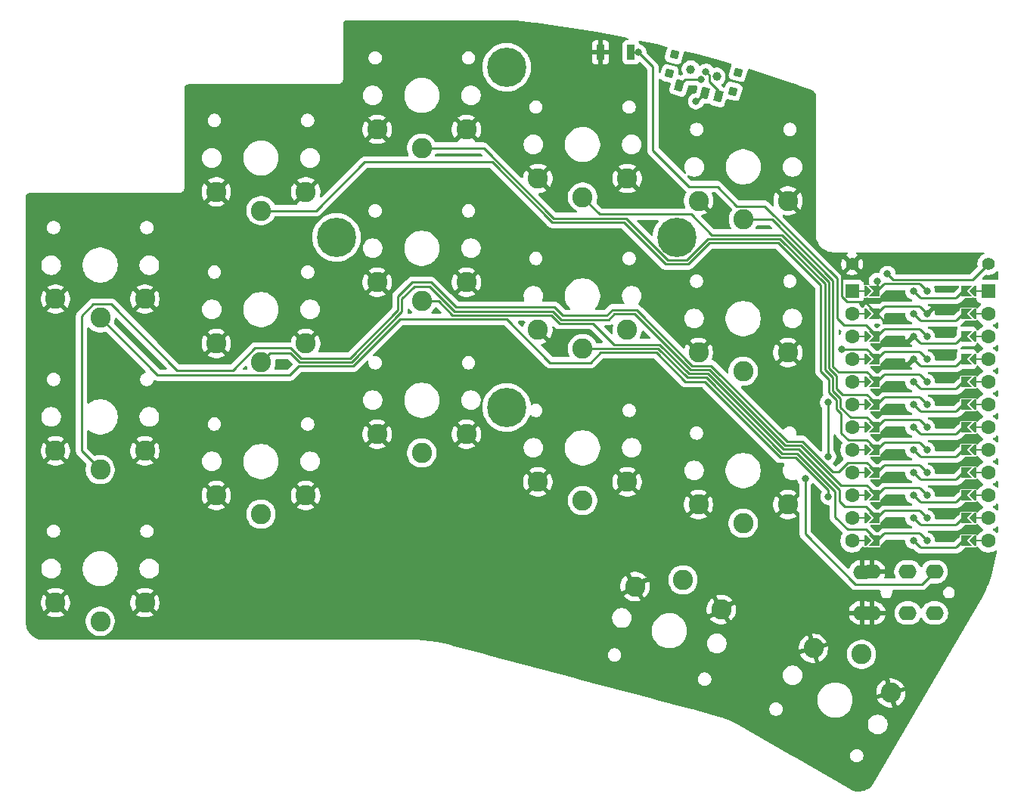
<source format=gbr>
%TF.GenerationSoftware,KiCad,Pcbnew,9.0.7*%
%TF.CreationDate,2026-02-19T17:59:38+01:00*%
%TF.ProjectId,half-swept,68616c66-2d73-4776-9570-742e6b696361,rev?*%
%TF.SameCoordinates,Original*%
%TF.FileFunction,Copper,L2,Bot*%
%TF.FilePolarity,Positive*%
%FSLAX46Y46*%
G04 Gerber Fmt 4.6, Leading zero omitted, Abs format (unit mm)*
G04 Created by KiCad (PCBNEW 9.0.7) date 2026-02-19 17:59:38*
%MOMM*%
%LPD*%
G01*
G04 APERTURE LIST*
G04 Aperture macros list*
%AMRotRect*
0 Rectangle, with rotation*
0 The origin of the aperture is its center*
0 $1 length*
0 $2 width*
0 $3 Rotation angle, in degrees counterclockwise*
0 Add horizontal line*
21,1,$1,$2,0,0,$3*%
%AMFreePoly0*
4,1,6,0.600000,0.200000,0.000000,-0.400000,-0.600000,0.200000,-0.600000,0.400000,0.600000,0.400000,0.600000,0.200000,0.600000,0.200000,$1*%
%AMFreePoly1*
4,1,5,0.125000,-0.500000,-0.125000,-0.500000,-0.125000,0.500000,0.125000,0.500000,0.125000,-0.500000,0.125000,-0.500000,$1*%
%AMFreePoly2*
4,1,33,0.069447,0.103934,0.103934,0.069447,0.122598,0.024387,0.122598,-0.024386,0.103934,-0.069446,0.088389,-0.088388,-0.641000,-0.817776,-0.641000,-4.770223,0.088389,-5.499612,0.103934,-5.518554,0.122598,-5.563614,0.122598,-5.612387,0.103934,-5.657447,0.069447,-5.691934,0.024387,-5.710598,-0.024386,-5.710598,-0.069446,-5.691934,-0.088388,-5.676389,-0.854388,-4.910388,-0.869928,-4.891451,
-0.869934,-4.891446,-0.888598,-4.846386,-0.891000,-4.822000,-0.891000,-0.766000,-0.888598,-0.741614,-0.869934,-0.696554,-0.869928,-0.696548,-0.854388,-0.677612,-0.088388,0.088389,-0.069446,0.103934,-0.024386,0.122598,0.024387,0.122598,0.069447,0.103934,0.069447,0.103934,$1*%
%AMFreePoly3*
4,1,6,0.600000,-0.250000,-0.600000,-0.250000,-0.600000,1.000000,0.000000,0.400000,0.600000,1.000000,0.600000,-0.250000,0.600000,-0.250000,$1*%
G04 Aperture macros list end*
%TA.AperFunction,WasherPad*%
%ADD10C,1.000000*%
%TD*%
%TA.AperFunction,SMDPad,CuDef*%
%ADD11RotRect,0.900000X0.900000X344.500000*%
%TD*%
%TA.AperFunction,SMDPad,CuDef*%
%ADD12RotRect,0.900000X1.250000X344.500000*%
%TD*%
%TA.AperFunction,ComponentPad*%
%ADD13C,4.400000*%
%TD*%
%TA.AperFunction,ComponentPad*%
%ADD14C,2.262000*%
%TD*%
%TA.AperFunction,ComponentPad*%
%ADD15C,1.397000*%
%TD*%
%TA.AperFunction,SMDPad,CuDef*%
%ADD16FreePoly0,270.000000*%
%TD*%
%TA.AperFunction,ComponentPad*%
%ADD17C,1.600000*%
%TD*%
%TA.AperFunction,SMDPad,CuDef*%
%ADD18FreePoly1,270.000000*%
%TD*%
%TA.AperFunction,SMDPad,CuDef*%
%ADD19FreePoly0,90.000000*%
%TD*%
%TA.AperFunction,SMDPad,CuDef*%
%ADD20FreePoly1,90.000000*%
%TD*%
%TA.AperFunction,ComponentPad*%
%ADD21R,1.600000X1.600000*%
%TD*%
%TA.AperFunction,SMDPad,CuDef*%
%ADD22FreePoly2,90.000000*%
%TD*%
%TA.AperFunction,ComponentPad*%
%ADD23C,0.800000*%
%TD*%
%TA.AperFunction,SMDPad,CuDef*%
%ADD24FreePoly3,270.000000*%
%TD*%
%TA.AperFunction,SMDPad,CuDef*%
%ADD25FreePoly3,90.000000*%
%TD*%
%TA.AperFunction,SMDPad,CuDef*%
%ADD26FreePoly2,270.000000*%
%TD*%
%TA.AperFunction,ComponentPad*%
%ADD27O,2.000000X1.600000*%
%TD*%
%TA.AperFunction,SMDPad,CuDef*%
%ADD28R,0.900000X1.700000*%
%TD*%
%TA.AperFunction,ViaPad*%
%ADD29C,0.800000*%
%TD*%
%TA.AperFunction,Conductor*%
%ADD30C,0.250000*%
%TD*%
G04 APERTURE END LIST*
D10*
%TO.P,POWER SW,*%
%TO.N,*%
X93194954Y-24169715D03*
X96085846Y-24971431D03*
D11*
%TO.P,POWER SW,0*%
%TO.N,N/C*%
X98499795Y-24499361D03*
X91368930Y-22521798D03*
X97911870Y-26619348D03*
X90781005Y-24641785D03*
D12*
%TO.P,POWER SW,1*%
%TO.N,Net-(SW_POWERR1-Pad1)*%
X91917712Y-25968820D03*
%TO.P,POWER SW,2*%
%TO.N,BT+_r*%
X94808603Y-26770534D03*
%TO.P,POWER SW,3*%
%TO.N,raw*%
X96254049Y-27171393D03*
%TD*%
D13*
%TO.P,REF\u002A\u002A,1*%
%TO.N,N/C*%
X72580000Y-23930000D03*
X72580000Y-62030000D03*
X91630000Y-42980000D03*
X53530000Y-42980000D03*
%TD*%
D14*
%TO.P,SW15,1*%
%TO.N,Switch15*%
X99060000Y-74988000D03*
%TO.P,SW15,2*%
%TO.N,gnd*%
X94060000Y-72888000D03*
X104060000Y-72888000D03*
%TD*%
%TO.P,SW17,1*%
%TO.N,Switch17*%
X112306000Y-89670450D03*
%TO.P,SW17,2*%
%TO.N,gnd*%
X115586127Y-93989103D03*
X106925873Y-88989103D03*
%TD*%
%TO.P,SW5,1*%
%TO.N,Switch5*%
X99080000Y-40980000D03*
%TO.P,SW5,2*%
%TO.N,gnd*%
X104080000Y-38880000D03*
X94080000Y-38880000D03*
%TD*%
D15*
%TO.P,B-,1*%
%TO.N,gnd*%
X111252000Y-45974000D03*
%TD*%
D14*
%TO.P,SW2,1*%
%TO.N,Switch2*%
X45080000Y-39980000D03*
%TO.P,SW2,2*%
%TO.N,gnd*%
X40080000Y-37880000D03*
X50080000Y-37880000D03*
%TD*%
D16*
%TO.P,U1,*%
%TO.N,*%
X124714000Y-69342000D03*
D17*
X111252000Y-74422000D03*
D18*
X125222000Y-66802000D03*
D16*
X124714000Y-76962000D03*
D19*
X113030000Y-64262000D03*
D17*
X126492000Y-64262000D03*
D19*
X113030000Y-74422000D03*
D20*
X112522000Y-49022000D03*
D17*
X111252000Y-51562000D03*
D19*
X113030000Y-51562000D03*
X113030000Y-49022000D03*
D17*
X126492000Y-49022000D03*
D21*
X126492000Y-49022000D03*
D20*
X112522000Y-51562000D03*
D16*
X124714000Y-51562000D03*
D17*
X111252000Y-54102000D03*
X126492000Y-51562000D03*
D18*
X125222000Y-74422000D03*
D20*
X112522000Y-76962000D03*
D16*
X124714000Y-71882000D03*
D20*
X112522000Y-54102000D03*
D17*
X126492000Y-69342000D03*
D21*
X111252000Y-49022000D03*
D16*
X124714000Y-59182000D03*
D17*
X111252000Y-59182000D03*
X126492000Y-66802000D03*
X126492000Y-56642000D03*
X126492000Y-74422000D03*
D20*
X112522000Y-56642000D03*
X112522000Y-61722000D03*
D19*
X113030000Y-69342000D03*
D17*
X111252000Y-61722000D03*
D16*
X124714000Y-66802000D03*
D18*
X125222000Y-64262000D03*
X125222000Y-54102000D03*
D19*
X113030000Y-59182000D03*
D18*
X125222000Y-51562000D03*
X125222000Y-71882000D03*
D17*
X111252000Y-69342000D03*
X126492000Y-76962000D03*
D20*
X112522000Y-74422000D03*
D19*
X113030000Y-76962000D03*
D16*
X124714000Y-74422000D03*
D17*
X111252000Y-66802000D03*
D16*
X124714000Y-54102000D03*
D19*
X113030000Y-66802000D03*
X113030000Y-54102000D03*
D18*
X125222000Y-59182000D03*
D19*
X113030000Y-56642000D03*
D17*
X111252000Y-56642000D03*
X126492000Y-61722000D03*
X126492000Y-54102000D03*
D18*
X125222000Y-69342000D03*
D19*
X113030000Y-61722000D03*
D17*
X126492000Y-71882000D03*
X126492000Y-59182000D03*
D16*
X124714000Y-61722000D03*
D17*
X111252000Y-64262000D03*
D20*
X112522000Y-69342000D03*
D18*
X125222000Y-56642000D03*
D16*
X124714000Y-64262000D03*
D20*
X112522000Y-59182000D03*
D17*
X111252000Y-76962000D03*
D18*
X125222000Y-61722000D03*
D19*
X113030000Y-71882000D03*
D16*
X124714000Y-56642000D03*
D20*
X112522000Y-64262000D03*
D17*
X111252000Y-71882000D03*
D20*
X112522000Y-66802000D03*
X112522000Y-71882000D03*
D18*
X125222000Y-49022000D03*
D17*
X111252000Y-49022000D03*
D18*
X125222000Y-76962000D03*
D16*
X124714000Y-49022000D03*
D22*
%TO.P,U1,1*%
%TO.N,Switch10*%
X118110000Y-49022000D03*
D23*
X118110000Y-49022000D03*
D24*
X123698000Y-49022000D03*
D22*
%TO.P,U1,2*%
%TO.N,Switch18*%
X118110000Y-51562000D03*
D24*
X123698000Y-51562000D03*
D23*
X118110000Y-51562000D03*
D24*
%TO.P,U1,3*%
%TO.N,gnd*%
X123698000Y-54102000D03*
D22*
X118110000Y-54102000D03*
D23*
X118110000Y-54102000D03*
D22*
%TO.P,U1,4*%
X118110000Y-56642000D03*
D23*
X118110000Y-56642000D03*
D24*
X123698000Y-56642000D03*
%TO.P,U1,5*%
%TO.N,Switch11*%
X123698000Y-59182000D03*
D23*
X118110000Y-59182000D03*
D22*
X118110000Y-59182000D03*
D24*
%TO.P,U1,6*%
%TO.N,Switch12*%
X123698000Y-61722000D03*
D22*
X118110000Y-61722000D03*
D23*
X118110000Y-61722000D03*
%TO.P,U1,7*%
%TO.N,Switch13*%
X118110000Y-64262000D03*
D24*
X123698000Y-64262000D03*
D22*
X118110000Y-64262000D03*
%TO.P,U1,8*%
%TO.N,Switch14*%
X118110000Y-66802000D03*
D24*
X123698000Y-66802000D03*
D23*
X118110000Y-66802000D03*
%TO.P,U1,9*%
%TO.N,Switch15*%
X118110000Y-69342000D03*
D24*
X123698000Y-69342000D03*
D22*
X118110000Y-69342000D03*
D24*
%TO.P,U1,10*%
%TO.N,Switch1*%
X123698000Y-71882000D03*
D23*
X118110000Y-71882000D03*
D22*
X118110000Y-71882000D03*
D23*
%TO.P,U1,11*%
%TO.N,Switch16*%
X118110000Y-74422000D03*
D22*
X118110000Y-74422000D03*
D24*
X123698000Y-74422000D03*
%TO.P,U1,12*%
%TO.N,Switch17*%
X123698000Y-76962000D03*
D23*
X118110000Y-76962000D03*
D22*
X118110000Y-76962000D03*
D25*
%TO.P,U1,13*%
%TO.N,Switch9*%
X114046000Y-76962000D03*
D26*
X119634000Y-76962000D03*
D23*
X119634000Y-76962000D03*
D25*
%TO.P,U1,14*%
%TO.N,Switch8*%
X114046000Y-74422000D03*
D23*
X119634000Y-74422000D03*
D26*
X119634000Y-74422000D03*
%TO.P,U1,15*%
%TO.N,Switch7*%
X119634000Y-71882000D03*
D23*
X119634000Y-71882000D03*
D25*
X114046000Y-71882000D03*
D23*
%TO.P,U1,16*%
%TO.N,Switch6*%
X119634000Y-69342000D03*
D25*
X114046000Y-69342000D03*
D26*
X119634000Y-69342000D03*
%TO.P,U1,17*%
%TO.N,Switch2*%
X119634000Y-66802000D03*
D25*
X114046000Y-66802000D03*
D23*
X119634000Y-66802000D03*
D25*
%TO.P,U1,18*%
%TO.N,Switch3*%
X114046000Y-64262000D03*
D23*
X119634000Y-64262000D03*
D26*
X119634000Y-64262000D03*
%TO.P,U1,19*%
%TO.N,Switch4*%
X119634000Y-61722000D03*
D25*
X114046000Y-61722000D03*
D23*
X119634000Y-61722000D03*
%TO.P,U1,20*%
%TO.N,Switch5*%
X119634000Y-59182000D03*
D26*
X119634000Y-59182000D03*
D25*
X114046000Y-59182000D03*
%TO.P,U1,21*%
%TO.N,vcc*%
X114046000Y-56642000D03*
D26*
X119634000Y-56642000D03*
D23*
X119634000Y-56642000D03*
D25*
%TO.P,U1,22*%
%TO.N,reset*%
X114046000Y-54102000D03*
D23*
X119634000Y-54102000D03*
D26*
X119634000Y-54102000D03*
D23*
%TO.P,U1,23*%
%TO.N,gnd*%
X119634000Y-51562000D03*
D26*
X119634000Y-51562000D03*
D25*
X114046000Y-51562000D03*
%TO.P,U1,24*%
%TO.N,raw*%
X114046000Y-49022000D03*
D26*
X119634000Y-49022000D03*
D23*
X119634000Y-49022000D03*
%TD*%
D14*
%TO.P,SW6,1*%
%TO.N,Switch6*%
X27080000Y-68980000D03*
%TO.P,SW6,2*%
%TO.N,gnd*%
X32080000Y-66880000D03*
X22080000Y-66880000D03*
%TD*%
%TO.P,SW3,1*%
%TO.N,Switch3*%
X63080000Y-32980000D03*
%TO.P,SW3,2*%
%TO.N,gnd*%
X58080000Y-30880000D03*
X68080000Y-30880000D03*
%TD*%
%TO.P,SW1,1*%
%TO.N,Switch1*%
X27080000Y-51980000D03*
%TO.P,SW1,2*%
%TO.N,gnd*%
X32080000Y-49880000D03*
X22080000Y-49880000D03*
%TD*%
D27*
%TO.P,J2,R1*%
%TO.N,Switch18*%
X117478000Y-80420000D03*
X117498000Y-85050000D03*
%TO.P,J2,R2*%
%TO.N,vcc*%
X120498000Y-85050000D03*
X120478000Y-80420000D03*
%TO.P,J2,S*%
%TO.N,gnd*%
X112398000Y-80450000D03*
X112378000Y-85020000D03*
%TO.P,J2,T*%
X113478000Y-80420000D03*
X113498000Y-85050000D03*
%TD*%
D14*
%TO.P,SW4,1*%
%TO.N,Switch4*%
X81080000Y-38480000D03*
%TO.P,SW4,2*%
%TO.N,gnd*%
X76080000Y-36380000D03*
X86080000Y-36380000D03*
%TD*%
D28*
%TO.P,RSW2,1*%
%TO.N,reset*%
X86485200Y-22250400D03*
%TO.P,RSW2,2*%
%TO.N,gnd*%
X83085200Y-22250400D03*
%TD*%
D14*
%TO.P,SW16,1*%
%TO.N,Switch16*%
X92323032Y-81331038D03*
%TO.P,SW16,2*%
%TO.N,gnd*%
X86949883Y-82065387D03*
X96609142Y-84653577D03*
%TD*%
%TO.P,SW7,1*%
%TO.N,Switch7*%
X45080000Y-56954000D03*
%TO.P,SW7,2*%
%TO.N,gnd*%
X40080000Y-54854000D03*
X50080000Y-54854000D03*
%TD*%
%TO.P,SW12,1*%
%TO.N,Switch12*%
X45080000Y-73972000D03*
%TO.P,SW12,2*%
%TO.N,gnd*%
X50080000Y-71872000D03*
X40080000Y-71872000D03*
%TD*%
%TO.P,SW8,1*%
%TO.N,Switch8*%
X63080000Y-50096000D03*
%TO.P,SW8,2*%
%TO.N,gnd*%
X68080000Y-47996000D03*
X58080000Y-47996000D03*
%TD*%
%TO.P,SW13,1*%
%TO.N,Switch13*%
X63080000Y-67114000D03*
%TO.P,SW13,2*%
%TO.N,gnd*%
X58080000Y-65014000D03*
X68080000Y-65014000D03*
%TD*%
%TO.P,SW9,1*%
%TO.N,Switch9*%
X81080000Y-55430000D03*
%TO.P,SW9,2*%
%TO.N,gnd*%
X86080000Y-53330000D03*
X76080000Y-53330000D03*
%TD*%
%TO.P,SW10,1*%
%TO.N,Switch10*%
X99060000Y-57970000D03*
%TO.P,SW10,2*%
%TO.N,gnd*%
X94060000Y-55870000D03*
X104060000Y-55870000D03*
%TD*%
D15*
%TO.P,B+,1*%
%TO.N,BT+_r*%
X126492000Y-45974000D03*
%TD*%
D14*
%TO.P,SW14,1*%
%TO.N,Switch14*%
X81080000Y-72448000D03*
%TO.P,SW14,2*%
%TO.N,gnd*%
X76080000Y-70348000D03*
X86080000Y-70348000D03*
%TD*%
%TO.P,SW11,1*%
%TO.N,Switch11*%
X27080000Y-85980000D03*
%TO.P,SW11,2*%
%TO.N,gnd*%
X22080000Y-83880000D03*
X32080000Y-83880000D03*
%TD*%
D29*
%TO.N,gnd*%
X115163600Y-52273200D03*
X109372400Y-45669200D03*
X89357200Y-22453600D03*
%TO.N,vcc*%
X106019600Y-70002400D03*
X110134400Y-55524400D03*
X108559600Y-67513200D03*
X108559600Y-61417200D03*
%TO.N,reset*%
X87325200Y-22250400D03*
%TO.N,Switch1*%
X108610400Y-72034400D03*
%TO.N,raw*%
X94894400Y-24434800D03*
X114046000Y-47853600D03*
%TO.N,BT+_r*%
X115214400Y-47072415D03*
X93776800Y-27736800D03*
%TO.N,Net-(SW_POWERR1-Pad1)*%
X94335600Y-25298400D03*
%TD*%
D30*
%TO.N,gnd*%
X112630511Y-50146511D02*
X110661711Y-50146511D01*
X110127489Y-47098511D02*
X111252000Y-45974000D01*
X114757200Y-52273200D02*
X114046000Y-51562000D01*
X110661711Y-50146511D02*
X110127489Y-49612289D01*
X114046000Y-51562000D02*
X112630511Y-50146511D01*
X115163600Y-52273200D02*
X114757200Y-52273200D01*
X110127489Y-49612289D02*
X110127489Y-47098511D01*
%TO.N,vcc*%
X108559600Y-67513200D02*
X108559600Y-61417200D01*
X111658400Y-81838800D02*
X119059200Y-81838800D01*
X110141311Y-55517489D02*
X112921489Y-55517489D01*
X112921489Y-55517489D02*
X114046000Y-56642000D01*
X119059200Y-81838800D02*
X120478000Y-80420000D01*
X106019600Y-70002400D02*
X106019600Y-76200000D01*
X110134400Y-55524400D02*
X110141311Y-55517489D01*
X106019600Y-76200000D02*
X111658400Y-81838800D01*
%TO.N,reset*%
X86485200Y-22250400D02*
X87325200Y-22250400D01*
X87325200Y-22250400D02*
X88950800Y-23876000D01*
X88950800Y-33217792D02*
X93020208Y-37287200D01*
X88950800Y-23876000D02*
X88950800Y-33217792D01*
X96172452Y-37287200D02*
X98356852Y-39471600D01*
X109544880Y-52039280D02*
X110337600Y-52832000D01*
X93020208Y-37287200D02*
X96172452Y-37287200D01*
X109544880Y-47593566D02*
X109544880Y-52039280D01*
X98356852Y-39471600D02*
X101422914Y-39471600D01*
X101422914Y-39471600D02*
X109544880Y-47593566D01*
X110337600Y-52832000D02*
X112776000Y-52832000D01*
X112776000Y-52832000D02*
X114046000Y-54102000D01*
%TO.N,Switch1*%
X108610400Y-71299954D02*
X104925246Y-67614800D01*
X60653557Y-52148560D02*
X55398597Y-57403520D01*
X49327280Y-57403520D02*
X48321289Y-58409511D01*
X103225600Y-67614800D02*
X94742000Y-59131200D01*
X81991200Y-56997600D02*
X77419200Y-56997600D01*
X83109280Y-55879520D02*
X81991200Y-56997600D01*
X72570160Y-52148560D02*
X60653557Y-52148560D01*
X48321289Y-58409511D02*
X33509511Y-58409511D01*
X108610400Y-72034400D02*
X108610400Y-71299954D01*
X94742000Y-59131200D02*
X92608400Y-59131200D01*
X55398597Y-57403520D02*
X49327280Y-57403520D01*
X92608400Y-59131200D02*
X89356720Y-55879520D01*
X77419200Y-56997600D02*
X72570160Y-52148560D01*
X33509511Y-58409511D02*
X27080000Y-51980000D01*
X89356720Y-55879520D02*
X83109280Y-55879520D01*
X104925246Y-67614800D02*
X103225600Y-67614800D01*
%TO.N,Switch2*%
X108625760Y-60316396D02*
X109481680Y-61172316D01*
X108625760Y-58869314D02*
X108625760Y-60316396D01*
X95276118Y-43586400D02*
X102994846Y-43586400D01*
X85691920Y-41292720D02*
X90365520Y-45966320D01*
X110032800Y-64871600D02*
X110838689Y-65677489D01*
X110838689Y-65677489D02*
X112921489Y-65677489D01*
X109481680Y-62177698D02*
X110032800Y-62728818D01*
X90365520Y-45966320D02*
X92896198Y-45966320D01*
X70941483Y-34544000D02*
X77690203Y-41292720D01*
X110032800Y-62728818D02*
X110032800Y-64871600D01*
X102994846Y-43586400D02*
X107746800Y-48338354D01*
X45080000Y-39980000D02*
X51256800Y-39980000D01*
X109481680Y-61172316D02*
X109481680Y-62177698D01*
X51256800Y-39980000D02*
X56692800Y-34544000D01*
X112921489Y-65677489D02*
X114046000Y-66802000D01*
X107746800Y-57990354D02*
X108625760Y-58869314D01*
X92896198Y-45966320D02*
X95276118Y-43586400D01*
X56692800Y-34544000D02*
X70941483Y-34544000D01*
X107746800Y-48338354D02*
X107746800Y-57990354D01*
X77690203Y-41292720D02*
X85691920Y-41292720D01*
%TO.N,Switch3*%
X103181044Y-43136880D02*
X108196320Y-48152156D01*
X92710000Y-45516800D02*
X95089921Y-43136880D01*
X63080000Y-32980000D02*
X70013200Y-32980000D01*
X95089921Y-43136880D02*
X103181044Y-43136880D01*
X109931200Y-61991500D02*
X111077189Y-63137489D01*
X112921489Y-63137489D02*
X114046000Y-64262000D01*
X90596601Y-45516800D02*
X92710000Y-45516800D01*
X85923001Y-40843200D02*
X90596601Y-45516800D01*
X108196320Y-57804156D02*
X109075280Y-58683116D01*
X109931200Y-60986118D02*
X109931200Y-61991500D01*
X70013200Y-32980000D02*
X77876400Y-40843200D01*
X108196320Y-48152156D02*
X108196320Y-57804156D01*
X109075280Y-58683116D02*
X109075280Y-60130198D01*
X77876400Y-40843200D02*
X85923001Y-40843200D01*
X109075280Y-60130198D02*
X109931200Y-60986118D01*
X111077189Y-63137489D02*
X112921489Y-63137489D01*
%TO.N,Switch4*%
X109524800Y-58496918D02*
X109524800Y-59944000D01*
X108645840Y-47965958D02*
X108645840Y-57617958D01*
X108645840Y-57617958D02*
X109524800Y-58496918D01*
X110178289Y-60597489D02*
X112921489Y-60597489D01*
X109524800Y-59944000D02*
X110178289Y-60597489D01*
X103367242Y-42687360D02*
X108645840Y-47965958D01*
X95519360Y-42687360D02*
X103367242Y-42687360D01*
X81080000Y-38480000D02*
X82986000Y-40386000D01*
X82986000Y-40386000D02*
X93218000Y-40386000D01*
X93218000Y-40386000D02*
X95519360Y-42687360D01*
X112921489Y-60597489D02*
X114046000Y-61722000D01*
%TO.N,Switch5*%
X102295600Y-40980000D02*
X109095360Y-47779763D01*
X109728000Y-58064400D02*
X110779300Y-58064400D01*
X110779300Y-58064400D02*
X110786211Y-58057489D01*
X110786211Y-58057489D02*
X112921489Y-58057489D01*
X109095360Y-57431760D02*
X109728000Y-58064400D01*
X99080000Y-40980000D02*
X102295600Y-40980000D01*
X112921489Y-58057489D02*
X114046000Y-59182000D01*
X109095360Y-47779763D02*
X109095360Y-57431760D01*
%TO.N,Switch6*%
X103970392Y-65816720D02*
X105670037Y-65816720D01*
X105933359Y-66080043D02*
X109093716Y-69240400D01*
X109093716Y-69240400D02*
X109763300Y-69240400D01*
X24990979Y-66890979D02*
X24990979Y-51767821D01*
X66903600Y-50800000D02*
X77927200Y-50800000D01*
X41926209Y-57844991D02*
X44399200Y-55372000D01*
X87373843Y-51353772D02*
X93353192Y-57333120D01*
X105670037Y-65816720D02*
X105933359Y-66080043D01*
X78856960Y-51729760D02*
X83804640Y-51729760D01*
X110786211Y-68217489D02*
X112921489Y-68217489D01*
X95486792Y-57333120D02*
X103970392Y-65816720D01*
X55026202Y-56504480D02*
X60401200Y-51129482D01*
X64109600Y-48006000D02*
X66903600Y-50800000D01*
X84443951Y-51090449D02*
X87110521Y-51090449D01*
X48412400Y-55372000D02*
X49544880Y-56504480D01*
X109763300Y-69240400D02*
X110786211Y-68217489D01*
X61976000Y-48006000D02*
X64109600Y-48006000D01*
X87110521Y-51090449D02*
X87373843Y-51353772D01*
X60401200Y-49580800D02*
X61976000Y-48006000D01*
X28295600Y-50444400D02*
X35696191Y-57844991D01*
X93353192Y-57333120D02*
X95486792Y-57333120D01*
X83804640Y-51729760D02*
X84443951Y-51090449D01*
X49544880Y-56504480D02*
X55026202Y-56504480D01*
X27080000Y-68980000D02*
X24990979Y-66890979D01*
X35696191Y-57844991D02*
X41926209Y-57844991D01*
X77927200Y-50800000D02*
X78856960Y-51729760D01*
X26314400Y-50444400D02*
X28295600Y-50444400D01*
X24990979Y-51767821D02*
X26314400Y-50444400D01*
X44399200Y-55372000D02*
X48412400Y-55372000D01*
X60401200Y-51129482D02*
X60401200Y-49580800D01*
X112921489Y-68217489D02*
X114046000Y-69342000D01*
%TO.N,Switch7*%
X103784194Y-66266240D02*
X105483839Y-66266240D01*
X86924323Y-51539969D02*
X93166994Y-57782640D01*
X93166994Y-57782640D02*
X95300594Y-57782640D01*
X95300594Y-57782640D02*
X103784194Y-66266240D01*
X109975089Y-70757489D02*
X112921489Y-70757489D01*
X112921489Y-70757489D02*
X114046000Y-71882000D01*
X60850720Y-49842480D02*
X62237680Y-48455520D01*
X48378602Y-55973920D02*
X49358683Y-56954000D01*
X46060080Y-55973920D02*
X48378602Y-55973920D01*
X62237680Y-48455520D02*
X63923403Y-48455520D01*
X60850720Y-51315679D02*
X60850720Y-49842480D01*
X45080000Y-56954000D02*
X46060080Y-55973920D01*
X66717403Y-51249520D02*
X77741002Y-51249520D01*
X84630149Y-51539969D02*
X86924323Y-51539969D01*
X78670762Y-52179280D02*
X83990838Y-52179280D01*
X105483839Y-66266240D02*
X109975089Y-70757489D01*
X63923403Y-48455520D02*
X66717403Y-51249520D01*
X55212400Y-56954000D02*
X60850720Y-51315679D01*
X49358683Y-56954000D02*
X55212400Y-56954000D01*
X77741002Y-51249520D02*
X78670762Y-52179280D01*
X83990838Y-52179280D02*
X84630149Y-51539969D01*
%TO.N,Switch8*%
X84582000Y-54965600D02*
X89714236Y-54965600D01*
X109821920Y-71240039D02*
X109821920Y-72534720D01*
X64928165Y-50096000D02*
X66531206Y-51699040D01*
X109821920Y-72534720D02*
X110439200Y-73152000D01*
X89714236Y-54965600D02*
X92980796Y-58232160D01*
X63080000Y-50096000D02*
X64928165Y-50096000D01*
X103597996Y-66715760D02*
X105297641Y-66715760D01*
X95114396Y-58232160D02*
X103597996Y-66715760D01*
X82245200Y-52628800D02*
X84582000Y-54965600D01*
X66531206Y-51699040D02*
X77554804Y-51699040D01*
X92980796Y-58232160D02*
X95114396Y-58232160D01*
X112776000Y-73152000D02*
X114046000Y-74422000D01*
X78484565Y-52628800D02*
X82245200Y-52628800D01*
X110439200Y-73152000D02*
X112776000Y-73152000D01*
X105297641Y-66715760D02*
X109821920Y-71240039D01*
X77554804Y-51699040D02*
X78484565Y-52628800D01*
%TO.N,Switch9*%
X112776000Y-75692000D02*
X114046000Y-76962000D01*
X105111444Y-67165280D02*
X109372400Y-71426236D01*
X110744000Y-75692000D02*
X112776000Y-75692000D01*
X103411798Y-67165280D02*
X105111444Y-67165280D01*
X81080000Y-55430000D02*
X89542918Y-55430000D01*
X89542918Y-55430000D02*
X92794598Y-58681680D01*
X109372400Y-71426236D02*
X109372400Y-74320400D01*
X94928198Y-58681680D02*
X103411798Y-67165280D01*
X109372400Y-74320400D02*
X110744000Y-75692000D01*
X92794598Y-58681680D02*
X94928198Y-58681680D01*
%TO.N,raw*%
X94894400Y-24434800D02*
X95261325Y-24801725D01*
X114046000Y-47853600D02*
X114046000Y-49022000D01*
X95261325Y-24801725D02*
X95261325Y-25530080D01*
X96254049Y-26522804D02*
X96254049Y-27171393D01*
X95261325Y-25530080D02*
X96254049Y-26522804D01*
%TO.N,BT+_r*%
X115214400Y-47072415D02*
X115893985Y-47752000D01*
X124714000Y-47752000D02*
X126492000Y-45974000D01*
X93776800Y-27736800D02*
X93842337Y-27736800D01*
X93842337Y-27736800D02*
X94808603Y-26770534D01*
%TO.N,Net-(SW_POWERR1-Pad1)*%
X92588132Y-25298400D02*
X94335600Y-25298400D01*
X91917712Y-25968820D02*
X92588132Y-25298400D01*
%TO.N,BT+_r*%
X115893985Y-47752000D02*
X124714000Y-47752000D01*
%TD*%
%TA.AperFunction,Conductor*%
%TO.N,gnd*%
G36*
X73607634Y-18662421D02*
G01*
X75617659Y-18906885D01*
X75859121Y-18936252D01*
X75861094Y-18936507D01*
X78116013Y-19247028D01*
X78117846Y-19247296D01*
X80367483Y-19593436D01*
X80369417Y-19593749D01*
X82613404Y-19975452D01*
X82615211Y-19975775D01*
X84852835Y-20392921D01*
X84854791Y-20393302D01*
X86082897Y-20642415D01*
X86145682Y-20675560D01*
X86180580Y-20737387D01*
X86176513Y-20808267D01*
X86134770Y-20865696D01*
X86068605Y-20891440D01*
X86057849Y-20891900D01*
X85986550Y-20891900D01*
X85926003Y-20898409D01*
X85925995Y-20898411D01*
X85788997Y-20949510D01*
X85788992Y-20949512D01*
X85671938Y-21037138D01*
X85584312Y-21154192D01*
X85584310Y-21154197D01*
X85533211Y-21291195D01*
X85533209Y-21291203D01*
X85526700Y-21351750D01*
X85526700Y-23149049D01*
X85533209Y-23209596D01*
X85533211Y-23209604D01*
X85584310Y-23346602D01*
X85584312Y-23346607D01*
X85671938Y-23463661D01*
X85788992Y-23551287D01*
X85788994Y-23551288D01*
X85788996Y-23551289D01*
X85815606Y-23561214D01*
X85925995Y-23602388D01*
X85926003Y-23602390D01*
X85986550Y-23608899D01*
X85986555Y-23608899D01*
X85986562Y-23608900D01*
X85986568Y-23608900D01*
X86983832Y-23608900D01*
X86983838Y-23608900D01*
X86983845Y-23608899D01*
X86983849Y-23608899D01*
X87044396Y-23602390D01*
X87044399Y-23602389D01*
X87044401Y-23602389D01*
X87181404Y-23551289D01*
X87181999Y-23550844D01*
X87298461Y-23463661D01*
X87358631Y-23383284D01*
X87415467Y-23340737D01*
X87486282Y-23335673D01*
X87548594Y-23369698D01*
X88280395Y-24101499D01*
X88314421Y-24163811D01*
X88317300Y-24190594D01*
X88317300Y-33280188D01*
X88320747Y-33297516D01*
X88341645Y-33402577D01*
X88389400Y-33517867D01*
X88458729Y-33621625D01*
X92528137Y-37691033D01*
X92616375Y-37779271D01*
X92667253Y-37813267D01*
X92712780Y-37867742D01*
X92721629Y-37938185D01*
X92699190Y-37992088D01*
X92678203Y-38020974D01*
X92678201Y-38020978D01*
X92561080Y-38250840D01*
X92561077Y-38250846D01*
X92481359Y-38496194D01*
X92441000Y-38751011D01*
X92441000Y-39008988D01*
X92481359Y-39263805D01*
X92561077Y-39509153D01*
X92561080Y-39509159D01*
X92591722Y-39569297D01*
X92604826Y-39639074D01*
X92578126Y-39704858D01*
X92520099Y-39745765D01*
X92479455Y-39752500D01*
X83300594Y-39752500D01*
X83232473Y-39732498D01*
X83211499Y-39715595D01*
X82655421Y-39159517D01*
X82621395Y-39097205D01*
X82624682Y-39031489D01*
X82679130Y-38863917D01*
X82719500Y-38609031D01*
X82719500Y-38350969D01*
X82679130Y-38096083D01*
X82599385Y-37850650D01*
X82482226Y-37620715D01*
X82330541Y-37411937D01*
X82330538Y-37411934D01*
X82330536Y-37411931D01*
X82148068Y-37229463D01*
X82148065Y-37229461D01*
X82148063Y-37229459D01*
X81939285Y-37077774D01*
X81709350Y-36960615D01*
X81709347Y-36960614D01*
X81709345Y-36960613D01*
X81463921Y-36880871D01*
X81463924Y-36880871D01*
X81416471Y-36873355D01*
X81209031Y-36840500D01*
X80950969Y-36840500D01*
X80696083Y-36880870D01*
X80696077Y-36880871D01*
X80450654Y-36960613D01*
X80450648Y-36960616D01*
X80220711Y-37077776D01*
X80011934Y-37229461D01*
X80011931Y-37229463D01*
X79829463Y-37411931D01*
X79829461Y-37411934D01*
X79677776Y-37620711D01*
X79560616Y-37850648D01*
X79560613Y-37850654D01*
X79480871Y-38096077D01*
X79480870Y-38096082D01*
X79480870Y-38096083D01*
X79440500Y-38350969D01*
X79440500Y-38609031D01*
X79463693Y-38755464D01*
X79480871Y-38863922D01*
X79560613Y-39109345D01*
X79560615Y-39109350D01*
X79677774Y-39339285D01*
X79829459Y-39548063D01*
X79829461Y-39548065D01*
X79829463Y-39548068D01*
X80011931Y-39730536D01*
X80011934Y-39730538D01*
X80011937Y-39730541D01*
X80220715Y-39882226D01*
X80395794Y-39971434D01*
X80447408Y-40020182D01*
X80464474Y-40089097D01*
X80441573Y-40156298D01*
X80385975Y-40200450D01*
X80338590Y-40209700D01*
X78190994Y-40209700D01*
X78122873Y-40189698D01*
X78101899Y-40172795D01*
X76158634Y-38229530D01*
X76124608Y-38167218D01*
X76129673Y-38096403D01*
X76172220Y-38039567D01*
X76228018Y-38015986D01*
X76463805Y-37978640D01*
X76709153Y-37898922D01*
X76709159Y-37898919D01*
X76939022Y-37781797D01*
X77045341Y-37704551D01*
X77045341Y-37704550D01*
X76400025Y-37059234D01*
X76435258Y-37044641D01*
X76558097Y-36962563D01*
X76662563Y-36858097D01*
X76744641Y-36735258D01*
X76759234Y-36700025D01*
X77404550Y-37345341D01*
X77404551Y-37345341D01*
X77481797Y-37239022D01*
X77598919Y-37009159D01*
X77598922Y-37009153D01*
X77678640Y-36763805D01*
X77719000Y-36508988D01*
X77719000Y-36251011D01*
X84441000Y-36251011D01*
X84441000Y-36508988D01*
X84481359Y-36763805D01*
X84561077Y-37009153D01*
X84561080Y-37009159D01*
X84678204Y-37239026D01*
X84755446Y-37345341D01*
X84755448Y-37345341D01*
X85400764Y-36700024D01*
X85415359Y-36735258D01*
X85497437Y-36858097D01*
X85601903Y-36962563D01*
X85724742Y-37044641D01*
X85759973Y-37059234D01*
X85114657Y-37704550D01*
X85114657Y-37704552D01*
X85220973Y-37781795D01*
X85450840Y-37898919D01*
X85450846Y-37898922D01*
X85696195Y-37978640D01*
X85696192Y-37978640D01*
X85951011Y-38019000D01*
X86208989Y-38019000D01*
X86463805Y-37978640D01*
X86709153Y-37898922D01*
X86709159Y-37898919D01*
X86939022Y-37781797D01*
X87045341Y-37704551D01*
X87045341Y-37704550D01*
X86400025Y-37059234D01*
X86435258Y-37044641D01*
X86558097Y-36962563D01*
X86662563Y-36858097D01*
X86744641Y-36735258D01*
X86759234Y-36700025D01*
X87404550Y-37345341D01*
X87404551Y-37345341D01*
X87481797Y-37239022D01*
X87598919Y-37009159D01*
X87598922Y-37009153D01*
X87678640Y-36763805D01*
X87719000Y-36508988D01*
X87719000Y-36251011D01*
X87678640Y-35996194D01*
X87598922Y-35750846D01*
X87598919Y-35750840D01*
X87481795Y-35520973D01*
X87404552Y-35414657D01*
X87404550Y-35414657D01*
X86759234Y-36059973D01*
X86744641Y-36024742D01*
X86662563Y-35901903D01*
X86558097Y-35797437D01*
X86435258Y-35715359D01*
X86400025Y-35700765D01*
X87045341Y-35055448D01*
X87045341Y-35055446D01*
X86939026Y-34978204D01*
X86709159Y-34861080D01*
X86709153Y-34861077D01*
X86463804Y-34781359D01*
X86463807Y-34781359D01*
X86208989Y-34741000D01*
X85951011Y-34741000D01*
X85696194Y-34781359D01*
X85450846Y-34861077D01*
X85450840Y-34861080D01*
X85220978Y-34978201D01*
X85220977Y-34978202D01*
X85114657Y-35055447D01*
X85114657Y-35055448D01*
X85759974Y-35700765D01*
X85724742Y-35715359D01*
X85601903Y-35797437D01*
X85497437Y-35901903D01*
X85415359Y-36024742D01*
X85400765Y-36059974D01*
X84755448Y-35414657D01*
X84755447Y-35414657D01*
X84678202Y-35520977D01*
X84678201Y-35520978D01*
X84561080Y-35750840D01*
X84561077Y-35750846D01*
X84481359Y-35996194D01*
X84441000Y-36251011D01*
X77719000Y-36251011D01*
X77678640Y-35996194D01*
X77598922Y-35750846D01*
X77598919Y-35750840D01*
X77481795Y-35520973D01*
X77404552Y-35414657D01*
X77404550Y-35414657D01*
X76759234Y-36059973D01*
X76744641Y-36024742D01*
X76662563Y-35901903D01*
X76558097Y-35797437D01*
X76435258Y-35715359D01*
X76400025Y-35700765D01*
X77045341Y-35055448D01*
X77045341Y-35055446D01*
X76939026Y-34978204D01*
X76709159Y-34861080D01*
X76709153Y-34861077D01*
X76463804Y-34781359D01*
X76463807Y-34781359D01*
X76208989Y-34741000D01*
X75951011Y-34741000D01*
X75696194Y-34781359D01*
X75450846Y-34861077D01*
X75450840Y-34861080D01*
X75220978Y-34978201D01*
X75220977Y-34978202D01*
X75114657Y-35055447D01*
X75114657Y-35055448D01*
X75759974Y-35700765D01*
X75724742Y-35715359D01*
X75601903Y-35797437D01*
X75497437Y-35901903D01*
X75415359Y-36024742D01*
X75400765Y-36059974D01*
X74755448Y-35414657D01*
X74755447Y-35414657D01*
X74678202Y-35520977D01*
X74678201Y-35520978D01*
X74561080Y-35750840D01*
X74561077Y-35750846D01*
X74481359Y-35996193D01*
X74444013Y-36231982D01*
X74413600Y-36296134D01*
X74353332Y-36333661D01*
X74282342Y-36332647D01*
X74230469Y-36301365D01*
X70422422Y-32493318D01*
X74478600Y-32493318D01*
X74478600Y-32666682D01*
X74496800Y-32781590D01*
X74505721Y-32837917D01*
X74543890Y-32955388D01*
X74559292Y-33002791D01*
X74637998Y-33157260D01*
X74638000Y-33157263D01*
X74739900Y-33297516D01*
X74862483Y-33420099D01*
X74893534Y-33442659D01*
X75002740Y-33522002D01*
X75157209Y-33600708D01*
X75322082Y-33654278D01*
X75322083Y-33654278D01*
X75322088Y-33654280D01*
X75493318Y-33681400D01*
X75493321Y-33681400D01*
X75666679Y-33681400D01*
X75666682Y-33681400D01*
X75837912Y-33654280D01*
X76002791Y-33600708D01*
X76157260Y-33522002D01*
X76297514Y-33420101D01*
X76420101Y-33297514D01*
X76522002Y-33157260D01*
X76600708Y-33002791D01*
X76654280Y-32837912D01*
X76681400Y-32666682D01*
X76681400Y-32493318D01*
X76674730Y-32451204D01*
X79115000Y-32451204D01*
X79115000Y-32708795D01*
X79148620Y-32964167D01*
X79148621Y-32964173D01*
X79148622Y-32964175D01*
X79215290Y-33212984D01*
X79313864Y-33450962D01*
X79313865Y-33450963D01*
X79313870Y-33450974D01*
X79442659Y-33674043D01*
X79599460Y-33878388D01*
X79599479Y-33878409D01*
X79781590Y-34060520D01*
X79781600Y-34060529D01*
X79781606Y-34060535D01*
X79781609Y-34060537D01*
X79781611Y-34060539D01*
X79985956Y-34217340D01*
X80209025Y-34346129D01*
X80209029Y-34346130D01*
X80209038Y-34346136D01*
X80447016Y-34444710D01*
X80695825Y-34511378D01*
X80695831Y-34511378D01*
X80695832Y-34511379D01*
X80725134Y-34515236D01*
X80951207Y-34545000D01*
X80951214Y-34545000D01*
X81208786Y-34545000D01*
X81208793Y-34545000D01*
X81464175Y-34511378D01*
X81712984Y-34444710D01*
X81950962Y-34346136D01*
X82174038Y-34217343D01*
X82174038Y-34217342D01*
X82174043Y-34217340D01*
X82292717Y-34126277D01*
X82378394Y-34060535D01*
X82560535Y-33878394D01*
X82676477Y-33727296D01*
X82717340Y-33674043D01*
X82730988Y-33650405D01*
X82846136Y-33450962D01*
X82944710Y-33212984D01*
X83011378Y-32964175D01*
X83045000Y-32708793D01*
X83045000Y-32493318D01*
X85478600Y-32493318D01*
X85478600Y-32666682D01*
X85496800Y-32781590D01*
X85505721Y-32837917D01*
X85543890Y-32955388D01*
X85559292Y-33002791D01*
X85637998Y-33157260D01*
X85638000Y-33157263D01*
X85739900Y-33297516D01*
X85862483Y-33420099D01*
X85893534Y-33442659D01*
X86002740Y-33522002D01*
X86157209Y-33600708D01*
X86322082Y-33654278D01*
X86322083Y-33654278D01*
X86322088Y-33654280D01*
X86493318Y-33681400D01*
X86493321Y-33681400D01*
X86666679Y-33681400D01*
X86666682Y-33681400D01*
X86837912Y-33654280D01*
X87002791Y-33600708D01*
X87157260Y-33522002D01*
X87297514Y-33420101D01*
X87420101Y-33297514D01*
X87522002Y-33157260D01*
X87600708Y-33002791D01*
X87654280Y-32837912D01*
X87681400Y-32666682D01*
X87681400Y-32493318D01*
X87654280Y-32322088D01*
X87600708Y-32157209D01*
X87522002Y-32002740D01*
X87481516Y-31947016D01*
X87420099Y-31862483D01*
X87297516Y-31739900D01*
X87157263Y-31638000D01*
X87157262Y-31637999D01*
X87157260Y-31637998D01*
X87002791Y-31559292D01*
X87002788Y-31559291D01*
X87002786Y-31559290D01*
X86837915Y-31505721D01*
X86837919Y-31505721D01*
X86806041Y-31500672D01*
X86666682Y-31478600D01*
X86493318Y-31478600D01*
X86322088Y-31505720D01*
X86322082Y-31505721D01*
X86157213Y-31559290D01*
X86157207Y-31559293D01*
X86002736Y-31638000D01*
X85862483Y-31739900D01*
X85739900Y-31862483D01*
X85638000Y-32002736D01*
X85559293Y-32157207D01*
X85559290Y-32157213D01*
X85505721Y-32322082D01*
X85505720Y-32322087D01*
X85505720Y-32322088D01*
X85478600Y-32493318D01*
X83045000Y-32493318D01*
X83045000Y-32451207D01*
X83011378Y-32195825D01*
X82944710Y-31947016D01*
X82846136Y-31709038D01*
X82846130Y-31709029D01*
X82846129Y-31709025D01*
X82717340Y-31485956D01*
X82560539Y-31281611D01*
X82560537Y-31281609D01*
X82560535Y-31281606D01*
X82560529Y-31281600D01*
X82560520Y-31281590D01*
X82378409Y-31099479D01*
X82378388Y-31099460D01*
X82174043Y-30942659D01*
X81950974Y-30813870D01*
X81950966Y-30813866D01*
X81950962Y-30813864D01*
X81712984Y-30715290D01*
X81464175Y-30648622D01*
X81464173Y-30648621D01*
X81464167Y-30648620D01*
X81208795Y-30615000D01*
X81208793Y-30615000D01*
X80951207Y-30615000D01*
X80951204Y-30615000D01*
X80695832Y-30648620D01*
X80644188Y-30662458D01*
X80447016Y-30715290D01*
X80226706Y-30806546D01*
X80209036Y-30813865D01*
X80209025Y-30813870D01*
X79985956Y-30942659D01*
X79781611Y-31099460D01*
X79781590Y-31099479D01*
X79599479Y-31281590D01*
X79599460Y-31281611D01*
X79442659Y-31485956D01*
X79313870Y-31709025D01*
X79313865Y-31709036D01*
X79313864Y-31709038D01*
X79229820Y-31911937D01*
X79215290Y-31947016D01*
X79148620Y-32195832D01*
X79115000Y-32451204D01*
X76674730Y-32451204D01*
X76654280Y-32322088D01*
X76600708Y-32157209D01*
X76522002Y-32002740D01*
X76481516Y-31947016D01*
X76420099Y-31862483D01*
X76297516Y-31739900D01*
X76157263Y-31638000D01*
X76157262Y-31637999D01*
X76157260Y-31637998D01*
X76002791Y-31559292D01*
X76002788Y-31559291D01*
X76002786Y-31559290D01*
X75837915Y-31505721D01*
X75837919Y-31505721D01*
X75806041Y-31500672D01*
X75666682Y-31478600D01*
X75493318Y-31478600D01*
X75322088Y-31505720D01*
X75322082Y-31505721D01*
X75157213Y-31559290D01*
X75157207Y-31559293D01*
X75002736Y-31638000D01*
X74862483Y-31739900D01*
X74739900Y-31862483D01*
X74638000Y-32002736D01*
X74559293Y-32157207D01*
X74559290Y-32157213D01*
X74505721Y-32322082D01*
X74505720Y-32322087D01*
X74505720Y-32322088D01*
X74478600Y-32493318D01*
X70422422Y-32493318D01*
X70417035Y-32487931D01*
X70417033Y-32487929D01*
X70313275Y-32418600D01*
X70197985Y-32370845D01*
X70124286Y-32356185D01*
X70075596Y-32346500D01*
X70075594Y-32346500D01*
X69170476Y-32346500D01*
X69102355Y-32326498D01*
X69055862Y-32272842D01*
X69044864Y-32210613D01*
X69045341Y-32204550D01*
X68400025Y-31559234D01*
X68435258Y-31544641D01*
X68558097Y-31462563D01*
X68662563Y-31358097D01*
X68744641Y-31235258D01*
X68759234Y-31200025D01*
X69404550Y-31845341D01*
X69404551Y-31845341D01*
X69481797Y-31739022D01*
X69598919Y-31509159D01*
X69598922Y-31509153D01*
X69678640Y-31263805D01*
X69719000Y-31008988D01*
X69719000Y-30751011D01*
X69678640Y-30496194D01*
X69598922Y-30250846D01*
X69598919Y-30250840D01*
X69481795Y-30020973D01*
X69404552Y-29914657D01*
X69404550Y-29914657D01*
X68759234Y-30559973D01*
X68744641Y-30524742D01*
X68662563Y-30401903D01*
X68558097Y-30297437D01*
X68435258Y-30215359D01*
X68400025Y-30200765D01*
X69045341Y-29555448D01*
X69045341Y-29555446D01*
X68939026Y-29478204D01*
X68709159Y-29361080D01*
X68709153Y-29361077D01*
X68463804Y-29281359D01*
X68463807Y-29281359D01*
X68208989Y-29241000D01*
X67951011Y-29241000D01*
X67696194Y-29281359D01*
X67450846Y-29361077D01*
X67450840Y-29361080D01*
X67220978Y-29478201D01*
X67220977Y-29478202D01*
X67114657Y-29555447D01*
X67114657Y-29555448D01*
X67759974Y-30200765D01*
X67724742Y-30215359D01*
X67601903Y-30297437D01*
X67497437Y-30401903D01*
X67415359Y-30524742D01*
X67400765Y-30559974D01*
X66755448Y-29914657D01*
X66755447Y-29914657D01*
X66678202Y-30020977D01*
X66678201Y-30020978D01*
X66561080Y-30250840D01*
X66561077Y-30250846D01*
X66481359Y-30496194D01*
X66441000Y-30751011D01*
X66441000Y-31008988D01*
X66481359Y-31263805D01*
X66561077Y-31509153D01*
X66561080Y-31509159D01*
X66678204Y-31739026D01*
X66755446Y-31845341D01*
X66755448Y-31845341D01*
X67400764Y-31200024D01*
X67415359Y-31235258D01*
X67497437Y-31358097D01*
X67601903Y-31462563D01*
X67724742Y-31544641D01*
X67759973Y-31559234D01*
X67114657Y-32204550D01*
X67115135Y-32210613D01*
X67100539Y-32280093D01*
X67050697Y-32330653D01*
X66989523Y-32346500D01*
X64674483Y-32346500D01*
X64606362Y-32326498D01*
X64562216Y-32277703D01*
X64557151Y-32267764D01*
X64482226Y-32120715D01*
X64330541Y-31911937D01*
X64330538Y-31911934D01*
X64330536Y-31911931D01*
X64148068Y-31729463D01*
X64148065Y-31729461D01*
X64148063Y-31729459D01*
X63939285Y-31577774D01*
X63709350Y-31460615D01*
X63709347Y-31460614D01*
X63709345Y-31460613D01*
X63463921Y-31380871D01*
X63463924Y-31380871D01*
X63416471Y-31373355D01*
X63209031Y-31340500D01*
X62950969Y-31340500D01*
X62696083Y-31380870D01*
X62696077Y-31380871D01*
X62450654Y-31460613D01*
X62450648Y-31460616D01*
X62220711Y-31577776D01*
X62011934Y-31729461D01*
X62011931Y-31729463D01*
X61829463Y-31911931D01*
X61829461Y-31911934D01*
X61677776Y-32120711D01*
X61560616Y-32350648D01*
X61560613Y-32350654D01*
X61480871Y-32596077D01*
X61480870Y-32596082D01*
X61480870Y-32596083D01*
X61440500Y-32850969D01*
X61440500Y-33109031D01*
X61480870Y-33363917D01*
X61480871Y-33363922D01*
X61557806Y-33600706D01*
X61560615Y-33609350D01*
X61620712Y-33727296D01*
X61620713Y-33727297D01*
X61633817Y-33797074D01*
X61607117Y-33862858D01*
X61549090Y-33903765D01*
X61508446Y-33910500D01*
X56630403Y-33910500D01*
X56557368Y-33925028D01*
X56508015Y-33934845D01*
X56508013Y-33934845D01*
X56508012Y-33934846D01*
X56392723Y-33982601D01*
X56288971Y-34051926D01*
X56288964Y-34051931D01*
X51857972Y-38482923D01*
X51795660Y-38516949D01*
X51724845Y-38511884D01*
X51668009Y-38469337D01*
X51643198Y-38402817D01*
X51649044Y-38354891D01*
X51678640Y-38263803D01*
X51719000Y-38008988D01*
X51719000Y-37751011D01*
X51678640Y-37496194D01*
X51598922Y-37250846D01*
X51598919Y-37250840D01*
X51481795Y-37020973D01*
X51404552Y-36914657D01*
X51404551Y-36914657D01*
X50759235Y-37559974D01*
X50744641Y-37524742D01*
X50662563Y-37401903D01*
X50558097Y-37297437D01*
X50435258Y-37215359D01*
X50400025Y-37200765D01*
X51045341Y-36555448D01*
X51045341Y-36555446D01*
X50939026Y-36478204D01*
X50709159Y-36361080D01*
X50709153Y-36361077D01*
X50463804Y-36281359D01*
X50463807Y-36281359D01*
X50208989Y-36241000D01*
X49951011Y-36241000D01*
X49696194Y-36281359D01*
X49450846Y-36361077D01*
X49450840Y-36361080D01*
X49220978Y-36478201D01*
X49220977Y-36478202D01*
X49114657Y-36555447D01*
X49114657Y-36555448D01*
X49759974Y-37200765D01*
X49724742Y-37215359D01*
X49601903Y-37297437D01*
X49497437Y-37401903D01*
X49415359Y-37524742D01*
X49400765Y-37559974D01*
X48755448Y-36914657D01*
X48755447Y-36914657D01*
X48678202Y-37020977D01*
X48678201Y-37020978D01*
X48561080Y-37250840D01*
X48561077Y-37250846D01*
X48481359Y-37496194D01*
X48441000Y-37751011D01*
X48441000Y-38008988D01*
X48481359Y-38263805D01*
X48561077Y-38509153D01*
X48561080Y-38509159D01*
X48678204Y-38739026D01*
X48755446Y-38845341D01*
X48755448Y-38845341D01*
X49400764Y-38200024D01*
X49415359Y-38235258D01*
X49497437Y-38358097D01*
X49601903Y-38462563D01*
X49724742Y-38544641D01*
X49759974Y-38559235D01*
X49114657Y-39204551D01*
X49115135Y-39210613D01*
X49100539Y-39280093D01*
X49050697Y-39330653D01*
X48989523Y-39346500D01*
X46674483Y-39346500D01*
X46606362Y-39326498D01*
X46562216Y-39277703D01*
X46557151Y-39267764D01*
X46482226Y-39120715D01*
X46330541Y-38911937D01*
X46330538Y-38911934D01*
X46330536Y-38911931D01*
X46148068Y-38729463D01*
X46148065Y-38729461D01*
X46148063Y-38729459D01*
X45939285Y-38577774D01*
X45709350Y-38460615D01*
X45709347Y-38460614D01*
X45709345Y-38460613D01*
X45463921Y-38380871D01*
X45463924Y-38380871D01*
X45416471Y-38373355D01*
X45209031Y-38340500D01*
X44950969Y-38340500D01*
X44696083Y-38380870D01*
X44696077Y-38380871D01*
X44450654Y-38460613D01*
X44450648Y-38460616D01*
X44220711Y-38577776D01*
X44011934Y-38729461D01*
X44011931Y-38729463D01*
X43829463Y-38911931D01*
X43829461Y-38911934D01*
X43677776Y-39120711D01*
X43560616Y-39350648D01*
X43560613Y-39350654D01*
X43480871Y-39596077D01*
X43480870Y-39596082D01*
X43480870Y-39596083D01*
X43440500Y-39850969D01*
X43440500Y-40109031D01*
X43480870Y-40363917D01*
X43480871Y-40363922D01*
X43560563Y-40609191D01*
X43560615Y-40609350D01*
X43677774Y-40839285D01*
X43829459Y-41048063D01*
X43829461Y-41048065D01*
X43829463Y-41048068D01*
X44011931Y-41230536D01*
X44011934Y-41230538D01*
X44011937Y-41230541D01*
X44220715Y-41382226D01*
X44450650Y-41499385D01*
X44696077Y-41579128D01*
X44696078Y-41579128D01*
X44696083Y-41579130D01*
X44950969Y-41619500D01*
X44950972Y-41619500D01*
X45209028Y-41619500D01*
X45209031Y-41619500D01*
X45463917Y-41579130D01*
X45709350Y-41499385D01*
X45939285Y-41382226D01*
X46148063Y-41230541D01*
X46330541Y-41048063D01*
X46482226Y-40839285D01*
X46562216Y-40682297D01*
X46610965Y-40630682D01*
X46674483Y-40613500D01*
X51319193Y-40613500D01*
X51319194Y-40613500D01*
X51441585Y-40589155D01*
X51556875Y-40541400D01*
X51660633Y-40472071D01*
X52210165Y-39922539D01*
X57114200Y-39922539D01*
X57114200Y-40069460D01*
X57124396Y-40120715D01*
X57142860Y-40213542D01*
X57199080Y-40349269D01*
X57215107Y-40373255D01*
X57280698Y-40471419D01*
X57280703Y-40471425D01*
X57384574Y-40575296D01*
X57384580Y-40575301D01*
X57506731Y-40656920D01*
X57642458Y-40713140D01*
X57766521Y-40737817D01*
X57786539Y-40741799D01*
X57786542Y-40741799D01*
X57786545Y-40741800D01*
X57786546Y-40741800D01*
X57933454Y-40741800D01*
X57933455Y-40741800D01*
X58077542Y-40713140D01*
X58213269Y-40656920D01*
X58335420Y-40575301D01*
X58439301Y-40471420D01*
X58520920Y-40349269D01*
X58577140Y-40213542D01*
X58605800Y-40069455D01*
X58605800Y-39922545D01*
X58605799Y-39922539D01*
X67554200Y-39922539D01*
X67554200Y-40069460D01*
X67564396Y-40120715D01*
X67582860Y-40213542D01*
X67639080Y-40349269D01*
X67655107Y-40373255D01*
X67720698Y-40471419D01*
X67720703Y-40471425D01*
X67824574Y-40575296D01*
X67824580Y-40575301D01*
X67946731Y-40656920D01*
X68082458Y-40713140D01*
X68206521Y-40737817D01*
X68226539Y-40741799D01*
X68226542Y-40741799D01*
X68226545Y-40741800D01*
X68226546Y-40741800D01*
X68373454Y-40741800D01*
X68373455Y-40741800D01*
X68517542Y-40713140D01*
X68653269Y-40656920D01*
X68775420Y-40575301D01*
X68879301Y-40471420D01*
X68960920Y-40349269D01*
X69017140Y-40213542D01*
X69045800Y-40069455D01*
X69045800Y-39922545D01*
X69017140Y-39778458D01*
X68960920Y-39642731D01*
X68879301Y-39520580D01*
X68879296Y-39520574D01*
X68775425Y-39416703D01*
X68775419Y-39416698D01*
X68687716Y-39358097D01*
X68653269Y-39335080D01*
X68517542Y-39278860D01*
X68476374Y-39270671D01*
X68373460Y-39250200D01*
X68373455Y-39250200D01*
X68226545Y-39250200D01*
X68226539Y-39250200D01*
X68103041Y-39274765D01*
X68082458Y-39278860D01*
X68082455Y-39278860D01*
X68082452Y-39278862D01*
X67946731Y-39335080D01*
X67824580Y-39416698D01*
X67824574Y-39416703D01*
X67720703Y-39520574D01*
X67720698Y-39520580D01*
X67639080Y-39642731D01*
X67582862Y-39778452D01*
X67582860Y-39778459D01*
X67554200Y-39922539D01*
X58605799Y-39922539D01*
X58577140Y-39778458D01*
X58520920Y-39642731D01*
X58439301Y-39520580D01*
X58439296Y-39520574D01*
X58335425Y-39416703D01*
X58335419Y-39416698D01*
X58247716Y-39358097D01*
X58213269Y-39335080D01*
X58077542Y-39278860D01*
X58036374Y-39270671D01*
X57933460Y-39250200D01*
X57933455Y-39250200D01*
X57786545Y-39250200D01*
X57786539Y-39250200D01*
X57663041Y-39274765D01*
X57642458Y-39278860D01*
X57642455Y-39278860D01*
X57642452Y-39278862D01*
X57506731Y-39335080D01*
X57384580Y-39416698D01*
X57384574Y-39416703D01*
X57280703Y-39520574D01*
X57280698Y-39520580D01*
X57199080Y-39642731D01*
X57142862Y-39778452D01*
X57142860Y-39778459D01*
X57114200Y-39922539D01*
X52210165Y-39922539D01*
X56918299Y-35214405D01*
X56980611Y-35180379D01*
X57007394Y-35177500D01*
X70626889Y-35177500D01*
X70695010Y-35197502D01*
X70715984Y-35214405D01*
X77198132Y-41696553D01*
X77286370Y-41784791D01*
X77390128Y-41854120D01*
X77505418Y-41901875D01*
X77627809Y-41926220D01*
X85377326Y-41926220D01*
X85445447Y-41946222D01*
X85466421Y-41963125D01*
X89961681Y-46458387D01*
X89961686Y-46458391D01*
X89961687Y-46458392D01*
X90065445Y-46527721D01*
X90146967Y-46561488D01*
X90180735Y-46575475D01*
X90303126Y-46599820D01*
X90303127Y-46599820D01*
X92958591Y-46599820D01*
X92958592Y-46599820D01*
X93080983Y-46575475D01*
X93196273Y-46527720D01*
X93300031Y-46458391D01*
X95501617Y-44256805D01*
X95563929Y-44222779D01*
X95590712Y-44219900D01*
X102680252Y-44219900D01*
X102748373Y-44239902D01*
X102769347Y-44256805D01*
X107076395Y-48563853D01*
X107110421Y-48626165D01*
X107113300Y-48652948D01*
X107113300Y-58052750D01*
X107122505Y-58099027D01*
X107137645Y-58175139D01*
X107185400Y-58290429D01*
X107254729Y-58394187D01*
X107254731Y-58394189D01*
X107955355Y-59094813D01*
X107989381Y-59157125D01*
X107992260Y-59183908D01*
X107992260Y-60378792D01*
X108016606Y-60501186D01*
X108037438Y-60551478D01*
X108045027Y-60622068D01*
X108013247Y-60685555D01*
X107991035Y-60704458D01*
X107980469Y-60711518D01*
X107980465Y-60711521D01*
X107853920Y-60838067D01*
X107853919Y-60838069D01*
X107754499Y-60986862D01*
X107686014Y-61152196D01*
X107651100Y-61327718D01*
X107651100Y-61506681D01*
X107664807Y-61575589D01*
X107675909Y-61631405D01*
X107686014Y-61682203D01*
X107702123Y-61721093D01*
X107754498Y-61847536D01*
X107853922Y-61996335D01*
X107853924Y-61996337D01*
X107889195Y-62031608D01*
X107923221Y-62093920D01*
X107926100Y-62120703D01*
X107926100Y-66809696D01*
X107917316Y-66839611D01*
X107910688Y-66870081D01*
X107906873Y-66875176D01*
X107906098Y-66877817D01*
X107889195Y-66898791D01*
X107857698Y-66930288D01*
X107795386Y-66964314D01*
X107724571Y-66959249D01*
X107679508Y-66930288D01*
X106338586Y-65589366D01*
X106073870Y-65324648D01*
X106000214Y-65275433D01*
X105970113Y-65255320D01*
X105922358Y-65235539D01*
X105922357Y-65235538D01*
X105854825Y-65207566D01*
X105854822Y-65207565D01*
X105844516Y-65205515D01*
X105756777Y-65188062D01*
X105756775Y-65188061D01*
X105732438Y-65183220D01*
X105732432Y-65183220D01*
X105732431Y-65183220D01*
X105135220Y-65183220D01*
X105067099Y-65163218D01*
X105020606Y-65109562D01*
X105010502Y-65039288D01*
X105011641Y-65032639D01*
X105025799Y-64961460D01*
X105025800Y-64961453D01*
X105025800Y-64814546D01*
X105025799Y-64814539D01*
X105019633Y-64783539D01*
X104997140Y-64670458D01*
X104940920Y-64534731D01*
X104859301Y-64412580D01*
X104859296Y-64412574D01*
X104755425Y-64308703D01*
X104755419Y-64308698D01*
X104656237Y-64242427D01*
X104633269Y-64227080D01*
X104517423Y-64179095D01*
X104497547Y-64170862D01*
X104497546Y-64170861D01*
X104497542Y-64170860D01*
X104456374Y-64162671D01*
X104353460Y-64142200D01*
X104353455Y-64142200D01*
X104206545Y-64142200D01*
X104206539Y-64142200D01*
X104083041Y-64166765D01*
X104062458Y-64170860D01*
X104062455Y-64170860D01*
X104062452Y-64170862D01*
X103926731Y-64227080D01*
X103804580Y-64308698D01*
X103804574Y-64308703D01*
X103700703Y-64412574D01*
X103700698Y-64412580D01*
X103690449Y-64427920D01*
X103635972Y-64473448D01*
X103565529Y-64482296D01*
X103501485Y-64451654D01*
X103496589Y-64447013D01*
X98874171Y-59824595D01*
X98840145Y-59762283D01*
X98845210Y-59691468D01*
X98887757Y-59634632D01*
X98954277Y-59609821D01*
X98963266Y-59609500D01*
X99189028Y-59609500D01*
X99189031Y-59609500D01*
X99443917Y-59569130D01*
X99689350Y-59489385D01*
X99919285Y-59372226D01*
X100128063Y-59220541D01*
X100310541Y-59038063D01*
X100462226Y-58829285D01*
X100579385Y-58599350D01*
X100659130Y-58353917D01*
X100699500Y-58099031D01*
X100699500Y-57840969D01*
X100659130Y-57586083D01*
X100579385Y-57340650D01*
X100462226Y-57110715D01*
X100310541Y-56901937D01*
X100310538Y-56901934D01*
X100310536Y-56901931D01*
X100128068Y-56719463D01*
X100128065Y-56719461D01*
X100128063Y-56719459D01*
X99919285Y-56567774D01*
X99689350Y-56450615D01*
X99689347Y-56450614D01*
X99689345Y-56450613D01*
X99443921Y-56370871D01*
X99443924Y-56370871D01*
X99396471Y-56363355D01*
X99189031Y-56330500D01*
X98930969Y-56330500D01*
X98676083Y-56370870D01*
X98676077Y-56370871D01*
X98430654Y-56450613D01*
X98430648Y-56450616D01*
X98200711Y-56567776D01*
X97991934Y-56719461D01*
X97991931Y-56719463D01*
X97809463Y-56901931D01*
X97809461Y-56901934D01*
X97657776Y-57110711D01*
X97540616Y-57340648D01*
X97540613Y-57340654D01*
X97460871Y-57586077D01*
X97460870Y-57586082D01*
X97460870Y-57586083D01*
X97420749Y-57839402D01*
X97420500Y-57840972D01*
X97420500Y-58066734D01*
X97400498Y-58134855D01*
X97346842Y-58181348D01*
X97276568Y-58191452D01*
X97211988Y-58161958D01*
X97205405Y-58155829D01*
X95890627Y-56841051D01*
X95890625Y-56841049D01*
X95786867Y-56771720D01*
X95671577Y-56723965D01*
X95646694Y-56719015D01*
X95583785Y-56686108D01*
X95548654Y-56624413D01*
X95552455Y-56553518D01*
X95559010Y-56538234D01*
X95578919Y-56499159D01*
X95578922Y-56499153D01*
X95658640Y-56253805D01*
X95699000Y-55998988D01*
X95699000Y-55741011D01*
X102421000Y-55741011D01*
X102421000Y-55998988D01*
X102461359Y-56253805D01*
X102541077Y-56499153D01*
X102541080Y-56499159D01*
X102658204Y-56729026D01*
X102735446Y-56835341D01*
X102735448Y-56835341D01*
X103380764Y-56190024D01*
X103395359Y-56225258D01*
X103477437Y-56348097D01*
X103581903Y-56452563D01*
X103704742Y-56534641D01*
X103739973Y-56549234D01*
X103094657Y-57194550D01*
X103094657Y-57194552D01*
X103200973Y-57271795D01*
X103430840Y-57388919D01*
X103430846Y-57388922D01*
X103676195Y-57468640D01*
X103676192Y-57468640D01*
X103931011Y-57509000D01*
X104188989Y-57509000D01*
X104443805Y-57468640D01*
X104689153Y-57388922D01*
X104689159Y-57388919D01*
X104919022Y-57271797D01*
X105025341Y-57194551D01*
X105025341Y-57194550D01*
X104380025Y-56549234D01*
X104415258Y-56534641D01*
X104538097Y-56452563D01*
X104642563Y-56348097D01*
X104724641Y-56225258D01*
X104739234Y-56190025D01*
X105384550Y-56835341D01*
X105384551Y-56835341D01*
X105461797Y-56729022D01*
X105578919Y-56499159D01*
X105578922Y-56499153D01*
X105658640Y-56253805D01*
X105699000Y-55998988D01*
X105699000Y-55741011D01*
X105658640Y-55486194D01*
X105578922Y-55240846D01*
X105578919Y-55240840D01*
X105461795Y-55010973D01*
X105384552Y-54904657D01*
X105384550Y-54904657D01*
X104739234Y-55549973D01*
X104724641Y-55514742D01*
X104642563Y-55391903D01*
X104538097Y-55287437D01*
X104415258Y-55205359D01*
X104380025Y-55190765D01*
X105025341Y-54545448D01*
X105025341Y-54545446D01*
X104919026Y-54468204D01*
X104689159Y-54351080D01*
X104689153Y-54351077D01*
X104443804Y-54271359D01*
X104443807Y-54271359D01*
X104188989Y-54231000D01*
X103931011Y-54231000D01*
X103676194Y-54271359D01*
X103430846Y-54351077D01*
X103430840Y-54351080D01*
X103200978Y-54468201D01*
X103200977Y-54468202D01*
X103094657Y-54545447D01*
X103094657Y-54545448D01*
X103739974Y-55190765D01*
X103704742Y-55205359D01*
X103581903Y-55287437D01*
X103477437Y-55391903D01*
X103395359Y-55514742D01*
X103380765Y-55549974D01*
X102735448Y-54904657D01*
X102735447Y-54904657D01*
X102658202Y-55010977D01*
X102658201Y-55010978D01*
X102541080Y-55240840D01*
X102541077Y-55240846D01*
X102461359Y-55486194D01*
X102421000Y-55741011D01*
X95699000Y-55741011D01*
X95658640Y-55486194D01*
X95578922Y-55240846D01*
X95578919Y-55240840D01*
X95461795Y-55010973D01*
X95384552Y-54904657D01*
X95384550Y-54904657D01*
X94739234Y-55549973D01*
X94724641Y-55514742D01*
X94642563Y-55391903D01*
X94538097Y-55287437D01*
X94415258Y-55205359D01*
X94380025Y-55190765D01*
X95025341Y-54545448D01*
X95025341Y-54545446D01*
X94919026Y-54468204D01*
X94689159Y-54351080D01*
X94689153Y-54351077D01*
X94443804Y-54271359D01*
X94443807Y-54271359D01*
X94188989Y-54231000D01*
X93931011Y-54231000D01*
X93676194Y-54271359D01*
X93430846Y-54351077D01*
X93430840Y-54351080D01*
X93200978Y-54468201D01*
X93200977Y-54468202D01*
X93094657Y-54545447D01*
X93094657Y-54545448D01*
X93739974Y-55190765D01*
X93704742Y-55205359D01*
X93581903Y-55287437D01*
X93477437Y-55391903D01*
X93395359Y-55514742D01*
X93380765Y-55549974D01*
X92735448Y-54904657D01*
X92735447Y-54904657D01*
X92658202Y-55010977D01*
X92658201Y-55010978D01*
X92541080Y-55240840D01*
X92541077Y-55240846D01*
X92510382Y-55335318D01*
X92470308Y-55393924D01*
X92404912Y-55421561D01*
X92334955Y-55409454D01*
X92301454Y-55385477D01*
X91598541Y-54682564D01*
X88983438Y-52067462D01*
X88899294Y-51983318D01*
X92458600Y-51983318D01*
X92458600Y-52156682D01*
X92485720Y-52327912D01*
X92485721Y-52327917D01*
X92538128Y-52489209D01*
X92539292Y-52492791D01*
X92617998Y-52647260D01*
X92618000Y-52647263D01*
X92719900Y-52787516D01*
X92842483Y-52910099D01*
X92920050Y-52966455D01*
X92982740Y-53012002D01*
X93137209Y-53090708D01*
X93302082Y-53144278D01*
X93302083Y-53144278D01*
X93302088Y-53144280D01*
X93473318Y-53171400D01*
X93473321Y-53171400D01*
X93646679Y-53171400D01*
X93646682Y-53171400D01*
X93817912Y-53144280D01*
X93982791Y-53090708D01*
X94137260Y-53012002D01*
X94277514Y-52910101D01*
X94400101Y-52787514D01*
X94502002Y-52647260D01*
X94580708Y-52492791D01*
X94634280Y-52327912D01*
X94661400Y-52156682D01*
X94661400Y-51983318D01*
X94654730Y-51941204D01*
X97095000Y-51941204D01*
X97095000Y-52198795D01*
X97128620Y-52454167D01*
X97128621Y-52454173D01*
X97128622Y-52454175D01*
X97195290Y-52702984D01*
X97293864Y-52940962D01*
X97293865Y-52940963D01*
X97293870Y-52940974D01*
X97422659Y-53164043D01*
X97579460Y-53368388D01*
X97579479Y-53368409D01*
X97761590Y-53550520D01*
X97761600Y-53550529D01*
X97761606Y-53550535D01*
X97761609Y-53550537D01*
X97761611Y-53550539D01*
X97965956Y-53707340D01*
X98189025Y-53836129D01*
X98189029Y-53836130D01*
X98189038Y-53836136D01*
X98427016Y-53934710D01*
X98675825Y-54001378D01*
X98675831Y-54001378D01*
X98675832Y-54001379D01*
X98705134Y-54005236D01*
X98931207Y-54035000D01*
X98931214Y-54035000D01*
X99188786Y-54035000D01*
X99188793Y-54035000D01*
X99444175Y-54001378D01*
X99692984Y-53934710D01*
X99930962Y-53836136D01*
X100154038Y-53707343D01*
X100154038Y-53707342D01*
X100154043Y-53707340D01*
X100272717Y-53616277D01*
X100358394Y-53550535D01*
X100540535Y-53368394D01*
X100621945Y-53262299D01*
X100697340Y-53164043D01*
X100739680Y-53090709D01*
X100826136Y-52940962D01*
X100924710Y-52702984D01*
X100991378Y-52454175D01*
X101025000Y-52198793D01*
X101025000Y-51983318D01*
X103458600Y-51983318D01*
X103458600Y-52156682D01*
X103485720Y-52327912D01*
X103485721Y-52327917D01*
X103538128Y-52489209D01*
X103539292Y-52492791D01*
X103617998Y-52647260D01*
X103618000Y-52647263D01*
X103719900Y-52787516D01*
X103842483Y-52910099D01*
X103920050Y-52966455D01*
X103982740Y-53012002D01*
X104137209Y-53090708D01*
X104302082Y-53144278D01*
X104302083Y-53144278D01*
X104302088Y-53144280D01*
X104473318Y-53171400D01*
X104473321Y-53171400D01*
X104646679Y-53171400D01*
X104646682Y-53171400D01*
X104817912Y-53144280D01*
X104982791Y-53090708D01*
X105137260Y-53012002D01*
X105277514Y-52910101D01*
X105400101Y-52787514D01*
X105502002Y-52647260D01*
X105580708Y-52492791D01*
X105634280Y-52327912D01*
X105661400Y-52156682D01*
X105661400Y-51983318D01*
X105634280Y-51812088D01*
X105580708Y-51647209D01*
X105502002Y-51492740D01*
X105429135Y-51392448D01*
X105400099Y-51352483D01*
X105277516Y-51229900D01*
X105137263Y-51128000D01*
X105137262Y-51127999D01*
X105137260Y-51127998D01*
X104982791Y-51049292D01*
X104982788Y-51049291D01*
X104982786Y-51049290D01*
X104817915Y-50995721D01*
X104817919Y-50995721D01*
X104786041Y-50990672D01*
X104646682Y-50968600D01*
X104473318Y-50968600D01*
X104302088Y-50995720D01*
X104302082Y-50995721D01*
X104137213Y-51049290D01*
X104137207Y-51049293D01*
X103982736Y-51128000D01*
X103842483Y-51229900D01*
X103719900Y-51352483D01*
X103618000Y-51492736D01*
X103539293Y-51647207D01*
X103539290Y-51647213D01*
X103485721Y-51812082D01*
X103485720Y-51812087D01*
X103485720Y-51812088D01*
X103458600Y-51983318D01*
X101025000Y-51983318D01*
X101025000Y-51941207D01*
X100991531Y-51686984D01*
X100991379Y-51685832D01*
X100991378Y-51685831D01*
X100991378Y-51685825D01*
X100924710Y-51437016D01*
X100826136Y-51199038D01*
X100826130Y-51199029D01*
X100826129Y-51199025D01*
X100697340Y-50975956D01*
X100540539Y-50771611D01*
X100540537Y-50771609D01*
X100540535Y-50771606D01*
X100540529Y-50771600D01*
X100540520Y-50771590D01*
X100358409Y-50589479D01*
X100358388Y-50589460D01*
X100154043Y-50432659D01*
X99930974Y-50303870D01*
X99930966Y-50303866D01*
X99930962Y-50303864D01*
X99692984Y-50205290D01*
X99444175Y-50138622D01*
X99444173Y-50138621D01*
X99444167Y-50138620D01*
X99188795Y-50105000D01*
X99188793Y-50105000D01*
X98931207Y-50105000D01*
X98931204Y-50105000D01*
X98675832Y-50138620D01*
X98527886Y-50178262D01*
X98427016Y-50205290D01*
X98302021Y-50257065D01*
X98189036Y-50303865D01*
X98189025Y-50303870D01*
X97965956Y-50432659D01*
X97761611Y-50589460D01*
X97761590Y-50589479D01*
X97579479Y-50771590D01*
X97579460Y-50771611D01*
X97422659Y-50975956D01*
X97293870Y-51199025D01*
X97293865Y-51199036D01*
X97293864Y-51199038D01*
X97262089Y-51275750D01*
X97195290Y-51437016D01*
X97128620Y-51685832D01*
X97095000Y-51941204D01*
X94654730Y-51941204D01*
X94634280Y-51812088D01*
X94580708Y-51647209D01*
X94502002Y-51492740D01*
X94429135Y-51392448D01*
X94400099Y-51352483D01*
X94277516Y-51229900D01*
X94137263Y-51128000D01*
X94137262Y-51127999D01*
X94137260Y-51127998D01*
X93982791Y-51049292D01*
X93982788Y-51049291D01*
X93982786Y-51049290D01*
X93817915Y-50995721D01*
X93817919Y-50995721D01*
X93786041Y-50990672D01*
X93646682Y-50968600D01*
X93473318Y-50968600D01*
X93302088Y-50995720D01*
X93302082Y-50995721D01*
X93137213Y-51049290D01*
X93137207Y-51049293D01*
X92982736Y-51128000D01*
X92842483Y-51229900D01*
X92719900Y-51352483D01*
X92618000Y-51492736D01*
X92539293Y-51647207D01*
X92539290Y-51647213D01*
X92485721Y-51812082D01*
X92485720Y-51812087D01*
X92485720Y-51812088D01*
X92458600Y-51983318D01*
X88899294Y-51983318D01*
X87778369Y-50862394D01*
X87514354Y-50598377D01*
X87410596Y-50529048D01*
X87410594Y-50529047D01*
X87392458Y-50521535D01*
X87337178Y-50476986D01*
X87314758Y-50409622D01*
X87332317Y-50340831D01*
X87351579Y-50316035D01*
X87420101Y-50247514D01*
X87522002Y-50107260D01*
X87600708Y-49952791D01*
X87654280Y-49787912D01*
X87681400Y-49616682D01*
X87681400Y-49443318D01*
X87654280Y-49272088D01*
X87600708Y-49107209D01*
X87522002Y-48952740D01*
X87420101Y-48812486D01*
X87420099Y-48812483D01*
X87297516Y-48689900D01*
X87157263Y-48588000D01*
X87157262Y-48587999D01*
X87157260Y-48587998D01*
X87002791Y-48509292D01*
X87002788Y-48509291D01*
X87002786Y-48509290D01*
X86837915Y-48455721D01*
X86837919Y-48455721D01*
X86772002Y-48445281D01*
X86666682Y-48428600D01*
X86493318Y-48428600D01*
X86322088Y-48455720D01*
X86322082Y-48455721D01*
X86157213Y-48509290D01*
X86157207Y-48509293D01*
X86002736Y-48588000D01*
X85862483Y-48689900D01*
X85739900Y-48812483D01*
X85638000Y-48952736D01*
X85559293Y-49107207D01*
X85559290Y-49107213D01*
X85505721Y-49272082D01*
X85505720Y-49272087D01*
X85505720Y-49272088D01*
X85478600Y-49443318D01*
X85478600Y-49616682D01*
X85501997Y-49764405D01*
X85505721Y-49787917D01*
X85559230Y-49952600D01*
X85559292Y-49952791D01*
X85637998Y-50107260D01*
X85638000Y-50107263D01*
X85739899Y-50247514D01*
X85741274Y-50249124D01*
X85741603Y-50249860D01*
X85742809Y-50251519D01*
X85742460Y-50251772D01*
X85770301Y-50313916D01*
X85759692Y-50384115D01*
X85712814Y-50437435D01*
X85645458Y-50456949D01*
X84381554Y-50456949D01*
X84308519Y-50471477D01*
X84259166Y-50481294D01*
X84259164Y-50481294D01*
X84259163Y-50481295D01*
X84237600Y-50490227D01*
X84143879Y-50529048D01*
X84143874Y-50529050D01*
X84040122Y-50598375D01*
X84040115Y-50598380D01*
X83579141Y-51059355D01*
X83516829Y-51093381D01*
X83490046Y-51096260D01*
X82596860Y-51096260D01*
X82528739Y-51076258D01*
X82482246Y-51022602D01*
X82472142Y-50952328D01*
X82501636Y-50887748D01*
X82507765Y-50881165D01*
X82560520Y-50828409D01*
X82560535Y-50828394D01*
X82667576Y-50688896D01*
X82717340Y-50624043D01*
X82732160Y-50598375D01*
X82846136Y-50400962D01*
X82944710Y-50162984D01*
X83011378Y-49914175D01*
X83045000Y-49658793D01*
X83045000Y-49401207D01*
X83011378Y-49145825D01*
X82944710Y-48897016D01*
X82846136Y-48659038D01*
X82846130Y-48659029D01*
X82846129Y-48659025D01*
X82717340Y-48435956D01*
X82560539Y-48231611D01*
X82560537Y-48231609D01*
X82560535Y-48231606D01*
X82560529Y-48231600D01*
X82560520Y-48231590D01*
X82378409Y-48049479D01*
X82378388Y-48049460D01*
X82174042Y-47892659D01*
X82007558Y-47796539D01*
X93094200Y-47796539D01*
X93094200Y-47943460D01*
X93114398Y-48044999D01*
X93122860Y-48087542D01*
X93179080Y-48223269D01*
X93192980Y-48244071D01*
X93260698Y-48345419D01*
X93260703Y-48345425D01*
X93364574Y-48449296D01*
X93364580Y-48449301D01*
X93486731Y-48530920D01*
X93622458Y-48587140D01*
X93746521Y-48611817D01*
X93766539Y-48615799D01*
X93766542Y-48615799D01*
X93766545Y-48615800D01*
X93766546Y-48615800D01*
X93913454Y-48615800D01*
X93913455Y-48615800D01*
X94057542Y-48587140D01*
X94193269Y-48530920D01*
X94315420Y-48449301D01*
X94419301Y-48345420D01*
X94500920Y-48223269D01*
X94557140Y-48087542D01*
X94585800Y-47943455D01*
X94585800Y-47796545D01*
X94585799Y-47796539D01*
X103534200Y-47796539D01*
X103534200Y-47943460D01*
X103554398Y-48044999D01*
X103562860Y-48087542D01*
X103619080Y-48223269D01*
X103632980Y-48244071D01*
X103700698Y-48345419D01*
X103700703Y-48345425D01*
X103804574Y-48449296D01*
X103804580Y-48449301D01*
X103926731Y-48530920D01*
X104062458Y-48587140D01*
X104186521Y-48611817D01*
X104206539Y-48615799D01*
X104206542Y-48615799D01*
X104206545Y-48615800D01*
X104206546Y-48615800D01*
X104353454Y-48615800D01*
X104353455Y-48615800D01*
X104497542Y-48587140D01*
X104633269Y-48530920D01*
X104755420Y-48449301D01*
X104859301Y-48345420D01*
X104940920Y-48223269D01*
X104997140Y-48087542D01*
X105025800Y-47943455D01*
X105025800Y-47796545D01*
X104997140Y-47652458D01*
X104940920Y-47516731D01*
X104859301Y-47394580D01*
X104859296Y-47394574D01*
X104755425Y-47290703D01*
X104755419Y-47290698D01*
X104688523Y-47246000D01*
X104633269Y-47209080D01*
X104497542Y-47152860D01*
X104456374Y-47144671D01*
X104353460Y-47124200D01*
X104353455Y-47124200D01*
X104206545Y-47124200D01*
X104206539Y-47124200D01*
X104083041Y-47148765D01*
X104062458Y-47152860D01*
X104062455Y-47152860D01*
X104062452Y-47152862D01*
X103926731Y-47209080D01*
X103804580Y-47290698D01*
X103804574Y-47290703D01*
X103700703Y-47394574D01*
X103700698Y-47394580D01*
X103619080Y-47516731D01*
X103562862Y-47652452D01*
X103562860Y-47652459D01*
X103534200Y-47796539D01*
X94585799Y-47796539D01*
X94557140Y-47652458D01*
X94500920Y-47516731D01*
X94419301Y-47394580D01*
X94419296Y-47394574D01*
X94315425Y-47290703D01*
X94315419Y-47290698D01*
X94248523Y-47246000D01*
X94193269Y-47209080D01*
X94057542Y-47152860D01*
X94016374Y-47144671D01*
X93913460Y-47124200D01*
X93913455Y-47124200D01*
X93766545Y-47124200D01*
X93766539Y-47124200D01*
X93643041Y-47148765D01*
X93622458Y-47152860D01*
X93622455Y-47152860D01*
X93622452Y-47152862D01*
X93486731Y-47209080D01*
X93364580Y-47290698D01*
X93364574Y-47290703D01*
X93260703Y-47394574D01*
X93260698Y-47394580D01*
X93179080Y-47516731D01*
X93122862Y-47652452D01*
X93122860Y-47652459D01*
X93094200Y-47796539D01*
X82007558Y-47796539D01*
X81950974Y-47763870D01*
X81950966Y-47763866D01*
X81950962Y-47763864D01*
X81712984Y-47665290D01*
X81464175Y-47598622D01*
X81464173Y-47598621D01*
X81464167Y-47598620D01*
X81208795Y-47565000D01*
X81208793Y-47565000D01*
X80951207Y-47565000D01*
X80951204Y-47565000D01*
X80695832Y-47598620D01*
X80494928Y-47652452D01*
X80447016Y-47665290D01*
X80280451Y-47734284D01*
X80209036Y-47763865D01*
X80209025Y-47763870D01*
X79985956Y-47892659D01*
X79781611Y-48049460D01*
X79781590Y-48049479D01*
X79599479Y-48231590D01*
X79599460Y-48231611D01*
X79442659Y-48435956D01*
X79313870Y-48659025D01*
X79313865Y-48659036D01*
X79215290Y-48897016D01*
X79148620Y-49145832D01*
X79115000Y-49401204D01*
X79115000Y-49658795D01*
X79148620Y-49914167D01*
X79148621Y-49914173D01*
X79148622Y-49914175D01*
X79215290Y-50162984D01*
X79313864Y-50400962D01*
X79313865Y-50400963D01*
X79313870Y-50400974D01*
X79442659Y-50624043D01*
X79599460Y-50828388D01*
X79599479Y-50828409D01*
X79652235Y-50881165D01*
X79686261Y-50943477D01*
X79681196Y-51014292D01*
X79638649Y-51071128D01*
X79572129Y-51095939D01*
X79563140Y-51096260D01*
X79171554Y-51096260D01*
X79103433Y-51076258D01*
X79082459Y-51059355D01*
X78331035Y-50307931D01*
X78331033Y-50307929D01*
X78227275Y-50238600D01*
X78111985Y-50190845D01*
X78038286Y-50176185D01*
X77989596Y-50166500D01*
X77989594Y-50166500D01*
X76697431Y-50166500D01*
X76629310Y-50146498D01*
X76582817Y-50092842D01*
X76572713Y-50022568D01*
X76585164Y-49983297D01*
X76586986Y-49979721D01*
X76600708Y-49952791D01*
X76654280Y-49787912D01*
X76681400Y-49616682D01*
X76681400Y-49443318D01*
X76654280Y-49272088D01*
X76600708Y-49107209D01*
X76522002Y-48952740D01*
X76420101Y-48812486D01*
X76420099Y-48812483D01*
X76297516Y-48689900D01*
X76157263Y-48588000D01*
X76157262Y-48587999D01*
X76157260Y-48587998D01*
X76002791Y-48509292D01*
X76002788Y-48509291D01*
X76002786Y-48509290D01*
X75837915Y-48455721D01*
X75837919Y-48455721D01*
X75772002Y-48445281D01*
X75666682Y-48428600D01*
X75493318Y-48428600D01*
X75322088Y-48455720D01*
X75322082Y-48455721D01*
X75157213Y-48509290D01*
X75157207Y-48509293D01*
X75002736Y-48588000D01*
X74862483Y-48689900D01*
X74739900Y-48812483D01*
X74638000Y-48952736D01*
X74559293Y-49107207D01*
X74559290Y-49107213D01*
X74505721Y-49272082D01*
X74505720Y-49272087D01*
X74505720Y-49272088D01*
X74478600Y-49443318D01*
X74478600Y-49616682D01*
X74501997Y-49764405D01*
X74505721Y-49787917D01*
X74559230Y-49952600D01*
X74559292Y-49952791D01*
X74562943Y-49959956D01*
X74574836Y-49983297D01*
X74587940Y-50053074D01*
X74561240Y-50118859D01*
X74503212Y-50159765D01*
X74462569Y-50166500D01*
X67218195Y-50166500D01*
X67150074Y-50146498D01*
X67129100Y-50129595D01*
X66361130Y-49361625D01*
X64950656Y-47951152D01*
X64866515Y-47867011D01*
X66441000Y-47867011D01*
X66441000Y-48124988D01*
X66481359Y-48379805D01*
X66561077Y-48625153D01*
X66561080Y-48625159D01*
X66678204Y-48855026D01*
X66755446Y-48961341D01*
X66755448Y-48961341D01*
X67400764Y-48316024D01*
X67415359Y-48351258D01*
X67497437Y-48474097D01*
X67601903Y-48578563D01*
X67724742Y-48660641D01*
X67759973Y-48675234D01*
X67114657Y-49320550D01*
X67114657Y-49320552D01*
X67220973Y-49397795D01*
X67450840Y-49514919D01*
X67450846Y-49514922D01*
X67696195Y-49594640D01*
X67696192Y-49594640D01*
X67951011Y-49635000D01*
X68208989Y-49635000D01*
X68463805Y-49594640D01*
X68709153Y-49514922D01*
X68709159Y-49514919D01*
X68939022Y-49397797D01*
X69045341Y-49320551D01*
X69045341Y-49320550D01*
X68400025Y-48675234D01*
X68435258Y-48660641D01*
X68558097Y-48578563D01*
X68662563Y-48474097D01*
X68744641Y-48351258D01*
X68759234Y-48316025D01*
X69404550Y-48961341D01*
X69404551Y-48961341D01*
X69481797Y-48855022D01*
X69598919Y-48625159D01*
X69598922Y-48625153D01*
X69678640Y-48379805D01*
X69719000Y-48124988D01*
X69719000Y-47867011D01*
X69678640Y-47612194D01*
X69598922Y-47366846D01*
X69598919Y-47366840D01*
X69481795Y-47136973D01*
X69404552Y-47030657D01*
X69404550Y-47030657D01*
X68759234Y-47675973D01*
X68744641Y-47640742D01*
X68662563Y-47517903D01*
X68558097Y-47413437D01*
X68435258Y-47331359D01*
X68400025Y-47316765D01*
X69045341Y-46671448D01*
X69045341Y-46671446D01*
X68939026Y-46594204D01*
X68709159Y-46477080D01*
X68709153Y-46477077D01*
X68463804Y-46397359D01*
X68463807Y-46397359D01*
X68208989Y-46357000D01*
X67951011Y-46357000D01*
X67696194Y-46397359D01*
X67450846Y-46477077D01*
X67450840Y-46477080D01*
X67220978Y-46594201D01*
X67220977Y-46594202D01*
X67114657Y-46671447D01*
X67114657Y-46671448D01*
X67759974Y-47316765D01*
X67724742Y-47331359D01*
X67601903Y-47413437D01*
X67497437Y-47517903D01*
X67415359Y-47640742D01*
X67400765Y-47675974D01*
X66755448Y-47030657D01*
X66755447Y-47030657D01*
X66678202Y-47136977D01*
X66678201Y-47136978D01*
X66561080Y-47366840D01*
X66561077Y-47366846D01*
X66481359Y-47612194D01*
X66441000Y-47867011D01*
X64866515Y-47867011D01*
X64513435Y-47513931D01*
X64513433Y-47513929D01*
X64409675Y-47444600D01*
X64294385Y-47396845D01*
X64201701Y-47378409D01*
X64171996Y-47372500D01*
X64171994Y-47372500D01*
X61913606Y-47372500D01*
X61913603Y-47372500D01*
X61791209Y-47396846D01*
X61764248Y-47408015D01*
X61764246Y-47408016D01*
X61703202Y-47433301D01*
X61675923Y-47444600D01*
X61572167Y-47513927D01*
X61308862Y-47777233D01*
X59997367Y-49088729D01*
X59909131Y-49176964D01*
X59909126Y-49176971D01*
X59859765Y-49250846D01*
X59839800Y-49280725D01*
X59832878Y-49297437D01*
X59797996Y-49381649D01*
X59792045Y-49396015D01*
X59791011Y-49401214D01*
X59767700Y-49518403D01*
X59767700Y-50814888D01*
X59747698Y-50883009D01*
X59730795Y-50903983D01*
X54800703Y-55834075D01*
X54738391Y-55868101D01*
X54711608Y-55870980D01*
X51606928Y-55870980D01*
X51538807Y-55850978D01*
X51492314Y-55797322D01*
X51482210Y-55727048D01*
X51494661Y-55687777D01*
X51598919Y-55483159D01*
X51598922Y-55483153D01*
X51678640Y-55237805D01*
X51719000Y-54982988D01*
X51719000Y-54725011D01*
X51678640Y-54470194D01*
X51598922Y-54224846D01*
X51598919Y-54224840D01*
X51481795Y-53994973D01*
X51404552Y-53888657D01*
X51404550Y-53888657D01*
X50759234Y-54533973D01*
X50744641Y-54498742D01*
X50662563Y-54375903D01*
X50558097Y-54271437D01*
X50435258Y-54189359D01*
X50400025Y-54174765D01*
X51045341Y-53529448D01*
X51045341Y-53529446D01*
X50939026Y-53452204D01*
X50709159Y-53335080D01*
X50709153Y-53335077D01*
X50463804Y-53255359D01*
X50463807Y-53255359D01*
X50208989Y-53215000D01*
X49951011Y-53215000D01*
X49696194Y-53255359D01*
X49450846Y-53335077D01*
X49450840Y-53335080D01*
X49220978Y-53452201D01*
X49220977Y-53452202D01*
X49114657Y-53529447D01*
X49114657Y-53529448D01*
X49759974Y-54174765D01*
X49724742Y-54189359D01*
X49601903Y-54271437D01*
X49497437Y-54375903D01*
X49415359Y-54498742D01*
X49400765Y-54533974D01*
X48755448Y-53888657D01*
X48755447Y-53888657D01*
X48678202Y-53994977D01*
X48678201Y-53994978D01*
X48561080Y-54224840D01*
X48561077Y-54224846D01*
X48481359Y-54470194D01*
X48455698Y-54632211D01*
X48425285Y-54696364D01*
X48365017Y-54733891D01*
X48331249Y-54738500D01*
X44336803Y-54738500D01*
X44263768Y-54753028D01*
X44214415Y-54762845D01*
X44214413Y-54762845D01*
X44214412Y-54762846D01*
X44173876Y-54779637D01*
X44106180Y-54807678D01*
X44099123Y-54810601D01*
X43995371Y-54879926D01*
X43995364Y-54879931D01*
X41700710Y-57174586D01*
X41638398Y-57208612D01*
X41611615Y-57211491D01*
X36010785Y-57211491D01*
X35942664Y-57191489D01*
X35921690Y-57174586D01*
X33472115Y-54725011D01*
X38441000Y-54725011D01*
X38441000Y-54982988D01*
X38481359Y-55237805D01*
X38561077Y-55483153D01*
X38561080Y-55483159D01*
X38678204Y-55713026D01*
X38755446Y-55819341D01*
X38755448Y-55819341D01*
X39400764Y-55174024D01*
X39415359Y-55209258D01*
X39497437Y-55332097D01*
X39601903Y-55436563D01*
X39724742Y-55518641D01*
X39759973Y-55533234D01*
X39114657Y-56178550D01*
X39114657Y-56178552D01*
X39220973Y-56255795D01*
X39450840Y-56372919D01*
X39450846Y-56372922D01*
X39696195Y-56452640D01*
X39696192Y-56452640D01*
X39951011Y-56493000D01*
X40208989Y-56493000D01*
X40463805Y-56452640D01*
X40709153Y-56372922D01*
X40709159Y-56372919D01*
X40939022Y-56255797D01*
X41045341Y-56178551D01*
X41045341Y-56178550D01*
X40400025Y-55533234D01*
X40435258Y-55518641D01*
X40558097Y-55436563D01*
X40662563Y-55332097D01*
X40744641Y-55209258D01*
X40759234Y-55174025D01*
X41404550Y-55819341D01*
X41404551Y-55819341D01*
X41481797Y-55713022D01*
X41598919Y-55483159D01*
X41598922Y-55483153D01*
X41678640Y-55237805D01*
X41719000Y-54982988D01*
X41719000Y-54725011D01*
X41678640Y-54470194D01*
X41598922Y-54224846D01*
X41598919Y-54224840D01*
X41481795Y-53994973D01*
X41404552Y-53888657D01*
X41404550Y-53888657D01*
X40759234Y-54533973D01*
X40744641Y-54498742D01*
X40662563Y-54375903D01*
X40558097Y-54271437D01*
X40435258Y-54189359D01*
X40400025Y-54174765D01*
X41045341Y-53529448D01*
X41045341Y-53529446D01*
X40939026Y-53452204D01*
X40709159Y-53335080D01*
X40709153Y-53335077D01*
X40463804Y-53255359D01*
X40463807Y-53255359D01*
X40208989Y-53215000D01*
X39951011Y-53215000D01*
X39696194Y-53255359D01*
X39450846Y-53335077D01*
X39450840Y-53335080D01*
X39220978Y-53452201D01*
X39220977Y-53452202D01*
X39114657Y-53529447D01*
X39114657Y-53529448D01*
X39759974Y-54174765D01*
X39724742Y-54189359D01*
X39601903Y-54271437D01*
X39497437Y-54375903D01*
X39415359Y-54498742D01*
X39400765Y-54533974D01*
X38755448Y-53888657D01*
X38755447Y-53888657D01*
X38678202Y-53994977D01*
X38678201Y-53994978D01*
X38561080Y-54224840D01*
X38561077Y-54224846D01*
X38481359Y-54470194D01*
X38441000Y-54725011D01*
X33472115Y-54725011D01*
X28699435Y-49952331D01*
X28699433Y-49952329D01*
X28595675Y-49883000D01*
X28546100Y-49862465D01*
X28546098Y-49862463D01*
X28480392Y-49835247D01*
X28480387Y-49835246D01*
X28480385Y-49835245D01*
X28394694Y-49818200D01*
X28357996Y-49810900D01*
X28357994Y-49810900D01*
X26376794Y-49810900D01*
X26252006Y-49810900D01*
X26252003Y-49810900D01*
X26178968Y-49825428D01*
X26129615Y-49835245D01*
X26129613Y-49835245D01*
X26129612Y-49835246D01*
X26085544Y-49853500D01*
X26021566Y-49880001D01*
X26014323Y-49883001D01*
X25910571Y-49952326D01*
X25910564Y-49952331D01*
X24498910Y-51363985D01*
X24498905Y-51363992D01*
X24434117Y-51460955D01*
X24429579Y-51467746D01*
X24425832Y-51476792D01*
X24381825Y-51583033D01*
X24357479Y-51705424D01*
X24357479Y-66953375D01*
X24360944Y-66970792D01*
X24381824Y-67075764D01*
X24429579Y-67191054D01*
X24498908Y-67294812D01*
X24498910Y-67294814D01*
X25504577Y-68300481D01*
X25538603Y-68362793D01*
X25535316Y-68428511D01*
X25530751Y-68442560D01*
X25480870Y-68596083D01*
X25440500Y-68850969D01*
X25440500Y-69109031D01*
X25478019Y-69345917D01*
X25480871Y-69363922D01*
X25542156Y-69552539D01*
X25560615Y-69609350D01*
X25677774Y-69839285D01*
X25829459Y-70048063D01*
X25829461Y-70048065D01*
X25829463Y-70048068D01*
X26011931Y-70230536D01*
X26011934Y-70230538D01*
X26011937Y-70230541D01*
X26220715Y-70382226D01*
X26450650Y-70499385D01*
X26696077Y-70579128D01*
X26696078Y-70579128D01*
X26696083Y-70579130D01*
X26950969Y-70619500D01*
X26950972Y-70619500D01*
X27209028Y-70619500D01*
X27209031Y-70619500D01*
X27463917Y-70579130D01*
X27709350Y-70499385D01*
X27939285Y-70382226D01*
X28148063Y-70230541D01*
X28159593Y-70219011D01*
X74441000Y-70219011D01*
X74441000Y-70476988D01*
X74481359Y-70731805D01*
X74561077Y-70977153D01*
X74561080Y-70977159D01*
X74678204Y-71207026D01*
X74755446Y-71313341D01*
X74755448Y-71313341D01*
X75400764Y-70668024D01*
X75415359Y-70703258D01*
X75497437Y-70826097D01*
X75601903Y-70930563D01*
X75724742Y-71012641D01*
X75759973Y-71027234D01*
X75114657Y-71672550D01*
X75114657Y-71672552D01*
X75220973Y-71749795D01*
X75450840Y-71866919D01*
X75450846Y-71866922D01*
X75696195Y-71946640D01*
X75696192Y-71946640D01*
X75951011Y-71987000D01*
X76208989Y-71987000D01*
X76463805Y-71946640D01*
X76709153Y-71866922D01*
X76709159Y-71866919D01*
X76939022Y-71749797D01*
X77045341Y-71672551D01*
X77045341Y-71672550D01*
X76400025Y-71027234D01*
X76435258Y-71012641D01*
X76558097Y-70930563D01*
X76662563Y-70826097D01*
X76744641Y-70703258D01*
X76759234Y-70668025D01*
X77404550Y-71313341D01*
X77404551Y-71313341D01*
X77481797Y-71207022D01*
X77598919Y-70977159D01*
X77598922Y-70977153D01*
X77678640Y-70731805D01*
X77719000Y-70476988D01*
X77719000Y-70219011D01*
X84441000Y-70219011D01*
X84441000Y-70476988D01*
X84481359Y-70731805D01*
X84561077Y-70977153D01*
X84561080Y-70977159D01*
X84678204Y-71207026D01*
X84755446Y-71313341D01*
X84755448Y-71313341D01*
X85400764Y-70668024D01*
X85415359Y-70703258D01*
X85497437Y-70826097D01*
X85601903Y-70930563D01*
X85724742Y-71012641D01*
X85759973Y-71027234D01*
X85114657Y-71672550D01*
X85114657Y-71672552D01*
X85220973Y-71749795D01*
X85450840Y-71866919D01*
X85450846Y-71866922D01*
X85696195Y-71946640D01*
X85696192Y-71946640D01*
X85951011Y-71987000D01*
X86208989Y-71987000D01*
X86463805Y-71946640D01*
X86709153Y-71866922D01*
X86709159Y-71866919D01*
X86939022Y-71749797D01*
X87045341Y-71672551D01*
X87045341Y-71672550D01*
X86400025Y-71027234D01*
X86435258Y-71012641D01*
X86558097Y-70930563D01*
X86662563Y-70826097D01*
X86744641Y-70703258D01*
X86759234Y-70668025D01*
X87404550Y-71313341D01*
X87404551Y-71313341D01*
X87481797Y-71207022D01*
X87598919Y-70977159D01*
X87598922Y-70977153D01*
X87678640Y-70731805D01*
X87719000Y-70476988D01*
X87719000Y-70219011D01*
X87678640Y-69964194D01*
X87598922Y-69718846D01*
X87598919Y-69718840D01*
X87481795Y-69488973D01*
X87404552Y-69382657D01*
X87404550Y-69382657D01*
X86759234Y-70027973D01*
X86744641Y-69992742D01*
X86662563Y-69869903D01*
X86558097Y-69765437D01*
X86435258Y-69683359D01*
X86400025Y-69668765D01*
X87045341Y-69023448D01*
X87045341Y-69023446D01*
X87014884Y-69001318D01*
X92458600Y-69001318D01*
X92458600Y-69174682D01*
X92470929Y-69252522D01*
X92485721Y-69345917D01*
X92539290Y-69510786D01*
X92539292Y-69510791D01*
X92617998Y-69665260D01*
X92618000Y-69665263D01*
X92719900Y-69805516D01*
X92842483Y-69928099D01*
X92914607Y-69980500D01*
X92982740Y-70030002D01*
X93137209Y-70108708D01*
X93302082Y-70162278D01*
X93302083Y-70162278D01*
X93302088Y-70162280D01*
X93473318Y-70189400D01*
X93473321Y-70189400D01*
X93646679Y-70189400D01*
X93646682Y-70189400D01*
X93817912Y-70162280D01*
X93982791Y-70108708D01*
X94137260Y-70030002D01*
X94277514Y-69928101D01*
X94400101Y-69805514D01*
X94502002Y-69665260D01*
X94580708Y-69510791D01*
X94634280Y-69345912D01*
X94661400Y-69174682D01*
X94661400Y-69001318D01*
X94654730Y-68959204D01*
X97095000Y-68959204D01*
X97095000Y-69216795D01*
X97128620Y-69472167D01*
X97128621Y-69472173D01*
X97128622Y-69472175D01*
X97195290Y-69720984D01*
X97293864Y-69958962D01*
X97293865Y-69958963D01*
X97293870Y-69958974D01*
X97422659Y-70182043D01*
X97579460Y-70386388D01*
X97579479Y-70386409D01*
X97761590Y-70568520D01*
X97761600Y-70568529D01*
X97761606Y-70568535D01*
X97761609Y-70568537D01*
X97761611Y-70568539D01*
X97965956Y-70725340D01*
X98189025Y-70854129D01*
X98189029Y-70854130D01*
X98189038Y-70854136D01*
X98427016Y-70952710D01*
X98675825Y-71019378D01*
X98675831Y-71019378D01*
X98675832Y-71019379D01*
X98705134Y-71023236D01*
X98931207Y-71053000D01*
X98931214Y-71053000D01*
X99188786Y-71053000D01*
X99188793Y-71053000D01*
X99444175Y-71019378D01*
X99692984Y-70952710D01*
X99930962Y-70854136D01*
X100154038Y-70725343D01*
X100154038Y-70725342D01*
X100154043Y-70725340D01*
X100301749Y-70612000D01*
X100358394Y-70568535D01*
X100540535Y-70386394D01*
X100622859Y-70279107D01*
X100697340Y-70182043D01*
X100739680Y-70108709D01*
X100826136Y-69958962D01*
X100924710Y-69720984D01*
X100991378Y-69472175D01*
X101025000Y-69216793D01*
X101025000Y-68959207D01*
X100991531Y-68704984D01*
X100991379Y-68703832D01*
X100991378Y-68703831D01*
X100991378Y-68703825D01*
X100924710Y-68455016D01*
X100826136Y-68217038D01*
X100826130Y-68217029D01*
X100826129Y-68217025D01*
X100697340Y-67993956D01*
X100540539Y-67789611D01*
X100540537Y-67789609D01*
X100540535Y-67789606D01*
X100540529Y-67789600D01*
X100540520Y-67789590D01*
X100358409Y-67607479D01*
X100358388Y-67607460D01*
X100154043Y-67450659D01*
X99930974Y-67321870D01*
X99930966Y-67321866D01*
X99930962Y-67321864D01*
X99692984Y-67223290D01*
X99444175Y-67156622D01*
X99444173Y-67156621D01*
X99444167Y-67156620D01*
X99188795Y-67123000D01*
X99188793Y-67123000D01*
X98931207Y-67123000D01*
X98931204Y-67123000D01*
X98675832Y-67156620D01*
X98547319Y-67191055D01*
X98427016Y-67223290D01*
X98231466Y-67304290D01*
X98189036Y-67321865D01*
X98189025Y-67321870D01*
X97965956Y-67450659D01*
X97761611Y-67607460D01*
X97761590Y-67607479D01*
X97579479Y-67789590D01*
X97579460Y-67789611D01*
X97422659Y-67993956D01*
X97293870Y-68217025D01*
X97293865Y-68217036D01*
X97293864Y-68217038D01*
X97253645Y-68314136D01*
X97195290Y-68455016D01*
X97128620Y-68703832D01*
X97095000Y-68959204D01*
X94654730Y-68959204D01*
X94634280Y-68830088D01*
X94580708Y-68665209D01*
X94502002Y-68510740D01*
X94416671Y-68393292D01*
X94400099Y-68370483D01*
X94277516Y-68247900D01*
X94137263Y-68146000D01*
X94137262Y-68145999D01*
X94137260Y-68145998D01*
X93982791Y-68067292D01*
X93982788Y-68067291D01*
X93982786Y-68067290D01*
X93817915Y-68013721D01*
X93817919Y-68013721D01*
X93784840Y-68008482D01*
X93646682Y-67986600D01*
X93473318Y-67986600D01*
X93335160Y-68008482D01*
X93302082Y-68013721D01*
X93137213Y-68067290D01*
X93137207Y-68067293D01*
X92982736Y-68146000D01*
X92842483Y-68247900D01*
X92719900Y-68370483D01*
X92618000Y-68510736D01*
X92539293Y-68665207D01*
X92539290Y-68665213D01*
X92485721Y-68830082D01*
X92485720Y-68830087D01*
X92485720Y-68830088D01*
X92458600Y-69001318D01*
X87014884Y-69001318D01*
X86939026Y-68946204D01*
X86709159Y-68829080D01*
X86709153Y-68829077D01*
X86463804Y-68749359D01*
X86463807Y-68749359D01*
X86208989Y-68709000D01*
X85951011Y-68709000D01*
X85696194Y-68749359D01*
X85450846Y-68829077D01*
X85450840Y-68829080D01*
X85220978Y-68946201D01*
X85220977Y-68946202D01*
X85114657Y-69023447D01*
X85114657Y-69023448D01*
X85759974Y-69668765D01*
X85724742Y-69683359D01*
X85601903Y-69765437D01*
X85497437Y-69869903D01*
X85415359Y-69992742D01*
X85400765Y-70027974D01*
X84755448Y-69382657D01*
X84755447Y-69382657D01*
X84678202Y-69488977D01*
X84678201Y-69488978D01*
X84561080Y-69718840D01*
X84561077Y-69718846D01*
X84481359Y-69964194D01*
X84441000Y-70219011D01*
X77719000Y-70219011D01*
X77678640Y-69964194D01*
X77598922Y-69718846D01*
X77598919Y-69718840D01*
X77481795Y-69488973D01*
X77404552Y-69382657D01*
X77404550Y-69382657D01*
X76759234Y-70027973D01*
X76744641Y-69992742D01*
X76662563Y-69869903D01*
X76558097Y-69765437D01*
X76435258Y-69683359D01*
X76400025Y-69668765D01*
X77045341Y-69023448D01*
X77045341Y-69023446D01*
X76939026Y-68946204D01*
X76709159Y-68829080D01*
X76709153Y-68829077D01*
X76463804Y-68749359D01*
X76463807Y-68749359D01*
X76208989Y-68709000D01*
X75951011Y-68709000D01*
X75696194Y-68749359D01*
X75450846Y-68829077D01*
X75450840Y-68829080D01*
X75220978Y-68946201D01*
X75220977Y-68946202D01*
X75114657Y-69023447D01*
X75114657Y-69023448D01*
X75759974Y-69668765D01*
X75724742Y-69683359D01*
X75601903Y-69765437D01*
X75497437Y-69869903D01*
X75415359Y-69992742D01*
X75400765Y-70027974D01*
X74755448Y-69382657D01*
X74755447Y-69382657D01*
X74678202Y-69488977D01*
X74678201Y-69488978D01*
X74561080Y-69718840D01*
X74561077Y-69718846D01*
X74481359Y-69964194D01*
X74441000Y-70219011D01*
X28159593Y-70219011D01*
X28330541Y-70048063D01*
X28482226Y-69839285D01*
X28599385Y-69609350D01*
X28679130Y-69363917D01*
X28719500Y-69109031D01*
X28719500Y-68850969D01*
X28679130Y-68596083D01*
X28599385Y-68350650D01*
X28482226Y-68120715D01*
X28330541Y-67911937D01*
X28330538Y-67911934D01*
X28330536Y-67911931D01*
X28148068Y-67729463D01*
X28148065Y-67729461D01*
X28148063Y-67729459D01*
X27980171Y-67607479D01*
X27939288Y-67577776D01*
X27939287Y-67577775D01*
X27939285Y-67577774D01*
X27709350Y-67460615D01*
X27709347Y-67460614D01*
X27709345Y-67460613D01*
X27463921Y-67380871D01*
X27463924Y-67380871D01*
X27416471Y-67373355D01*
X27209031Y-67340500D01*
X26950969Y-67340500D01*
X26731453Y-67375268D01*
X26696083Y-67380870D01*
X26528511Y-67435316D01*
X26457543Y-67437342D01*
X26400481Y-67404577D01*
X25746915Y-66751011D01*
X30441000Y-66751011D01*
X30441000Y-67008988D01*
X30481359Y-67263805D01*
X30561077Y-67509153D01*
X30561080Y-67509159D01*
X30678204Y-67739026D01*
X30755446Y-67845341D01*
X30755448Y-67845341D01*
X31400764Y-67200024D01*
X31415359Y-67235258D01*
X31497437Y-67358097D01*
X31601903Y-67462563D01*
X31724742Y-67544641D01*
X31759973Y-67559234D01*
X31114657Y-68204550D01*
X31114657Y-68204552D01*
X31220973Y-68281795D01*
X31450840Y-68398919D01*
X31450846Y-68398922D01*
X31696195Y-68478640D01*
X31696192Y-68478640D01*
X31951011Y-68519000D01*
X32208989Y-68519000D01*
X32463805Y-68478640D01*
X32709153Y-68398922D01*
X32709159Y-68398919D01*
X32939022Y-68281797D01*
X33045341Y-68204551D01*
X33045341Y-68204550D01*
X32826109Y-67985318D01*
X38478600Y-67985318D01*
X38478600Y-68158682D01*
X38504460Y-68321958D01*
X38505721Y-68329917D01*
X38559290Y-68494786D01*
X38559292Y-68494791D01*
X38634128Y-68641664D01*
X38638000Y-68649263D01*
X38739900Y-68789516D01*
X38862483Y-68912099D01*
X38927331Y-68959214D01*
X39002740Y-69014002D01*
X39157209Y-69092708D01*
X39322082Y-69146278D01*
X39322083Y-69146278D01*
X39322088Y-69146280D01*
X39493318Y-69173400D01*
X39493321Y-69173400D01*
X39666679Y-69173400D01*
X39666682Y-69173400D01*
X39837912Y-69146280D01*
X40002791Y-69092708D01*
X40157260Y-69014002D01*
X40297514Y-68912101D01*
X40420101Y-68789514D01*
X40522002Y-68649260D01*
X40600708Y-68494791D01*
X40654280Y-68329912D01*
X40681400Y-68158682D01*
X40681400Y-67985318D01*
X40674730Y-67943204D01*
X43115000Y-67943204D01*
X43115000Y-68200795D01*
X43148620Y-68456167D01*
X43148621Y-68456173D01*
X43148622Y-68456175D01*
X43215290Y-68704984D01*
X43313864Y-68942962D01*
X43313865Y-68942963D01*
X43313870Y-68942974D01*
X43442659Y-69166043D01*
X43599460Y-69370388D01*
X43599479Y-69370409D01*
X43781590Y-69552520D01*
X43781600Y-69552529D01*
X43781606Y-69552535D01*
X43781609Y-69552537D01*
X43781611Y-69552539D01*
X43985956Y-69709340D01*
X44209025Y-69838129D01*
X44209029Y-69838130D01*
X44209038Y-69838136D01*
X44447016Y-69936710D01*
X44695825Y-70003378D01*
X44695831Y-70003378D01*
X44695832Y-70003379D01*
X44700633Y-70004011D01*
X44951207Y-70037000D01*
X44951214Y-70037000D01*
X45208786Y-70037000D01*
X45208793Y-70037000D01*
X45464175Y-70003378D01*
X45712984Y-69936710D01*
X45950962Y-69838136D01*
X46174038Y-69709343D01*
X46174038Y-69709342D01*
X46174043Y-69709340D01*
X46319143Y-69598000D01*
X46378394Y-69552535D01*
X46560535Y-69370394D01*
X46626277Y-69284717D01*
X46717340Y-69166043D01*
X46759680Y-69092709D01*
X46846136Y-68942962D01*
X46944710Y-68704984D01*
X47011378Y-68456175D01*
X47045000Y-68200793D01*
X47045000Y-67985318D01*
X49478600Y-67985318D01*
X49478600Y-68158682D01*
X49504460Y-68321958D01*
X49505721Y-68329917D01*
X49559290Y-68494786D01*
X49559292Y-68494791D01*
X49634128Y-68641664D01*
X49638000Y-68649263D01*
X49739900Y-68789516D01*
X49862483Y-68912099D01*
X49927331Y-68959214D01*
X50002740Y-69014002D01*
X50157209Y-69092708D01*
X50322082Y-69146278D01*
X50322083Y-69146278D01*
X50322088Y-69146280D01*
X50493318Y-69173400D01*
X50493321Y-69173400D01*
X50666679Y-69173400D01*
X50666682Y-69173400D01*
X50837912Y-69146280D01*
X51002791Y-69092708D01*
X51157260Y-69014002D01*
X51297514Y-68912101D01*
X51420101Y-68789514D01*
X51522002Y-68649260D01*
X51600708Y-68494791D01*
X51654280Y-68329912D01*
X51681400Y-68158682D01*
X51681400Y-67985318D01*
X51654280Y-67814088D01*
X51600708Y-67649209D01*
X51522002Y-67494740D01*
X51466946Y-67418962D01*
X51420099Y-67354483D01*
X51297516Y-67231900D01*
X51157263Y-67130000D01*
X51157262Y-67129999D01*
X51157260Y-67129998D01*
X51002791Y-67051292D01*
X51002788Y-67051291D01*
X51002786Y-67051290D01*
X50837915Y-66997721D01*
X50837919Y-66997721D01*
X50806041Y-66992672D01*
X50757406Y-66984969D01*
X61440500Y-66984969D01*
X61440500Y-67243031D01*
X61480366Y-67494736D01*
X61480871Y-67497922D01*
X61560613Y-67743345D01*
X61560615Y-67743350D01*
X61670869Y-67959733D01*
X61677776Y-67973288D01*
X61707152Y-68013721D01*
X61829459Y-68182063D01*
X61829461Y-68182065D01*
X61829463Y-68182068D01*
X62011931Y-68364536D01*
X62011934Y-68364538D01*
X62011937Y-68364541D01*
X62220715Y-68516226D01*
X62450650Y-68633385D01*
X62696077Y-68713128D01*
X62696078Y-68713128D01*
X62696083Y-68713130D01*
X62950969Y-68753500D01*
X62950972Y-68753500D01*
X63209028Y-68753500D01*
X63209031Y-68753500D01*
X63463917Y-68713130D01*
X63709350Y-68633385D01*
X63939285Y-68516226D01*
X64148063Y-68364541D01*
X64330541Y-68182063D01*
X64482226Y-67973285D01*
X64599385Y-67743350D01*
X64679130Y-67497917D01*
X64719500Y-67243031D01*
X64719500Y-66984969D01*
X64679130Y-66730083D01*
X64599385Y-66484650D01*
X64482226Y-66254715D01*
X64330541Y-66045937D01*
X64330538Y-66045934D01*
X64330536Y-66045931D01*
X64148068Y-65863463D01*
X64148065Y-65863461D01*
X64148063Y-65863459D01*
X63939285Y-65711774D01*
X63709350Y-65594615D01*
X63709347Y-65594614D01*
X63709345Y-65594613D01*
X63463921Y-65514871D01*
X63463924Y-65514871D01*
X63416471Y-65507355D01*
X63209031Y-65474500D01*
X62950969Y-65474500D01*
X62696083Y-65514870D01*
X62696077Y-65514871D01*
X62450654Y-65594613D01*
X62450648Y-65594616D01*
X62220711Y-65711776D01*
X62011934Y-65863461D01*
X62011931Y-65863463D01*
X61829463Y-66045931D01*
X61829461Y-66045934D01*
X61677776Y-66254711D01*
X61560616Y-66484648D01*
X61560613Y-66484654D01*
X61480871Y-66730077D01*
X61480870Y-66730082D01*
X61480870Y-66730083D01*
X61440500Y-66984969D01*
X50757406Y-66984969D01*
X50666682Y-66970600D01*
X50493318Y-66970600D01*
X50322088Y-66997720D01*
X50322082Y-66997721D01*
X50157213Y-67051290D01*
X50157207Y-67051293D01*
X50002736Y-67130000D01*
X49862483Y-67231900D01*
X49739900Y-67354483D01*
X49638000Y-67494736D01*
X49559293Y-67649207D01*
X49559290Y-67649213D01*
X49505721Y-67814082D01*
X49505720Y-67814087D01*
X49505720Y-67814088D01*
X49478600Y-67985318D01*
X47045000Y-67985318D01*
X47045000Y-67943207D01*
X47011378Y-67687825D01*
X46944710Y-67439016D01*
X46846136Y-67201038D01*
X46846130Y-67201029D01*
X46846129Y-67201025D01*
X46717340Y-66977956D01*
X46560539Y-66773611D01*
X46560537Y-66773609D01*
X46560535Y-66773606D01*
X46560529Y-66773600D01*
X46560520Y-66773590D01*
X46378409Y-66591479D01*
X46378388Y-66591460D01*
X46174043Y-66434659D01*
X46113403Y-66399649D01*
X45950974Y-66305870D01*
X45950966Y-66305866D01*
X45950962Y-66305864D01*
X45712984Y-66207290D01*
X45464175Y-66140622D01*
X45464173Y-66140621D01*
X45464167Y-66140620D01*
X45208795Y-66107000D01*
X45208793Y-66107000D01*
X44951207Y-66107000D01*
X44951204Y-66107000D01*
X44695832Y-66140620D01*
X44610443Y-66163500D01*
X44447016Y-66207290D01*
X44223886Y-66299714D01*
X44209036Y-66305865D01*
X44209025Y-66305870D01*
X43985956Y-66434659D01*
X43781611Y-66591460D01*
X43781590Y-66591479D01*
X43599479Y-66773590D01*
X43599460Y-66773611D01*
X43442659Y-66977956D01*
X43313870Y-67201025D01*
X43313865Y-67201036D01*
X43313864Y-67201038D01*
X43271095Y-67304291D01*
X43215290Y-67439016D01*
X43148620Y-67687832D01*
X43115000Y-67943204D01*
X40674730Y-67943204D01*
X40654280Y-67814088D01*
X40600708Y-67649209D01*
X40522002Y-67494740D01*
X40466946Y-67418962D01*
X40420099Y-67354483D01*
X40297516Y-67231900D01*
X40157263Y-67130000D01*
X40157262Y-67129999D01*
X40157260Y-67129998D01*
X40002791Y-67051292D01*
X40002788Y-67051291D01*
X40002786Y-67051290D01*
X39837915Y-66997721D01*
X39837919Y-66997721D01*
X39806041Y-66992672D01*
X39666682Y-66970600D01*
X39493318Y-66970600D01*
X39322088Y-66997720D01*
X39322082Y-66997721D01*
X39157213Y-67051290D01*
X39157207Y-67051293D01*
X39002736Y-67130000D01*
X38862483Y-67231900D01*
X38739900Y-67354483D01*
X38638000Y-67494736D01*
X38559293Y-67649207D01*
X38559290Y-67649213D01*
X38505721Y-67814082D01*
X38505720Y-67814087D01*
X38505720Y-67814088D01*
X38478600Y-67985318D01*
X32826109Y-67985318D01*
X32400025Y-67559234D01*
X32435258Y-67544641D01*
X32558097Y-67462563D01*
X32662563Y-67358097D01*
X32744641Y-67235258D01*
X32759234Y-67200025D01*
X33404550Y-67845341D01*
X33404551Y-67845341D01*
X33481797Y-67739022D01*
X33598919Y-67509159D01*
X33598922Y-67509153D01*
X33678640Y-67263805D01*
X33719000Y-67008988D01*
X33719000Y-66751011D01*
X33678640Y-66496194D01*
X33598922Y-66250846D01*
X33598919Y-66250840D01*
X33481795Y-66020973D01*
X33404552Y-65914657D01*
X33404550Y-65914657D01*
X32759234Y-66559973D01*
X32744641Y-66524742D01*
X32662563Y-66401903D01*
X32558097Y-66297437D01*
X32435258Y-66215359D01*
X32400025Y-66200765D01*
X33045341Y-65555448D01*
X33045341Y-65555446D01*
X32939026Y-65478204D01*
X32709159Y-65361080D01*
X32709153Y-65361077D01*
X32463804Y-65281359D01*
X32463807Y-65281359D01*
X32208989Y-65241000D01*
X31951011Y-65241000D01*
X31696194Y-65281359D01*
X31450846Y-65361077D01*
X31450840Y-65361080D01*
X31220978Y-65478201D01*
X31220977Y-65478202D01*
X31114657Y-65555447D01*
X31114657Y-65555448D01*
X31759974Y-66200765D01*
X31724742Y-66215359D01*
X31601903Y-66297437D01*
X31497437Y-66401903D01*
X31415359Y-66524742D01*
X31400765Y-66559974D01*
X30755448Y-65914657D01*
X30755447Y-65914657D01*
X30678202Y-66020977D01*
X30678201Y-66020978D01*
X30561080Y-66250840D01*
X30561077Y-66250846D01*
X30481359Y-66496194D01*
X30441000Y-66751011D01*
X25746915Y-66751011D01*
X25661384Y-66665480D01*
X25627358Y-66603168D01*
X25624479Y-66576385D01*
X25624479Y-64695469D01*
X25644481Y-64627348D01*
X25698137Y-64580855D01*
X25768411Y-64570751D01*
X25827180Y-64595505D01*
X25924862Y-64670459D01*
X25985960Y-64717342D01*
X26209025Y-64846129D01*
X26209029Y-64846130D01*
X26209038Y-64846136D01*
X26447016Y-64944710D01*
X26695825Y-65011378D01*
X26695831Y-65011378D01*
X26695832Y-65011379D01*
X26715733Y-65013999D01*
X26951207Y-65045000D01*
X26951214Y-65045000D01*
X27208786Y-65045000D01*
X27208793Y-65045000D01*
X27464175Y-65011378D01*
X27712984Y-64944710D01*
X27857110Y-64885011D01*
X56441000Y-64885011D01*
X56441000Y-65142988D01*
X56481359Y-65397805D01*
X56561077Y-65643153D01*
X56561080Y-65643159D01*
X56678204Y-65873026D01*
X56755446Y-65979341D01*
X56755448Y-65979341D01*
X57400764Y-65334024D01*
X57415359Y-65369258D01*
X57497437Y-65492097D01*
X57601903Y-65596563D01*
X57724742Y-65678641D01*
X57759973Y-65693234D01*
X57114657Y-66338550D01*
X57114657Y-66338552D01*
X57220973Y-66415795D01*
X57450840Y-66532919D01*
X57450846Y-66532922D01*
X57696195Y-66612640D01*
X57696192Y-66612640D01*
X57951011Y-66653000D01*
X58208989Y-66653000D01*
X58463805Y-66612640D01*
X58709153Y-66532922D01*
X58709159Y-66532919D01*
X58939022Y-66415797D01*
X59045341Y-66338551D01*
X59045341Y-66338550D01*
X58400025Y-65693234D01*
X58435258Y-65678641D01*
X58558097Y-65596563D01*
X58662563Y-65492097D01*
X58744641Y-65369258D01*
X58759234Y-65334025D01*
X59404550Y-65979341D01*
X59404551Y-65979341D01*
X59481797Y-65873022D01*
X59598919Y-65643159D01*
X59598922Y-65643153D01*
X59678640Y-65397805D01*
X59719000Y-65142988D01*
X59719000Y-64885011D01*
X66441000Y-64885011D01*
X66441000Y-65142988D01*
X66481359Y-65397805D01*
X66561077Y-65643153D01*
X66561080Y-65643159D01*
X66678204Y-65873026D01*
X66755446Y-65979341D01*
X66755448Y-65979341D01*
X67400764Y-65334024D01*
X67415359Y-65369258D01*
X67497437Y-65492097D01*
X67601903Y-65596563D01*
X67724742Y-65678641D01*
X67759973Y-65693234D01*
X67114657Y-66338550D01*
X67114657Y-66338552D01*
X67220973Y-66415795D01*
X67450840Y-66532919D01*
X67450846Y-66532922D01*
X67696195Y-66612640D01*
X67696192Y-66612640D01*
X67951011Y-66653000D01*
X68208989Y-66653000D01*
X68463805Y-66612640D01*
X68709153Y-66532922D01*
X68709159Y-66532919D01*
X68849683Y-66461318D01*
X74478600Y-66461318D01*
X74478600Y-66634682D01*
X74500604Y-66773611D01*
X74505721Y-66805917D01*
X74559230Y-66970600D01*
X74559292Y-66970791D01*
X74637998Y-67125260D01*
X74638000Y-67125263D01*
X74739900Y-67265516D01*
X74862483Y-67388099D01*
X74930260Y-67437342D01*
X75002740Y-67490002D01*
X75157209Y-67568708D01*
X75322082Y-67622278D01*
X75322083Y-67622278D01*
X75322088Y-67622280D01*
X75493318Y-67649400D01*
X75493321Y-67649400D01*
X75666679Y-67649400D01*
X75666682Y-67649400D01*
X75837912Y-67622280D01*
X76002791Y-67568708D01*
X76157260Y-67490002D01*
X76297514Y-67388101D01*
X76420101Y-67265514D01*
X76522002Y-67125260D01*
X76600708Y-66970791D01*
X76654280Y-66805912D01*
X76681400Y-66634682D01*
X76681400Y-66461318D01*
X76674730Y-66419204D01*
X79115000Y-66419204D01*
X79115000Y-66676795D01*
X79148620Y-66932167D01*
X79148621Y-66932173D01*
X79148622Y-66932175D01*
X79215290Y-67180984D01*
X79313864Y-67418962D01*
X79313865Y-67418963D01*
X79313870Y-67418974D01*
X79442659Y-67642043D01*
X79599460Y-67846388D01*
X79599479Y-67846409D01*
X79781590Y-68028520D01*
X79781600Y-68028529D01*
X79781606Y-68028535D01*
X79781609Y-68028537D01*
X79781611Y-68028539D01*
X79985956Y-68185340D01*
X80209025Y-68314129D01*
X80209029Y-68314130D01*
X80209038Y-68314136D01*
X80447016Y-68412710D01*
X80695825Y-68479378D01*
X80695831Y-68479378D01*
X80695832Y-68479379D01*
X80725134Y-68483236D01*
X80951207Y-68513000D01*
X80951214Y-68513000D01*
X81208786Y-68513000D01*
X81208793Y-68513000D01*
X81464175Y-68479378D01*
X81712984Y-68412710D01*
X81950962Y-68314136D01*
X82174038Y-68185343D01*
X82174038Y-68185342D01*
X82174043Y-68185340D01*
X82321749Y-68072000D01*
X82378394Y-68028535D01*
X82560535Y-67846394D01*
X82641111Y-67741385D01*
X82717340Y-67642043D01*
X82740934Y-67601178D01*
X82846136Y-67418962D01*
X82944710Y-67180984D01*
X83011378Y-66932175D01*
X83045000Y-66676793D01*
X83045000Y-66461318D01*
X85478600Y-66461318D01*
X85478600Y-66634682D01*
X85500604Y-66773611D01*
X85505721Y-66805917D01*
X85559230Y-66970600D01*
X85559292Y-66970791D01*
X85637998Y-67125260D01*
X85638000Y-67125263D01*
X85739900Y-67265516D01*
X85862483Y-67388099D01*
X85930260Y-67437342D01*
X86002740Y-67490002D01*
X86157209Y-67568708D01*
X86322082Y-67622278D01*
X86322083Y-67622278D01*
X86322088Y-67622280D01*
X86493318Y-67649400D01*
X86493321Y-67649400D01*
X86666679Y-67649400D01*
X86666682Y-67649400D01*
X86837912Y-67622280D01*
X87002791Y-67568708D01*
X87157260Y-67490002D01*
X87297514Y-67388101D01*
X87420101Y-67265514D01*
X87522002Y-67125260D01*
X87600708Y-66970791D01*
X87654280Y-66805912D01*
X87681400Y-66634682D01*
X87681400Y-66461318D01*
X87654280Y-66290088D01*
X87600708Y-66125209D01*
X87522002Y-65970740D01*
X87465884Y-65893500D01*
X87420099Y-65830483D01*
X87297516Y-65707900D01*
X87157263Y-65606000D01*
X87157262Y-65605999D01*
X87157260Y-65605998D01*
X87002791Y-65527292D01*
X87002788Y-65527291D01*
X87002786Y-65527290D01*
X86837915Y-65473721D01*
X86837919Y-65473721D01*
X86797352Y-65467296D01*
X86666682Y-65446600D01*
X86493318Y-65446600D01*
X86355160Y-65468482D01*
X86322082Y-65473721D01*
X86157213Y-65527290D01*
X86157207Y-65527293D01*
X86002736Y-65606000D01*
X85862483Y-65707900D01*
X85739900Y-65830483D01*
X85638000Y-65970736D01*
X85559293Y-66125207D01*
X85559290Y-66125213D01*
X85505721Y-66290082D01*
X85505720Y-66290087D01*
X85505720Y-66290088D01*
X85478600Y-66461318D01*
X83045000Y-66461318D01*
X83045000Y-66419207D01*
X83011378Y-66163825D01*
X82944710Y-65915016D01*
X82846136Y-65677038D01*
X82846130Y-65677029D01*
X82846129Y-65677025D01*
X82717340Y-65453956D01*
X82560539Y-65249611D01*
X82560537Y-65249609D01*
X82560535Y-65249606D01*
X82560529Y-65249600D01*
X82560520Y-65249590D01*
X82378409Y-65067479D01*
X82378388Y-65067460D01*
X82174042Y-64910659D01*
X82007558Y-64814539D01*
X93094200Y-64814539D01*
X93094200Y-64961460D01*
X93110818Y-65045000D01*
X93122860Y-65105542D01*
X93122861Y-65105546D01*
X93122862Y-65105547D01*
X93126542Y-65114432D01*
X93179080Y-65241269D01*
X93227289Y-65313419D01*
X93260698Y-65363419D01*
X93260703Y-65363425D01*
X93364574Y-65467296D01*
X93364580Y-65467301D01*
X93486731Y-65548920D01*
X93622458Y-65605140D01*
X93734420Y-65627410D01*
X93766539Y-65633799D01*
X93766542Y-65633799D01*
X93766545Y-65633800D01*
X93766546Y-65633800D01*
X93913454Y-65633800D01*
X93913455Y-65633800D01*
X94057542Y-65605140D01*
X94193269Y-65548920D01*
X94315420Y-65467301D01*
X94419301Y-65363420D01*
X94500920Y-65241269D01*
X94557140Y-65105542D01*
X94585800Y-64961455D01*
X94585800Y-64814545D01*
X94557140Y-64670458D01*
X94500920Y-64534731D01*
X94419301Y-64412580D01*
X94419296Y-64412574D01*
X94315425Y-64308703D01*
X94315419Y-64308698D01*
X94216237Y-64242427D01*
X94193269Y-64227080D01*
X94077423Y-64179095D01*
X94057547Y-64170862D01*
X94057546Y-64170861D01*
X94057542Y-64170860D01*
X94016374Y-64162671D01*
X93913460Y-64142200D01*
X93913455Y-64142200D01*
X93766545Y-64142200D01*
X93766539Y-64142200D01*
X93643041Y-64166765D01*
X93622458Y-64170860D01*
X93622455Y-64170860D01*
X93622452Y-64170862D01*
X93486731Y-64227080D01*
X93364580Y-64308698D01*
X93364574Y-64308703D01*
X93260703Y-64412574D01*
X93260698Y-64412580D01*
X93179080Y-64534731D01*
X93122862Y-64670452D01*
X93122860Y-64670459D01*
X93094200Y-64814539D01*
X82007558Y-64814539D01*
X81950974Y-64781870D01*
X81950966Y-64781866D01*
X81950962Y-64781864D01*
X81712984Y-64683290D01*
X81464175Y-64616622D01*
X81464173Y-64616621D01*
X81464167Y-64616620D01*
X81208795Y-64583000D01*
X81208793Y-64583000D01*
X80951207Y-64583000D01*
X80951204Y-64583000D01*
X80695832Y-64616620D01*
X80494928Y-64670452D01*
X80447016Y-64683290D01*
X80251466Y-64764290D01*
X80209036Y-64781865D01*
X80209025Y-64781870D01*
X79985956Y-64910659D01*
X79781611Y-65067460D01*
X79781590Y-65067479D01*
X79599479Y-65249590D01*
X79599460Y-65249611D01*
X79442659Y-65453956D01*
X79313870Y-65677025D01*
X79313865Y-65677036D01*
X79313864Y-65677038D01*
X79277843Y-65764000D01*
X79215290Y-65915016D01*
X79148620Y-66163832D01*
X79115000Y-66419204D01*
X76674730Y-66419204D01*
X76654280Y-66290088D01*
X76600708Y-66125209D01*
X76522002Y-65970740D01*
X76465884Y-65893500D01*
X76420099Y-65830483D01*
X76297516Y-65707900D01*
X76157263Y-65606000D01*
X76157262Y-65605999D01*
X76157260Y-65605998D01*
X76002791Y-65527292D01*
X76002788Y-65527291D01*
X76002786Y-65527290D01*
X75837915Y-65473721D01*
X75837919Y-65473721D01*
X75797352Y-65467296D01*
X75666682Y-65446600D01*
X75493318Y-65446600D01*
X75355160Y-65468482D01*
X75322082Y-65473721D01*
X75157213Y-65527290D01*
X75157207Y-65527293D01*
X75002736Y-65606000D01*
X74862483Y-65707900D01*
X74739900Y-65830483D01*
X74638000Y-65970736D01*
X74559293Y-66125207D01*
X74559290Y-66125213D01*
X74505721Y-66290082D01*
X74505720Y-66290087D01*
X74505720Y-66290088D01*
X74478600Y-66461318D01*
X68849683Y-66461318D01*
X68939025Y-66415796D01*
X69023487Y-66354431D01*
X69023487Y-66354430D01*
X69045341Y-66338552D01*
X69045341Y-66338550D01*
X68400025Y-65693234D01*
X68435258Y-65678641D01*
X68558097Y-65596563D01*
X68662563Y-65492097D01*
X68744641Y-65369258D01*
X68759234Y-65334025D01*
X69404550Y-65979341D01*
X69404551Y-65979341D01*
X69481797Y-65873022D01*
X69598919Y-65643159D01*
X69598922Y-65643153D01*
X69678640Y-65397805D01*
X69719000Y-65142988D01*
X69719000Y-64885011D01*
X69678640Y-64630194D01*
X69598922Y-64384846D01*
X69598919Y-64384840D01*
X69481795Y-64154973D01*
X69404552Y-64048657D01*
X69404550Y-64048657D01*
X68759234Y-64693973D01*
X68744641Y-64658742D01*
X68662563Y-64535903D01*
X68558097Y-64431437D01*
X68435258Y-64349359D01*
X68400025Y-64334765D01*
X69045341Y-63689448D01*
X69045341Y-63689446D01*
X68939026Y-63612204D01*
X68709159Y-63495080D01*
X68709153Y-63495077D01*
X68463804Y-63415359D01*
X68463807Y-63415359D01*
X68208989Y-63375000D01*
X67951011Y-63375000D01*
X67696194Y-63415359D01*
X67450846Y-63495077D01*
X67450840Y-63495080D01*
X67220978Y-63612201D01*
X67220977Y-63612202D01*
X67114657Y-63689447D01*
X67114657Y-63689448D01*
X67759974Y-64334765D01*
X67724742Y-64349359D01*
X67601903Y-64431437D01*
X67497437Y-64535903D01*
X67415359Y-64658742D01*
X67400765Y-64693974D01*
X66755448Y-64048657D01*
X66755447Y-64048657D01*
X66678202Y-64154977D01*
X66678201Y-64154978D01*
X66561080Y-64384840D01*
X66561077Y-64384846D01*
X66481359Y-64630194D01*
X66441000Y-64885011D01*
X59719000Y-64885011D01*
X59678640Y-64630194D01*
X59598922Y-64384846D01*
X59598919Y-64384840D01*
X59481795Y-64154973D01*
X59404552Y-64048657D01*
X59404550Y-64048657D01*
X58759234Y-64693973D01*
X58744641Y-64658742D01*
X58662563Y-64535903D01*
X58558097Y-64431437D01*
X58435258Y-64349359D01*
X58400025Y-64334765D01*
X59045341Y-63689448D01*
X59045341Y-63689446D01*
X58939026Y-63612204D01*
X58709159Y-63495080D01*
X58709153Y-63495077D01*
X58463804Y-63415359D01*
X58463807Y-63415359D01*
X58208989Y-63375000D01*
X57951011Y-63375000D01*
X57696194Y-63415359D01*
X57450846Y-63495077D01*
X57450840Y-63495080D01*
X57220978Y-63612201D01*
X57220977Y-63612202D01*
X57114657Y-63689447D01*
X57114657Y-63689448D01*
X57759974Y-64334765D01*
X57724742Y-64349359D01*
X57601903Y-64431437D01*
X57497437Y-64535903D01*
X57415359Y-64658742D01*
X57400765Y-64693974D01*
X56755448Y-64048657D01*
X56755447Y-64048657D01*
X56678202Y-64154977D01*
X56678201Y-64154978D01*
X56561080Y-64384840D01*
X56561077Y-64384846D01*
X56481359Y-64630194D01*
X56441000Y-64885011D01*
X27857110Y-64885011D01*
X27950962Y-64846136D01*
X27962716Y-64839349D01*
X28081210Y-64770938D01*
X28174043Y-64717340D01*
X28305303Y-64616620D01*
X28378394Y-64560535D01*
X28560535Y-64378394D01*
X28648313Y-64264000D01*
X28717340Y-64174043D01*
X28718221Y-64172518D01*
X28846136Y-63950962D01*
X28944710Y-63712984D01*
X29011378Y-63464175D01*
X29045000Y-63208793D01*
X29045000Y-62993318D01*
X31478600Y-62993318D01*
X31478600Y-63166682D01*
X31500902Y-63307490D01*
X31505721Y-63337917D01*
X31559290Y-63502786D01*
X31559292Y-63502791D01*
X31636571Y-63654459D01*
X31638000Y-63657263D01*
X31739900Y-63797516D01*
X31862483Y-63920099D01*
X31897389Y-63945460D01*
X32002740Y-64022002D01*
X32157209Y-64100708D01*
X32322082Y-64154278D01*
X32322083Y-64154278D01*
X32322088Y-64154280D01*
X32493318Y-64181400D01*
X32493321Y-64181400D01*
X32666679Y-64181400D01*
X32666682Y-64181400D01*
X32837912Y-64154280D01*
X33002791Y-64100708D01*
X33157260Y-64022002D01*
X33297514Y-63920101D01*
X33419076Y-63798539D01*
X39114200Y-63798539D01*
X39114200Y-63945460D01*
X39129425Y-64021999D01*
X39142860Y-64089542D01*
X39142861Y-64089546D01*
X39142862Y-64089547D01*
X39151095Y-64109423D01*
X39199080Y-64225269D01*
X39244218Y-64292822D01*
X39280698Y-64347419D01*
X39280703Y-64347425D01*
X39384574Y-64451296D01*
X39384580Y-64451301D01*
X39506731Y-64532920D01*
X39642458Y-64589140D01*
X39766521Y-64613817D01*
X39786539Y-64617799D01*
X39786542Y-64617799D01*
X39786545Y-64617800D01*
X39786546Y-64617800D01*
X39933454Y-64617800D01*
X39933455Y-64617800D01*
X40077542Y-64589140D01*
X40213269Y-64532920D01*
X40335420Y-64451301D01*
X40439301Y-64347420D01*
X40520920Y-64225269D01*
X40577140Y-64089542D01*
X40605800Y-63945455D01*
X40605800Y-63798545D01*
X40605799Y-63798539D01*
X49554200Y-63798539D01*
X49554200Y-63945460D01*
X49569425Y-64021999D01*
X49582860Y-64089542D01*
X49582861Y-64089546D01*
X49582862Y-64089547D01*
X49591095Y-64109423D01*
X49639080Y-64225269D01*
X49684218Y-64292822D01*
X49720698Y-64347419D01*
X49720703Y-64347425D01*
X49824574Y-64451296D01*
X49824580Y-64451301D01*
X49946731Y-64532920D01*
X50082458Y-64589140D01*
X50206521Y-64613817D01*
X50226539Y-64617799D01*
X50226542Y-64617799D01*
X50226545Y-64617800D01*
X50226546Y-64617800D01*
X50373454Y-64617800D01*
X50373455Y-64617800D01*
X50517542Y-64589140D01*
X50653269Y-64532920D01*
X50775420Y-64451301D01*
X50879301Y-64347420D01*
X50960920Y-64225269D01*
X51017140Y-64089542D01*
X51045800Y-63945455D01*
X51045800Y-63798545D01*
X51038075Y-63759710D01*
X51028781Y-63712983D01*
X51017140Y-63654458D01*
X50960920Y-63518731D01*
X50879301Y-63396580D01*
X50879296Y-63396574D01*
X50775425Y-63292703D01*
X50775419Y-63292698D01*
X50675318Y-63225813D01*
X50653269Y-63211080D01*
X50517542Y-63154860D01*
X50469872Y-63145378D01*
X50373460Y-63126200D01*
X50373455Y-63126200D01*
X50226545Y-63126200D01*
X50226539Y-63126200D01*
X50103041Y-63150765D01*
X50082458Y-63154860D01*
X50082455Y-63154860D01*
X50082452Y-63154862D01*
X49946731Y-63211080D01*
X49824580Y-63292698D01*
X49824574Y-63292703D01*
X49720703Y-63396574D01*
X49720698Y-63396580D01*
X49639080Y-63518731D01*
X49582862Y-63654452D01*
X49582860Y-63654459D01*
X49554200Y-63798539D01*
X40605799Y-63798539D01*
X40605595Y-63797516D01*
X40588781Y-63712984D01*
X40577140Y-63654458D01*
X40520920Y-63518731D01*
X40439301Y-63396580D01*
X40439296Y-63396574D01*
X40335425Y-63292703D01*
X40335419Y-63292698D01*
X40235318Y-63225813D01*
X40213269Y-63211080D01*
X40077542Y-63154860D01*
X40029872Y-63145378D01*
X39933460Y-63126200D01*
X39933455Y-63126200D01*
X39786545Y-63126200D01*
X39786539Y-63126200D01*
X39663041Y-63150765D01*
X39642458Y-63154860D01*
X39642455Y-63154860D01*
X39642452Y-63154862D01*
X39506731Y-63211080D01*
X39384580Y-63292698D01*
X39384574Y-63292703D01*
X39280703Y-63396574D01*
X39280698Y-63396580D01*
X39199080Y-63518731D01*
X39142862Y-63654452D01*
X39142860Y-63654459D01*
X39114200Y-63798539D01*
X33419076Y-63798539D01*
X33420101Y-63797514D01*
X33522002Y-63657260D01*
X33600708Y-63502791D01*
X33654280Y-63337912D01*
X33681400Y-63166682D01*
X33681400Y-62993318D01*
X33654280Y-62822088D01*
X33600708Y-62657209D01*
X33522002Y-62502740D01*
X33467570Y-62427821D01*
X33420099Y-62362483D01*
X33297516Y-62239900D01*
X33157263Y-62138000D01*
X33157262Y-62137999D01*
X33157260Y-62137998D01*
X33002791Y-62059292D01*
X33002788Y-62059291D01*
X33002786Y-62059290D01*
X32837915Y-62005721D01*
X32837919Y-62005721D01*
X32806041Y-62000672D01*
X32666682Y-61978600D01*
X32493318Y-61978600D01*
X32322088Y-62005720D01*
X32322082Y-62005721D01*
X32157213Y-62059290D01*
X32157207Y-62059293D01*
X32002736Y-62138000D01*
X31862483Y-62239900D01*
X31739900Y-62362483D01*
X31638000Y-62502736D01*
X31559293Y-62657207D01*
X31559290Y-62657213D01*
X31505721Y-62822082D01*
X31505720Y-62822087D01*
X31505720Y-62822088D01*
X31478600Y-62993318D01*
X29045000Y-62993318D01*
X29045000Y-62951207D01*
X29011378Y-62695825D01*
X28944710Y-62447016D01*
X28846136Y-62209038D01*
X28846130Y-62209029D01*
X28846129Y-62209025D01*
X28717340Y-61985956D01*
X28560539Y-61781611D01*
X28560537Y-61781609D01*
X28560535Y-61781606D01*
X28560529Y-61781600D01*
X28560520Y-61781590D01*
X28378409Y-61599479D01*
X28378388Y-61599460D01*
X28174043Y-61442659D01*
X27950974Y-61313870D01*
X27950966Y-61313866D01*
X27950962Y-61313864D01*
X27712984Y-61215290D01*
X27464175Y-61148622D01*
X27464173Y-61148621D01*
X27464167Y-61148620D01*
X27302361Y-61127318D01*
X56478600Y-61127318D01*
X56478600Y-61300682D01*
X56501087Y-61442659D01*
X56505721Y-61471917D01*
X56557905Y-61632522D01*
X56559292Y-61636791D01*
X56633082Y-61781611D01*
X56638000Y-61791263D01*
X56739900Y-61931516D01*
X56862483Y-62054099D01*
X56862486Y-62054101D01*
X57002740Y-62156002D01*
X57157209Y-62234708D01*
X57322082Y-62288278D01*
X57322083Y-62288278D01*
X57322088Y-62288280D01*
X57493318Y-62315400D01*
X57493321Y-62315400D01*
X57666679Y-62315400D01*
X57666682Y-62315400D01*
X57837912Y-62288280D01*
X58002791Y-62234708D01*
X58157260Y-62156002D01*
X58297514Y-62054101D01*
X58420101Y-61931514D01*
X58522002Y-61791260D01*
X58600708Y-61636791D01*
X58654280Y-61471912D01*
X58681400Y-61300682D01*
X58681400Y-61127318D01*
X58674730Y-61085204D01*
X61115000Y-61085204D01*
X61115000Y-61342795D01*
X61148620Y-61598167D01*
X61148621Y-61598173D01*
X61148622Y-61598175D01*
X61215290Y-61846984D01*
X61313864Y-62084962D01*
X61313865Y-62084963D01*
X61313870Y-62084974D01*
X61442659Y-62308043D01*
X61599460Y-62512388D01*
X61599479Y-62512409D01*
X61781590Y-62694520D01*
X61781600Y-62694529D01*
X61781606Y-62694535D01*
X61781609Y-62694537D01*
X61781611Y-62694539D01*
X61985956Y-62851340D01*
X62209025Y-62980129D01*
X62209029Y-62980130D01*
X62209038Y-62980136D01*
X62447016Y-63078710D01*
X62695825Y-63145378D01*
X62695831Y-63145378D01*
X62695832Y-63145379D01*
X62725134Y-63149236D01*
X62951207Y-63179000D01*
X62951214Y-63179000D01*
X63208786Y-63179000D01*
X63208793Y-63179000D01*
X63464175Y-63145378D01*
X63712984Y-63078710D01*
X63950962Y-62980136D01*
X64174038Y-62851343D01*
X64174038Y-62851342D01*
X64174043Y-62851340D01*
X64306434Y-62749752D01*
X64378394Y-62694535D01*
X64560535Y-62512394D01*
X64640791Y-62407803D01*
X64717340Y-62308043D01*
X64754582Y-62243539D01*
X64846136Y-62084962D01*
X64944710Y-61846984D01*
X65011378Y-61598175D01*
X65045000Y-61342793D01*
X65045000Y-61127318D01*
X67478600Y-61127318D01*
X67478600Y-61300682D01*
X67501087Y-61442659D01*
X67505721Y-61471917D01*
X67557905Y-61632522D01*
X67559292Y-61636791D01*
X67633082Y-61781611D01*
X67638000Y-61791263D01*
X67739900Y-61931516D01*
X67862483Y-62054099D01*
X67862486Y-62054101D01*
X68002740Y-62156002D01*
X68157209Y-62234708D01*
X68322082Y-62288278D01*
X68322083Y-62288278D01*
X68322088Y-62288280D01*
X68493318Y-62315400D01*
X68493321Y-62315400D01*
X68666679Y-62315400D01*
X68666682Y-62315400D01*
X68837912Y-62288280D01*
X69002791Y-62234708D01*
X69157260Y-62156002D01*
X69297514Y-62054101D01*
X69420101Y-61931514D01*
X69459060Y-61877892D01*
X69871500Y-61877892D01*
X69871500Y-62182107D01*
X69905561Y-62484410D01*
X69941263Y-62640829D01*
X69973254Y-62780991D01*
X69973256Y-62780997D01*
X69973255Y-62780997D01*
X70073722Y-63068113D01*
X70073733Y-63068140D01*
X70205719Y-63342212D01*
X70205724Y-63342221D01*
X70367575Y-63599804D01*
X70367578Y-63599808D01*
X70557241Y-63837640D01*
X70772359Y-64052758D01*
X70988682Y-64225268D01*
X71010199Y-64242427D01*
X71267783Y-64404278D01*
X71541869Y-64536271D01*
X71541885Y-64536276D01*
X71541886Y-64536277D01*
X71829002Y-64636744D01*
X71829005Y-64636744D01*
X71829009Y-64636746D01*
X71976717Y-64670459D01*
X72125589Y-64704438D01*
X72125590Y-64704438D01*
X72125594Y-64704439D01*
X72324984Y-64726904D01*
X72427892Y-64738500D01*
X72427894Y-64738500D01*
X72732108Y-64738500D01*
X72820047Y-64728591D01*
X73034406Y-64704439D01*
X73330991Y-64636746D01*
X73349716Y-64630194D01*
X73448845Y-64595507D01*
X73618131Y-64536271D01*
X73892217Y-64404278D01*
X74149801Y-64242427D01*
X74285138Y-64134500D01*
X74387640Y-64052758D01*
X74602758Y-63837640D01*
X74748839Y-63654459D01*
X74792427Y-63599801D01*
X74954278Y-63342217D01*
X75086271Y-63068131D01*
X75133872Y-62932094D01*
X75175249Y-62874406D01*
X75241249Y-62848243D01*
X75310916Y-62861915D01*
X75341895Y-62884617D01*
X75384574Y-62927296D01*
X75384580Y-62927301D01*
X75506731Y-63008920D01*
X75642458Y-63065140D01*
X75754420Y-63087410D01*
X75786539Y-63093799D01*
X75786542Y-63093799D01*
X75786545Y-63093800D01*
X75786546Y-63093800D01*
X75933454Y-63093800D01*
X75933455Y-63093800D01*
X76077542Y-63065140D01*
X76213269Y-63008920D01*
X76335420Y-62927301D01*
X76439301Y-62823420D01*
X76520920Y-62701269D01*
X76577140Y-62565542D01*
X76605800Y-62421455D01*
X76605800Y-62274545D01*
X76605799Y-62274539D01*
X85554200Y-62274539D01*
X85554200Y-62421460D01*
X85571706Y-62509468D01*
X85582860Y-62565542D01*
X85582861Y-62565546D01*
X85582862Y-62565547D01*
X85586542Y-62574432D01*
X85639080Y-62701269D01*
X85687289Y-62773419D01*
X85720698Y-62823419D01*
X85720703Y-62823425D01*
X85824574Y-62927296D01*
X85824580Y-62927301D01*
X85946731Y-63008920D01*
X86082458Y-63065140D01*
X86194420Y-63087410D01*
X86226539Y-63093799D01*
X86226542Y-63093799D01*
X86226545Y-63093800D01*
X86226546Y-63093800D01*
X86373454Y-63093800D01*
X86373455Y-63093800D01*
X86517542Y-63065140D01*
X86653269Y-63008920D01*
X86775420Y-62927301D01*
X86879301Y-62823420D01*
X86960920Y-62701269D01*
X87017140Y-62565542D01*
X87045800Y-62421455D01*
X87045800Y-62274545D01*
X87017140Y-62130458D01*
X86960920Y-61994731D01*
X86879301Y-61872580D01*
X86879296Y-61872574D01*
X86775425Y-61768703D01*
X86775419Y-61768698D01*
X86734887Y-61741615D01*
X86653269Y-61687080D01*
X86531849Y-61636786D01*
X86517547Y-61630862D01*
X86517546Y-61630861D01*
X86517542Y-61630860D01*
X86476374Y-61622671D01*
X86373460Y-61602200D01*
X86373455Y-61602200D01*
X86226545Y-61602200D01*
X86226539Y-61602200D01*
X86103041Y-61626765D01*
X86082458Y-61630860D01*
X86082455Y-61630860D01*
X86082452Y-61630862D01*
X85946731Y-61687080D01*
X85824580Y-61768698D01*
X85824574Y-61768703D01*
X85720703Y-61872574D01*
X85720698Y-61872580D01*
X85639080Y-61994731D01*
X85582862Y-62130452D01*
X85582860Y-62130459D01*
X85554200Y-62274539D01*
X76605799Y-62274539D01*
X76577140Y-62130458D01*
X76520920Y-61994731D01*
X76439301Y-61872580D01*
X76439296Y-61872574D01*
X76335425Y-61768703D01*
X76335419Y-61768698D01*
X76294887Y-61741615D01*
X76213269Y-61687080D01*
X76091849Y-61636786D01*
X76077547Y-61630862D01*
X76077546Y-61630861D01*
X76077542Y-61630860D01*
X76036374Y-61622671D01*
X75933460Y-61602200D01*
X75933455Y-61602200D01*
X75786545Y-61602200D01*
X75786539Y-61602200D01*
X75663041Y-61626765D01*
X75642458Y-61630860D01*
X75642455Y-61630860D01*
X75642452Y-61630862D01*
X75506730Y-61687080D01*
X75506728Y-61687081D01*
X75455825Y-61721093D01*
X75388072Y-61742307D01*
X75319606Y-61723523D01*
X75272163Y-61670705D01*
X75260618Y-61630436D01*
X75254439Y-61575594D01*
X75186746Y-61279009D01*
X75165996Y-61219710D01*
X75086277Y-60991886D01*
X75086276Y-60991885D01*
X75086271Y-60991869D01*
X74954278Y-60717783D01*
X74950341Y-60711518D01*
X74871787Y-60586500D01*
X74792427Y-60460199D01*
X74792421Y-60460191D01*
X74602758Y-60222359D01*
X74387640Y-60007241D01*
X74149808Y-59817578D01*
X74149804Y-59817575D01*
X73892221Y-59655724D01*
X73892212Y-59655719D01*
X73618140Y-59523733D01*
X73618135Y-59523731D01*
X73618131Y-59523729D01*
X73618125Y-59523726D01*
X73618113Y-59523722D01*
X73330997Y-59423255D01*
X73034410Y-59355561D01*
X72732108Y-59321500D01*
X72732106Y-59321500D01*
X72427894Y-59321500D01*
X72427892Y-59321500D01*
X72125589Y-59355561D01*
X71829002Y-59423255D01*
X71541886Y-59523722D01*
X71541859Y-59523733D01*
X71267787Y-59655719D01*
X71267778Y-59655724D01*
X71010195Y-59817575D01*
X71010191Y-59817578D01*
X70772359Y-60007241D01*
X70557241Y-60222359D01*
X70367578Y-60460191D01*
X70367575Y-60460195D01*
X70205724Y-60717778D01*
X70205719Y-60717787D01*
X70073733Y-60991859D01*
X70073722Y-60991886D01*
X69973255Y-61279002D01*
X69905561Y-61575589D01*
X69871500Y-61877892D01*
X69459060Y-61877892D01*
X69522002Y-61791260D01*
X69600708Y-61636791D01*
X69654280Y-61471912D01*
X69681400Y-61300682D01*
X69681400Y-61127318D01*
X69654280Y-60956088D01*
X69600708Y-60791209D01*
X69522002Y-60636740D01*
X69420101Y-60496486D01*
X69420099Y-60496483D01*
X69297516Y-60373900D01*
X69157263Y-60272000D01*
X69157262Y-60271999D01*
X69157260Y-60271998D01*
X69002791Y-60193292D01*
X69002788Y-60193291D01*
X69002786Y-60193290D01*
X68837915Y-60139721D01*
X68837919Y-60139721D01*
X68777135Y-60130094D01*
X68666682Y-60112600D01*
X68493318Y-60112600D01*
X68322088Y-60139720D01*
X68322082Y-60139721D01*
X68157213Y-60193290D01*
X68157207Y-60193293D01*
X68002736Y-60272000D01*
X67862483Y-60373900D01*
X67739900Y-60496483D01*
X67638000Y-60636736D01*
X67559293Y-60791207D01*
X67559290Y-60791213D01*
X67505721Y-60956082D01*
X67505720Y-60956087D01*
X67505720Y-60956088D01*
X67478600Y-61127318D01*
X65045000Y-61127318D01*
X65045000Y-61085207D01*
X65011378Y-60829825D01*
X64944710Y-60581016D01*
X64846136Y-60343038D01*
X64846130Y-60343029D01*
X64846129Y-60343025D01*
X64717340Y-60119956D01*
X64560539Y-59915611D01*
X64560537Y-59915609D01*
X64560535Y-59915606D01*
X64560529Y-59915600D01*
X64560520Y-59915590D01*
X64378409Y-59733479D01*
X64378388Y-59733460D01*
X64174043Y-59576659D01*
X63950974Y-59447870D01*
X63950966Y-59447866D01*
X63950962Y-59447864D01*
X63712984Y-59349290D01*
X63464175Y-59282622D01*
X63464173Y-59282621D01*
X63464167Y-59282620D01*
X63208795Y-59249000D01*
X63208793Y-59249000D01*
X62951207Y-59249000D01*
X62951204Y-59249000D01*
X62695832Y-59282620D01*
X62550730Y-59321500D01*
X62447016Y-59349290D01*
X62268450Y-59423255D01*
X62209036Y-59447865D01*
X62209025Y-59447870D01*
X61985956Y-59576659D01*
X61781611Y-59733460D01*
X61781590Y-59733479D01*
X61599479Y-59915590D01*
X61599460Y-59915611D01*
X61442659Y-60119956D01*
X61313870Y-60343025D01*
X61313865Y-60343036D01*
X61313864Y-60343038D01*
X61242420Y-60515519D01*
X61215290Y-60581016D01*
X61148620Y-60829832D01*
X61115000Y-61085204D01*
X58674730Y-61085204D01*
X58654280Y-60956088D01*
X58600708Y-60791209D01*
X58522002Y-60636740D01*
X58420101Y-60496486D01*
X58420099Y-60496483D01*
X58297516Y-60373900D01*
X58157263Y-60272000D01*
X58157262Y-60271999D01*
X58157260Y-60271998D01*
X58002791Y-60193292D01*
X58002788Y-60193291D01*
X58002786Y-60193290D01*
X57837915Y-60139721D01*
X57837919Y-60139721D01*
X57777135Y-60130094D01*
X57666682Y-60112600D01*
X57493318Y-60112600D01*
X57322088Y-60139720D01*
X57322082Y-60139721D01*
X57157213Y-60193290D01*
X57157207Y-60193293D01*
X57002736Y-60272000D01*
X56862483Y-60373900D01*
X56739900Y-60496483D01*
X56638000Y-60636736D01*
X56559293Y-60791207D01*
X56559290Y-60791213D01*
X56505721Y-60956082D01*
X56505720Y-60956087D01*
X56505720Y-60956088D01*
X56478600Y-61127318D01*
X27302361Y-61127318D01*
X27208795Y-61115000D01*
X27208793Y-61115000D01*
X26951207Y-61115000D01*
X26951204Y-61115000D01*
X26695832Y-61148620D01*
X26525591Y-61194236D01*
X26447016Y-61215290D01*
X26262634Y-61291664D01*
X26209036Y-61313865D01*
X26209025Y-61313870D01*
X25985956Y-61442659D01*
X25827183Y-61564492D01*
X25760963Y-61590093D01*
X25691414Y-61575828D01*
X25640618Y-61526227D01*
X25624479Y-61464530D01*
X25624479Y-53147274D01*
X25644481Y-53079153D01*
X25698137Y-53032660D01*
X25768411Y-53022556D01*
X25832991Y-53052050D01*
X25839574Y-53058179D01*
X26011931Y-53230536D01*
X26011934Y-53230538D01*
X26011937Y-53230541D01*
X26220715Y-53382226D01*
X26450650Y-53499385D01*
X26696077Y-53579128D01*
X26696078Y-53579128D01*
X26696083Y-53579130D01*
X26950969Y-53619500D01*
X26950972Y-53619500D01*
X27209028Y-53619500D01*
X27209031Y-53619500D01*
X27463917Y-53579130D01*
X27631489Y-53524682D01*
X27702453Y-53522655D01*
X27759517Y-53555421D01*
X32153068Y-57948973D01*
X32187094Y-58011285D01*
X32182029Y-58082101D01*
X32139482Y-58138936D01*
X32088563Y-58161645D01*
X32082465Y-58162858D01*
X32082452Y-58162862D01*
X31946731Y-58219080D01*
X31824580Y-58300698D01*
X31824574Y-58300703D01*
X31720703Y-58404574D01*
X31720698Y-58404580D01*
X31639080Y-58526731D01*
X31582862Y-58662452D01*
X31582860Y-58662459D01*
X31554200Y-58806539D01*
X31554200Y-58953460D01*
X31571030Y-59038068D01*
X31582860Y-59097542D01*
X31639080Y-59233269D01*
X31672057Y-59282622D01*
X31720698Y-59355419D01*
X31720703Y-59355425D01*
X31824574Y-59459296D01*
X31824580Y-59459301D01*
X31946731Y-59540920D01*
X32082458Y-59597140D01*
X32206521Y-59621817D01*
X32226539Y-59625799D01*
X32226542Y-59625799D01*
X32226545Y-59625800D01*
X32226546Y-59625800D01*
X32373454Y-59625800D01*
X32373455Y-59625800D01*
X32517542Y-59597140D01*
X32653269Y-59540920D01*
X32775420Y-59459301D01*
X32879301Y-59355420D01*
X32960920Y-59233269D01*
X33017140Y-59097542D01*
X33025243Y-59056800D01*
X33035420Y-59037344D01*
X33041043Y-59016116D01*
X33051550Y-59006507D01*
X33058150Y-58993892D01*
X33077232Y-58983025D01*
X33093438Y-58968207D01*
X33107470Y-58965805D01*
X33119844Y-58958759D01*
X33141772Y-58959934D01*
X33163417Y-58956230D01*
X33182155Y-58962098D01*
X33190739Y-58962559D01*
X33198085Y-58965412D01*
X33206649Y-58969050D01*
X33209436Y-58970912D01*
X33272941Y-58997216D01*
X33324726Y-59018666D01*
X33447117Y-59043011D01*
X33447118Y-59043011D01*
X48383682Y-59043011D01*
X48383683Y-59043011D01*
X48506074Y-59018666D01*
X48621364Y-58970911D01*
X48725122Y-58901582D01*
X49552779Y-58073925D01*
X49615091Y-58039899D01*
X49641874Y-58037020D01*
X55460990Y-58037020D01*
X55460991Y-58037020D01*
X55583382Y-58012675D01*
X55698672Y-57964920D01*
X55802430Y-57895591D01*
X56909069Y-56788951D01*
X56971379Y-56754928D01*
X57042194Y-56759992D01*
X57099030Y-56802539D01*
X57123841Y-56869059D01*
X57121741Y-56902628D01*
X57114200Y-56940537D01*
X57114200Y-57087460D01*
X57131531Y-57174586D01*
X57142860Y-57231542D01*
X57199080Y-57367269D01*
X57235165Y-57421274D01*
X57280698Y-57489419D01*
X57280703Y-57489425D01*
X57384574Y-57593296D01*
X57384580Y-57593301D01*
X57506731Y-57674920D01*
X57642458Y-57731140D01*
X57756129Y-57753750D01*
X57786539Y-57759799D01*
X57786542Y-57759799D01*
X57786545Y-57759800D01*
X57786546Y-57759800D01*
X57933454Y-57759800D01*
X57933455Y-57759800D01*
X58077542Y-57731140D01*
X58213269Y-57674920D01*
X58335420Y-57593301D01*
X58439301Y-57489420D01*
X58520920Y-57367269D01*
X58577140Y-57231542D01*
X58605800Y-57087455D01*
X58605800Y-56940545D01*
X58605798Y-56940539D01*
X67554200Y-56940539D01*
X67554200Y-57087460D01*
X67571531Y-57174586D01*
X67582860Y-57231542D01*
X67639080Y-57367269D01*
X67675165Y-57421274D01*
X67720698Y-57489419D01*
X67720703Y-57489425D01*
X67824574Y-57593296D01*
X67824580Y-57593301D01*
X67946731Y-57674920D01*
X68082458Y-57731140D01*
X68196129Y-57753750D01*
X68226539Y-57759799D01*
X68226542Y-57759799D01*
X68226545Y-57759800D01*
X68226546Y-57759800D01*
X68373454Y-57759800D01*
X68373455Y-57759800D01*
X68517542Y-57731140D01*
X68653269Y-57674920D01*
X68775420Y-57593301D01*
X68879301Y-57489420D01*
X68960920Y-57367269D01*
X69017140Y-57231542D01*
X69045800Y-57087455D01*
X69045800Y-56940545D01*
X69045798Y-56940537D01*
X69039128Y-56907000D01*
X69017140Y-56796458D01*
X68960920Y-56660731D01*
X68879301Y-56538580D01*
X68879296Y-56538574D01*
X68775425Y-56434703D01*
X68775419Y-56434698D01*
X68720477Y-56397987D01*
X68653269Y-56353080D01*
X68517542Y-56296860D01*
X68476374Y-56288671D01*
X68373460Y-56268200D01*
X68373455Y-56268200D01*
X68226545Y-56268200D01*
X68226539Y-56268200D01*
X68103041Y-56292765D01*
X68082458Y-56296860D01*
X68082455Y-56296860D01*
X68082452Y-56296862D01*
X67946731Y-56353080D01*
X67824580Y-56434698D01*
X67824574Y-56434703D01*
X67720703Y-56538574D01*
X67720698Y-56538580D01*
X67639080Y-56660731D01*
X67585969Y-56788953D01*
X67582860Y-56796458D01*
X67579858Y-56811552D01*
X67554200Y-56940539D01*
X58605798Y-56940539D01*
X58605798Y-56940537D01*
X58599128Y-56907000D01*
X58577140Y-56796458D01*
X58520920Y-56660731D01*
X58439301Y-56538580D01*
X58439296Y-56538574D01*
X58335425Y-56434703D01*
X58335419Y-56434698D01*
X58280477Y-56397987D01*
X58213269Y-56353080D01*
X58077542Y-56296860D01*
X58036374Y-56288671D01*
X57933460Y-56268200D01*
X57933455Y-56268200D01*
X57786545Y-56268200D01*
X57786537Y-56268200D01*
X57748628Y-56275741D01*
X57677914Y-56269412D01*
X57621847Y-56225857D01*
X57598229Y-56158905D01*
X57614557Y-56089811D01*
X57634948Y-56063072D01*
X60879057Y-52818965D01*
X60941369Y-52784939D01*
X60968152Y-52782060D01*
X72255566Y-52782060D01*
X72323687Y-52802062D01*
X72344661Y-52818965D01*
X77015367Y-57489671D01*
X77119125Y-57559000D01*
X77234415Y-57606755D01*
X77356806Y-57631100D01*
X77356807Y-57631100D01*
X82053593Y-57631100D01*
X82053594Y-57631100D01*
X82175985Y-57606755D01*
X82291275Y-57559000D01*
X82395033Y-57489671D01*
X83334779Y-56549925D01*
X83397091Y-56515899D01*
X83423874Y-56513020D01*
X89042126Y-56513020D01*
X89110247Y-56533022D01*
X89131221Y-56549925D01*
X92204567Y-59623271D01*
X92308325Y-59692600D01*
X92423615Y-59740355D01*
X92546006Y-59764700D01*
X92670794Y-59764700D01*
X94427406Y-59764700D01*
X94495527Y-59784702D01*
X94516501Y-59801605D01*
X102733529Y-68018633D01*
X102821767Y-68106871D01*
X102925525Y-68176200D01*
X103040815Y-68223955D01*
X103163206Y-68248300D01*
X103561383Y-68248300D01*
X103629504Y-68268302D01*
X103675997Y-68321958D01*
X103686101Y-68392232D01*
X103663319Y-68448361D01*
X103618000Y-68510736D01*
X103539293Y-68665207D01*
X103539290Y-68665213D01*
X103485721Y-68830082D01*
X103485720Y-68830087D01*
X103485720Y-68830088D01*
X103458600Y-69001318D01*
X103458600Y-69174682D01*
X103470929Y-69252522D01*
X103485721Y-69345917D01*
X103539290Y-69510786D01*
X103539292Y-69510791D01*
X103617998Y-69665260D01*
X103618000Y-69665263D01*
X103719900Y-69805516D01*
X103842483Y-69928099D01*
X103914607Y-69980500D01*
X103982740Y-70030002D01*
X104137209Y-70108708D01*
X104302082Y-70162278D01*
X104302083Y-70162278D01*
X104302088Y-70162280D01*
X104473318Y-70189400D01*
X104473321Y-70189400D01*
X104646679Y-70189400D01*
X104646682Y-70189400D01*
X104817912Y-70162280D01*
X104971603Y-70112342D01*
X105042569Y-70110315D01*
X105103367Y-70146978D01*
X105134116Y-70207593D01*
X105146013Y-70267400D01*
X105214498Y-70432736D01*
X105313922Y-70581535D01*
X105313924Y-70581537D01*
X105349195Y-70616808D01*
X105383221Y-70679120D01*
X105386100Y-70705903D01*
X105386100Y-71868918D01*
X105366098Y-71937039D01*
X105349196Y-71958013D01*
X104739234Y-72567974D01*
X104724641Y-72532742D01*
X104642563Y-72409903D01*
X104538097Y-72305437D01*
X104415258Y-72223359D01*
X104380025Y-72208765D01*
X105025341Y-71563448D01*
X105025341Y-71563446D01*
X104919026Y-71486204D01*
X104689159Y-71369080D01*
X104689153Y-71369077D01*
X104443804Y-71289359D01*
X104443807Y-71289359D01*
X104188989Y-71249000D01*
X103931011Y-71249000D01*
X103676194Y-71289359D01*
X103430846Y-71369077D01*
X103430840Y-71369080D01*
X103200978Y-71486201D01*
X103200977Y-71486202D01*
X103094657Y-71563447D01*
X103094657Y-71563448D01*
X103739974Y-72208765D01*
X103704742Y-72223359D01*
X103581903Y-72305437D01*
X103477437Y-72409903D01*
X103395359Y-72532742D01*
X103380765Y-72567974D01*
X102735448Y-71922657D01*
X102735447Y-71922657D01*
X102658202Y-72028977D01*
X102658201Y-72028978D01*
X102541080Y-72258840D01*
X102541077Y-72258846D01*
X102461359Y-72504194D01*
X102421000Y-72759011D01*
X102421000Y-73016988D01*
X102461359Y-73271805D01*
X102541077Y-73517153D01*
X102541080Y-73517159D01*
X102658204Y-73747026D01*
X102735446Y-73853341D01*
X102735448Y-73853341D01*
X103380764Y-73208024D01*
X103395359Y-73243258D01*
X103477437Y-73366097D01*
X103581903Y-73470563D01*
X103704742Y-73552641D01*
X103739973Y-73567234D01*
X103094657Y-74212550D01*
X103094657Y-74212552D01*
X103200973Y-74289795D01*
X103430840Y-74406919D01*
X103430846Y-74406922D01*
X103676195Y-74486640D01*
X103676192Y-74486640D01*
X103931011Y-74527000D01*
X104188989Y-74527000D01*
X104443805Y-74486640D01*
X104689153Y-74406922D01*
X104689159Y-74406919D01*
X104919022Y-74289797D01*
X105025341Y-74212551D01*
X105025341Y-74212550D01*
X104380025Y-73567234D01*
X104415258Y-73552641D01*
X104538097Y-73470563D01*
X104642563Y-73366097D01*
X104724641Y-73243258D01*
X104739234Y-73208025D01*
X105349195Y-73817986D01*
X105383221Y-73880298D01*
X105386100Y-73907081D01*
X105386100Y-76262396D01*
X105388935Y-76276649D01*
X105410445Y-76384785D01*
X105458200Y-76500075D01*
X105527529Y-76603833D01*
X111166329Y-82242633D01*
X111254567Y-82330871D01*
X111358325Y-82400200D01*
X111473615Y-82447955D01*
X111596006Y-82472300D01*
X114336463Y-82472300D01*
X114404584Y-82492302D01*
X114451077Y-82545958D01*
X114461181Y-82616232D01*
X114460044Y-82622866D01*
X114447500Y-82685931D01*
X114447500Y-82814069D01*
X114472499Y-82939744D01*
X114521535Y-83058127D01*
X114592724Y-83164669D01*
X114683331Y-83255276D01*
X114789873Y-83326465D01*
X114908256Y-83375501D01*
X115033931Y-83400500D01*
X115033936Y-83400500D01*
X115162064Y-83400500D01*
X115162069Y-83400500D01*
X115287744Y-83375501D01*
X115406127Y-83326465D01*
X115512669Y-83255276D01*
X115603276Y-83164669D01*
X115674465Y-83058127D01*
X115723501Y-82939744D01*
X115748500Y-82814069D01*
X115748500Y-82685931D01*
X121447500Y-82685931D01*
X121447500Y-82814069D01*
X121472499Y-82939744D01*
X121521535Y-83058127D01*
X121592724Y-83164669D01*
X121683331Y-83255276D01*
X121789873Y-83326465D01*
X121908256Y-83375501D01*
X122033931Y-83400500D01*
X122033936Y-83400500D01*
X122162064Y-83400500D01*
X122162069Y-83400500D01*
X122287744Y-83375501D01*
X122406127Y-83326465D01*
X122512669Y-83255276D01*
X122603276Y-83164669D01*
X122674465Y-83058127D01*
X122723501Y-82939744D01*
X122748500Y-82814069D01*
X122748500Y-82685931D01*
X122723501Y-82560256D01*
X122674465Y-82441873D01*
X122603276Y-82335331D01*
X122512669Y-82244724D01*
X122406127Y-82173535D01*
X122287745Y-82124499D01*
X122245852Y-82116166D01*
X122162069Y-82099500D01*
X122033931Y-82099500D01*
X121992039Y-82107833D01*
X121908254Y-82124499D01*
X121908253Y-82124500D01*
X121789871Y-82173536D01*
X121683335Y-82244721D01*
X121683328Y-82244726D01*
X121592726Y-82335328D01*
X121592721Y-82335335D01*
X121541258Y-82412356D01*
X121521535Y-82441873D01*
X121508932Y-82472299D01*
X121472500Y-82560253D01*
X121472499Y-82560254D01*
X121455833Y-82644039D01*
X121447500Y-82685931D01*
X115748500Y-82685931D01*
X115735770Y-82621938D01*
X115735611Y-82621069D01*
X115739202Y-82586623D01*
X115742286Y-82552168D01*
X115742874Y-82551410D01*
X115742974Y-82550455D01*
X115764609Y-82523431D01*
X115785840Y-82496100D01*
X115786745Y-82495780D01*
X115787345Y-82495032D01*
X115820153Y-82483995D01*
X115852793Y-82472481D01*
X115854519Y-82472434D01*
X115854637Y-82472395D01*
X115854768Y-82472427D01*
X115859537Y-82472300D01*
X119121593Y-82472300D01*
X119121594Y-82472300D01*
X119243985Y-82447955D01*
X119359275Y-82400200D01*
X119463033Y-82330871D01*
X120034995Y-81758907D01*
X120097306Y-81724884D01*
X120143798Y-81723555D01*
X120175019Y-81728500D01*
X120175021Y-81728500D01*
X120780978Y-81728500D01*
X120780981Y-81728500D01*
X120984408Y-81696280D01*
X121180290Y-81632634D01*
X121363803Y-81539129D01*
X121530430Y-81418068D01*
X121676068Y-81272430D01*
X121797129Y-81105803D01*
X121890634Y-80922290D01*
X121954280Y-80726408D01*
X121986500Y-80522981D01*
X121986500Y-80317019D01*
X121954280Y-80113592D01*
X121890634Y-79917710D01*
X121797129Y-79734197D01*
X121676068Y-79567570D01*
X121676065Y-79567567D01*
X121676063Y-79567564D01*
X121530435Y-79421936D01*
X121530432Y-79421934D01*
X121530430Y-79421932D01*
X121404999Y-79330802D01*
X121363806Y-79300873D01*
X121363805Y-79300872D01*
X121363803Y-79300871D01*
X121180290Y-79207366D01*
X121180287Y-79207365D01*
X121180285Y-79207364D01*
X120984412Y-79143721D01*
X120984410Y-79143720D01*
X120984408Y-79143720D01*
X120780981Y-79111500D01*
X120175019Y-79111500D01*
X119971592Y-79143720D01*
X119971590Y-79143720D01*
X119971587Y-79143721D01*
X119775714Y-79207364D01*
X119775708Y-79207367D01*
X119592193Y-79300873D01*
X119425567Y-79421934D01*
X119425564Y-79421936D01*
X119279936Y-79567564D01*
X119279934Y-79567567D01*
X119158873Y-79734193D01*
X119158871Y-79734197D01*
X119119405Y-79811654D01*
X119090267Y-79868840D01*
X119041518Y-79920455D01*
X118972604Y-79937521D01*
X118905402Y-79914620D01*
X118865733Y-79868840D01*
X118797129Y-79734197D01*
X118676068Y-79567570D01*
X118676065Y-79567567D01*
X118676063Y-79567564D01*
X118530435Y-79421936D01*
X118530432Y-79421934D01*
X118530430Y-79421932D01*
X118404999Y-79330802D01*
X118363806Y-79300873D01*
X118363805Y-79300872D01*
X118363803Y-79300871D01*
X118180290Y-79207366D01*
X118180287Y-79207365D01*
X118180285Y-79207364D01*
X117984412Y-79143721D01*
X117984410Y-79143720D01*
X117984408Y-79143720D01*
X117780981Y-79111500D01*
X117175019Y-79111500D01*
X116971592Y-79143720D01*
X116971590Y-79143720D01*
X116971587Y-79143721D01*
X116775714Y-79207364D01*
X116775708Y-79207367D01*
X116592193Y-79300873D01*
X116425567Y-79421934D01*
X116425564Y-79421936D01*
X116279936Y-79567564D01*
X116279934Y-79567567D01*
X116158873Y-79734193D01*
X116065367Y-79917708D01*
X116065364Y-79917714D01*
X116001721Y-80113587D01*
X116001720Y-80113590D01*
X116001720Y-80113592D01*
X115969500Y-80317019D01*
X115969500Y-80522981D01*
X115999594Y-80712983D01*
X116001721Y-80726412D01*
X116064654Y-80920101D01*
X116065366Y-80922290D01*
X116116221Y-81022098D01*
X116129325Y-81091874D01*
X116102625Y-81157658D01*
X116044598Y-81198565D01*
X116003954Y-81205300D01*
X114951486Y-81205300D01*
X114883365Y-81185298D01*
X114836872Y-81131642D01*
X114826768Y-81061368D01*
X114839219Y-81022097D01*
X114890170Y-80922099D01*
X114890173Y-80922093D01*
X114953791Y-80726295D01*
X114962074Y-80674000D01*
X114050968Y-80674000D01*
X114097333Y-80593694D01*
X114128000Y-80479244D01*
X114128000Y-80360756D01*
X114097333Y-80246306D01*
X114050968Y-80166000D01*
X114962074Y-80166000D01*
X114953791Y-80113704D01*
X114890173Y-79917906D01*
X114890170Y-79917900D01*
X114796699Y-79734454D01*
X114675684Y-79567892D01*
X114675682Y-79567889D01*
X114530110Y-79422317D01*
X114530107Y-79422315D01*
X114363545Y-79301300D01*
X114180099Y-79207829D01*
X114180093Y-79207826D01*
X113984294Y-79144208D01*
X113984298Y-79144208D01*
X113780939Y-79112000D01*
X113732000Y-79112000D01*
X113732000Y-79970000D01*
X113224000Y-79970000D01*
X113224000Y-79112000D01*
X113175061Y-79112000D01*
X112971703Y-79144208D01*
X112916311Y-79162206D01*
X112857666Y-79166822D01*
X112700940Y-79142000D01*
X112652000Y-79142000D01*
X112652000Y-80000000D01*
X112144000Y-80000000D01*
X112144000Y-79142000D01*
X112095061Y-79142000D01*
X111891703Y-79174208D01*
X111695906Y-79237826D01*
X111695900Y-79237829D01*
X111512454Y-79331300D01*
X111345892Y-79452315D01*
X111345889Y-79452317D01*
X111200317Y-79597889D01*
X111200315Y-79597892D01*
X111079300Y-79764454D01*
X110985829Y-79947900D01*
X110985826Y-79947906D01*
X110970296Y-79995705D01*
X110930222Y-80054311D01*
X110864826Y-80081948D01*
X110794869Y-80069841D01*
X110761368Y-80045864D01*
X106690005Y-75974501D01*
X106655979Y-75912189D01*
X106653100Y-75885406D01*
X106653100Y-70705903D01*
X106660325Y-70681296D01*
X106663470Y-70655847D01*
X106671088Y-70644637D01*
X106673102Y-70637782D01*
X106682256Y-70625298D01*
X106685934Y-70620878D01*
X106725278Y-70581535D01*
X106752134Y-70541341D01*
X106756368Y-70536255D01*
X106780562Y-70520018D01*
X106802921Y-70501332D01*
X106809671Y-70500483D01*
X106815320Y-70496693D01*
X106844451Y-70496114D01*
X106873364Y-70492482D01*
X106879501Y-70495418D01*
X106886302Y-70495283D01*
X106911119Y-70510544D01*
X106937408Y-70523121D01*
X106942286Y-70527744D01*
X107817619Y-71403078D01*
X107851643Y-71465388D01*
X107846578Y-71536204D01*
X107833289Y-71562170D01*
X107805299Y-71604061D01*
X107736814Y-71769396D01*
X107701900Y-71944918D01*
X107701900Y-72123881D01*
X107719238Y-72211045D01*
X107728746Y-72258846D01*
X107736814Y-72299403D01*
X107742171Y-72312336D01*
X107805298Y-72464736D01*
X107904722Y-72613535D01*
X108031265Y-72740078D01*
X108180064Y-72839502D01*
X108345400Y-72907987D01*
X108520921Y-72942900D01*
X108520922Y-72942900D01*
X108612900Y-72942900D01*
X108681021Y-72962902D01*
X108727514Y-73016558D01*
X108738900Y-73068900D01*
X108738900Y-74258006D01*
X108738900Y-74382794D01*
X108763245Y-74505185D01*
X108811000Y-74620475D01*
X108880329Y-74724233D01*
X108880331Y-74724235D01*
X110182775Y-76026679D01*
X110216801Y-76088991D01*
X110211736Y-76159806D01*
X110195616Y-76189835D01*
X110132873Y-76276193D01*
X110039367Y-76459708D01*
X110039364Y-76459714D01*
X109975721Y-76655587D01*
X109975720Y-76655590D01*
X109975720Y-76655592D01*
X109943500Y-76859019D01*
X109943500Y-77064981D01*
X109969162Y-77227000D01*
X109975721Y-77268412D01*
X110036652Y-77455939D01*
X110039366Y-77464290D01*
X110132871Y-77647803D01*
X110253932Y-77814430D01*
X110253934Y-77814432D01*
X110253936Y-77814435D01*
X110399564Y-77960063D01*
X110399567Y-77960065D01*
X110399570Y-77960068D01*
X110566197Y-78081129D01*
X110749710Y-78174634D01*
X110945592Y-78238280D01*
X111149019Y-78270500D01*
X111149022Y-78270500D01*
X111354978Y-78270500D01*
X111354981Y-78270500D01*
X111558408Y-78238280D01*
X111754290Y-78174634D01*
X111937803Y-78081129D01*
X112104430Y-77960068D01*
X112250068Y-77814430D01*
X112367761Y-77652439D01*
X112372164Y-77649043D01*
X112374473Y-77643988D01*
X112399970Y-77627601D01*
X112423983Y-77609085D01*
X112430764Y-77607811D01*
X112434199Y-77605604D01*
X112469697Y-77600500D01*
X112469750Y-77600500D01*
X112537871Y-77620502D01*
X112560663Y-77642028D01*
X112567988Y-77647350D01*
X112567989Y-77647351D01*
X112630000Y-77667500D01*
X112630001Y-77667500D01*
X112830008Y-77667500D01*
X112830011Y-77667499D01*
X112846504Y-77666201D01*
X112876126Y-77651107D01*
X112945902Y-77638003D01*
X112972267Y-77643541D01*
X112983987Y-77647349D01*
X112983989Y-77647351D01*
X113046000Y-77667500D01*
X113046002Y-77667500D01*
X114295994Y-77667500D01*
X114296000Y-77667500D01*
X114328601Y-77662336D01*
X114381351Y-77624011D01*
X114401500Y-77562000D01*
X114401500Y-77553330D01*
X114401991Y-77551655D01*
X114401545Y-77549970D01*
X114411954Y-77517724D01*
X114421502Y-77485209D01*
X114422991Y-77483535D01*
X114423356Y-77482407D01*
X114447556Y-77455939D01*
X114449825Y-77454075D01*
X114449833Y-77454071D01*
X114449839Y-77454064D01*
X114454433Y-77450294D01*
X114458872Y-77446814D01*
X114479906Y-77431069D01*
X115039571Y-76871403D01*
X115101882Y-76837380D01*
X115128665Y-76834500D01*
X117075500Y-76834500D01*
X117143621Y-76854502D01*
X117190114Y-76908158D01*
X117201500Y-76960500D01*
X117201500Y-77051481D01*
X117205084Y-77069498D01*
X117236413Y-77227000D01*
X117304898Y-77392336D01*
X117404322Y-77541135D01*
X117530865Y-77667678D01*
X117679664Y-77767102D01*
X117845000Y-77835587D01*
X118020521Y-77870500D01*
X118063335Y-77870500D01*
X118131456Y-77890502D01*
X118152425Y-77907400D01*
X118304032Y-78059007D01*
X118442097Y-78197072D01*
X118482984Y-78233800D01*
X118482989Y-78233804D01*
X118608687Y-78308383D01*
X118654630Y-78327413D01*
X118706466Y-78345700D01*
X118851136Y-78366500D01*
X118851139Y-78366500D01*
X122956875Y-78366500D01*
X122956875Y-78366499D01*
X123011753Y-78363558D01*
X123153370Y-78327413D01*
X123199313Y-78308383D01*
X123248901Y-78284658D01*
X123365906Y-78197069D01*
X123858570Y-77704405D01*
X123920882Y-77670379D01*
X123947665Y-77667500D01*
X124697998Y-77667500D01*
X124698000Y-77667500D01*
X124745896Y-77656001D01*
X124745899Y-77655997D01*
X124746531Y-77655644D01*
X124815739Y-77639807D01*
X124847042Y-77645743D01*
X124851988Y-77647350D01*
X124851989Y-77647351D01*
X124890219Y-77659773D01*
X124913999Y-77667500D01*
X124914000Y-77667500D01*
X125113994Y-77667500D01*
X125114000Y-77667500D01*
X125146601Y-77662336D01*
X125198590Y-77624564D01*
X125218960Y-77617295D01*
X125237153Y-77605604D01*
X125261565Y-77602093D01*
X125265458Y-77600705D01*
X125272651Y-77600500D01*
X125274303Y-77600500D01*
X125342424Y-77620502D01*
X125376239Y-77652439D01*
X125387309Y-77667675D01*
X125493932Y-77814430D01*
X125493934Y-77814432D01*
X125493936Y-77814435D01*
X125639564Y-77960063D01*
X125639567Y-77960065D01*
X125639570Y-77960068D01*
X125806197Y-78081129D01*
X125989710Y-78174634D01*
X126185592Y-78238280D01*
X126389019Y-78270500D01*
X126389022Y-78270500D01*
X126594978Y-78270500D01*
X126594981Y-78270500D01*
X126798408Y-78238280D01*
X126994290Y-78174634D01*
X127177803Y-78081129D01*
X127251892Y-78027300D01*
X127270992Y-78020485D01*
X127287817Y-78009145D01*
X127303751Y-78008796D01*
X127318758Y-78003442D01*
X127338514Y-78008035D01*
X127358797Y-78007592D01*
X127372388Y-78015912D01*
X127387909Y-78019521D01*
X127402046Y-78034068D01*
X127419349Y-78044660D01*
X127426284Y-78059007D01*
X127437390Y-78070435D01*
X127441418Y-78090316D01*
X127450247Y-78108580D01*
X127450868Y-78136947D01*
X127451490Y-78140017D01*
X127451032Y-78144435D01*
X127438037Y-78251377D01*
X127437221Y-78257023D01*
X127312729Y-78999158D01*
X127311658Y-79004761D01*
X127153708Y-79740490D01*
X127152385Y-79746038D01*
X126961298Y-80473873D01*
X126959725Y-80479356D01*
X126735891Y-81197806D01*
X126734071Y-81203212D01*
X126477960Y-81910771D01*
X126475898Y-81916089D01*
X126188017Y-82611357D01*
X126185716Y-82616576D01*
X125868238Y-83294739D01*
X125862816Y-83305051D01*
X113651541Y-104130330D01*
X113644667Y-104140820D01*
X113502704Y-104335561D01*
X113492062Y-104348302D01*
X113327041Y-104521315D01*
X113314818Y-104532546D01*
X113128484Y-104682365D01*
X113114889Y-104691892D01*
X112910474Y-104815916D01*
X112895746Y-104823573D01*
X112676810Y-104919644D01*
X112661203Y-104925299D01*
X112431521Y-104991760D01*
X112415306Y-104995313D01*
X112178901Y-105031000D01*
X112162358Y-105032392D01*
X111923295Y-105036691D01*
X111906715Y-105035895D01*
X111669173Y-105008731D01*
X111652840Y-105005763D01*
X111420925Y-104947606D01*
X111405124Y-104942516D01*
X111361709Y-104925299D01*
X111182867Y-104854375D01*
X111167883Y-104847258D01*
X110955342Y-104728541D01*
X110954221Y-104727906D01*
X110951257Y-104726204D01*
X110944923Y-104722097D01*
X110944170Y-104722136D01*
X110932338Y-104715344D01*
X110929100Y-104713485D01*
X110929098Y-104713483D01*
X110929091Y-104713480D01*
X104887991Y-101244854D01*
X104560697Y-101056931D01*
X104381160Y-100953846D01*
X111030853Y-100953846D01*
X111030853Y-101100767D01*
X111051324Y-101203681D01*
X111059513Y-101244849D01*
X111115733Y-101380576D01*
X111170268Y-101462194D01*
X111197351Y-101502726D01*
X111197356Y-101502732D01*
X111301227Y-101606603D01*
X111301233Y-101606608D01*
X111423384Y-101688227D01*
X111559111Y-101744447D01*
X111683174Y-101769124D01*
X111703192Y-101773106D01*
X111703195Y-101773106D01*
X111703198Y-101773107D01*
X111703199Y-101773107D01*
X111850107Y-101773107D01*
X111850108Y-101773107D01*
X111994195Y-101744447D01*
X112129922Y-101688227D01*
X112252073Y-101606608D01*
X112355954Y-101502727D01*
X112437573Y-101380576D01*
X112493793Y-101244849D01*
X112522453Y-101100762D01*
X112522453Y-100953852D01*
X112493793Y-100809765D01*
X112437573Y-100674038D01*
X112355954Y-100551887D01*
X112355949Y-100551881D01*
X112252078Y-100448010D01*
X112252072Y-100448005D01*
X112211540Y-100420922D01*
X112129922Y-100366387D01*
X111994195Y-100310167D01*
X111953027Y-100301978D01*
X111850113Y-100281507D01*
X111850108Y-100281507D01*
X111703198Y-100281507D01*
X111703192Y-100281507D01*
X111579694Y-100306072D01*
X111559111Y-100310167D01*
X111559108Y-100310167D01*
X111559105Y-100310169D01*
X111423384Y-100366387D01*
X111301233Y-100448005D01*
X111301227Y-100448010D01*
X111197356Y-100551881D01*
X111197351Y-100551887D01*
X111115733Y-100674038D01*
X111059515Y-100809759D01*
X111059513Y-100809766D01*
X111030853Y-100953846D01*
X104381160Y-100953846D01*
X98448767Y-97547636D01*
X98267083Y-97443318D01*
X113017740Y-97443318D01*
X113017740Y-97616682D01*
X113044860Y-97787912D01*
X113044861Y-97787917D01*
X113098430Y-97952786D01*
X113098432Y-97952791D01*
X113098433Y-97952792D01*
X113177140Y-98107263D01*
X113279040Y-98247516D01*
X113401623Y-98370099D01*
X113401626Y-98370101D01*
X113541880Y-98472002D01*
X113696349Y-98550708D01*
X113861222Y-98604278D01*
X113861223Y-98604278D01*
X113861228Y-98604280D01*
X114032458Y-98631400D01*
X114032461Y-98631400D01*
X114205819Y-98631400D01*
X114205822Y-98631400D01*
X114377052Y-98604280D01*
X114541931Y-98550708D01*
X114696400Y-98472002D01*
X114836654Y-98370101D01*
X114959241Y-98247514D01*
X115061142Y-98107260D01*
X115139848Y-97952791D01*
X115193420Y-97787912D01*
X115220540Y-97616682D01*
X115220540Y-97443318D01*
X115193420Y-97272088D01*
X115139848Y-97107209D01*
X115061142Y-96952740D01*
X115014235Y-96888179D01*
X114959239Y-96812483D01*
X114836656Y-96689900D01*
X114696403Y-96588000D01*
X114696402Y-96587999D01*
X114696400Y-96587998D01*
X114541931Y-96509292D01*
X114541928Y-96509291D01*
X114541926Y-96509290D01*
X114377055Y-96455721D01*
X114377059Y-96455721D01*
X114345181Y-96450672D01*
X114205822Y-96428600D01*
X114032458Y-96428600D01*
X113861228Y-96455720D01*
X113861222Y-96455721D01*
X113696353Y-96509290D01*
X113696347Y-96509293D01*
X113541876Y-96588000D01*
X113401623Y-96689900D01*
X113279040Y-96812483D01*
X113177140Y-96952736D01*
X113098433Y-97107207D01*
X113098430Y-97107213D01*
X113044861Y-97272082D01*
X113044860Y-97272087D01*
X113044860Y-97272088D01*
X113017740Y-97443318D01*
X98267083Y-97443318D01*
X97873829Y-97217523D01*
X97854357Y-97206343D01*
X97854105Y-97205578D01*
X97845292Y-97201139D01*
X97842304Y-97199423D01*
X97842302Y-97199421D01*
X97842300Y-97199420D01*
X97823685Y-97188731D01*
X97815945Y-97186355D01*
X97580278Y-97067639D01*
X97580278Y-97067638D01*
X97561302Y-97058080D01*
X97560833Y-97056971D01*
X97552010Y-97053399D01*
X97547387Y-97051071D01*
X97547385Y-97051069D01*
X97547382Y-97051068D01*
X97533430Y-97044039D01*
X97522692Y-97041532D01*
X97177606Y-96901842D01*
X97177606Y-96901841D01*
X97157016Y-96893506D01*
X97156625Y-96892717D01*
X97147354Y-96889596D01*
X97143874Y-96888187D01*
X97143858Y-96888181D01*
X97138257Y-96885914D01*
X97138256Y-96885914D01*
X97125012Y-96880553D01*
X97116414Y-96879180D01*
X96918296Y-96812483D01*
X96695104Y-96737344D01*
X96695103Y-96737344D01*
X96673251Y-96729987D01*
X96672959Y-96729454D01*
X96663321Y-96726644D01*
X96660856Y-96725814D01*
X96660854Y-96725813D01*
X96637533Y-96717964D01*
X96631170Y-96717273D01*
X96399914Y-96649871D01*
X96399914Y-96649870D01*
X96376937Y-96643174D01*
X96376764Y-96642874D01*
X96366870Y-96640241D01*
X96365448Y-96639826D01*
X96365446Y-96639826D01*
X96337579Y-96631704D01*
X96333671Y-96631406D01*
X93395017Y-95849425D01*
X92960676Y-95733846D01*
X101989547Y-95733846D01*
X101989547Y-95880767D01*
X102010018Y-95983681D01*
X102018207Y-96024849D01*
X102074427Y-96160576D01*
X102128962Y-96242194D01*
X102156045Y-96282726D01*
X102156050Y-96282732D01*
X102259921Y-96386603D01*
X102259927Y-96386608D01*
X102382078Y-96468227D01*
X102517805Y-96524447D01*
X102626836Y-96546134D01*
X102661886Y-96553106D01*
X102661889Y-96553106D01*
X102661892Y-96553107D01*
X102661893Y-96553107D01*
X102808801Y-96553107D01*
X102808802Y-96553107D01*
X102952889Y-96524447D01*
X103088616Y-96468227D01*
X103210767Y-96386608D01*
X103314648Y-96282727D01*
X103396267Y-96160576D01*
X103452487Y-96024849D01*
X103481147Y-95880762D01*
X103481147Y-95733852D01*
X103452487Y-95589765D01*
X103396267Y-95454038D01*
X103314648Y-95331887D01*
X103314643Y-95331881D01*
X103210772Y-95228010D01*
X103210766Y-95228005D01*
X103170234Y-95200922D01*
X103088616Y-95146387D01*
X102952889Y-95090167D01*
X102911721Y-95081978D01*
X102808807Y-95061507D01*
X102808802Y-95061507D01*
X102661892Y-95061507D01*
X102661886Y-95061507D01*
X102538388Y-95086072D01*
X102517805Y-95090167D01*
X102517802Y-95090167D01*
X102517799Y-95090169D01*
X102382078Y-95146387D01*
X102259927Y-95228005D01*
X102259921Y-95228010D01*
X102156050Y-95331881D01*
X102156045Y-95331887D01*
X102074427Y-95454038D01*
X102018209Y-95589759D01*
X102018207Y-95589766D01*
X101989547Y-95733846D01*
X92960676Y-95733846D01*
X89334239Y-94768845D01*
X88892149Y-94651204D01*
X107391000Y-94651204D01*
X107391000Y-94908795D01*
X107424620Y-95164167D01*
X107424621Y-95164173D01*
X107424622Y-95164175D01*
X107491290Y-95412984D01*
X107589864Y-95650962D01*
X107589865Y-95650963D01*
X107589870Y-95650974D01*
X107718659Y-95874043D01*
X107875460Y-96078388D01*
X107875479Y-96078409D01*
X108057590Y-96260520D01*
X108057600Y-96260529D01*
X108057606Y-96260535D01*
X108057609Y-96260537D01*
X108057611Y-96260539D01*
X108261956Y-96417340D01*
X108485025Y-96546129D01*
X108485029Y-96546130D01*
X108485038Y-96546136D01*
X108723016Y-96644710D01*
X108971825Y-96711378D01*
X108971831Y-96711378D01*
X108971832Y-96711379D01*
X109001134Y-96715236D01*
X109227207Y-96745000D01*
X109227214Y-96745000D01*
X109484786Y-96745000D01*
X109484793Y-96745000D01*
X109740175Y-96711378D01*
X109988984Y-96644710D01*
X110226962Y-96546136D01*
X110450038Y-96417343D01*
X110450038Y-96417342D01*
X110450043Y-96417340D01*
X110625466Y-96282732D01*
X110654394Y-96260535D01*
X110836535Y-96078394D01*
X110988180Y-95880767D01*
X110993340Y-95874043D01*
X111122129Y-95650974D01*
X111122128Y-95650974D01*
X111122136Y-95650962D01*
X111220710Y-95412984D01*
X111287378Y-95164175D01*
X111321000Y-94908793D01*
X111321000Y-94651207D01*
X111287378Y-94395825D01*
X111220710Y-94147016D01*
X111122136Y-93909038D01*
X111093890Y-93860114D01*
X113947127Y-93860114D01*
X113947127Y-94118093D01*
X113954300Y-94163388D01*
X114455099Y-94029200D01*
X114836127Y-93927103D01*
X114836127Y-94062972D01*
X114864949Y-94207870D01*
X114921486Y-94344361D01*
X114970104Y-94417123D01*
X114085495Y-94654155D01*
X114184331Y-94848129D01*
X114335970Y-95056842D01*
X114335972Y-95056845D01*
X114518384Y-95239257D01*
X114518387Y-95239259D01*
X114727100Y-95390898D01*
X114956967Y-95508022D01*
X114956973Y-95508025D01*
X115202322Y-95587743D01*
X115202319Y-95587743D01*
X115457138Y-95628103D01*
X115715116Y-95628103D01*
X115760412Y-95620928D01*
X115524128Y-94739103D01*
X115659996Y-94739103D01*
X115804894Y-94710281D01*
X115941385Y-94653744D01*
X116014148Y-94605125D01*
X116251178Y-95489732D01*
X116445153Y-95390898D01*
X116653866Y-95239259D01*
X116653869Y-95239257D01*
X116836281Y-95056845D01*
X116836283Y-95056842D01*
X116987922Y-94848129D01*
X117105046Y-94618262D01*
X117105049Y-94618256D01*
X117184767Y-94372908D01*
X117225127Y-94118091D01*
X117225127Y-93860113D01*
X117217952Y-93814816D01*
X116336127Y-94051099D01*
X116336127Y-93915234D01*
X116307305Y-93770336D01*
X116250768Y-93633845D01*
X116202147Y-93561079D01*
X117086757Y-93324049D01*
X116987922Y-93130076D01*
X116836283Y-92921363D01*
X116836281Y-92921360D01*
X116653869Y-92738948D01*
X116653866Y-92738946D01*
X116445153Y-92587307D01*
X116215286Y-92470183D01*
X116215280Y-92470180D01*
X115969931Y-92390462D01*
X115969934Y-92390462D01*
X115715116Y-92350103D01*
X115457136Y-92350103D01*
X115411840Y-92357276D01*
X115648125Y-93239103D01*
X115512258Y-93239103D01*
X115367360Y-93267925D01*
X115230869Y-93324462D01*
X115158104Y-93373081D01*
X114921074Y-92488471D01*
X114727100Y-92587306D01*
X114518387Y-92738946D01*
X114518384Y-92738948D01*
X114335972Y-92921360D01*
X114335970Y-92921363D01*
X114184331Y-93130076D01*
X114067207Y-93359943D01*
X114067204Y-93359949D01*
X113987486Y-93605297D01*
X113947127Y-93860114D01*
X111093890Y-93860114D01*
X111064666Y-93809497D01*
X110993340Y-93685956D01*
X110836539Y-93481611D01*
X110836537Y-93481609D01*
X110836535Y-93481606D01*
X110836529Y-93481600D01*
X110836520Y-93481590D01*
X110654409Y-93299479D01*
X110654388Y-93299460D01*
X110450043Y-93142659D01*
X110226974Y-93013870D01*
X110226966Y-93013866D01*
X110226962Y-93013864D01*
X109988984Y-92915290D01*
X109740175Y-92848622D01*
X109740173Y-92848621D01*
X109740167Y-92848620D01*
X109484795Y-92815000D01*
X109484793Y-92815000D01*
X109227207Y-92815000D01*
X109227204Y-92815000D01*
X108971832Y-92848620D01*
X108723016Y-92915290D01*
X108485036Y-93013865D01*
X108485025Y-93013870D01*
X108261956Y-93142659D01*
X108057611Y-93299460D01*
X108057590Y-93299479D01*
X107875479Y-93481590D01*
X107875460Y-93481611D01*
X107718659Y-93685956D01*
X107589870Y-93909025D01*
X107589865Y-93909036D01*
X107491290Y-94147016D01*
X107424620Y-94395832D01*
X107391000Y-94651204D01*
X88892149Y-94651204D01*
X80733005Y-92480042D01*
X80298664Y-92364463D01*
X94005293Y-92364463D01*
X94005293Y-92511384D01*
X94024364Y-92607260D01*
X94033953Y-92655466D01*
X94090173Y-92791193D01*
X94128545Y-92848620D01*
X94171791Y-92913343D01*
X94171796Y-92913349D01*
X94275667Y-93017220D01*
X94275673Y-93017225D01*
X94397824Y-93098844D01*
X94533551Y-93155064D01*
X94657614Y-93179741D01*
X94677632Y-93183723D01*
X94677635Y-93183723D01*
X94677638Y-93183724D01*
X94677639Y-93183724D01*
X94824547Y-93183724D01*
X94824548Y-93183724D01*
X94968635Y-93155064D01*
X95104362Y-93098844D01*
X95226513Y-93017225D01*
X95330394Y-92913344D01*
X95412013Y-92791193D01*
X95468233Y-92655466D01*
X95496893Y-92511379D01*
X95496893Y-92364469D01*
X95494035Y-92350103D01*
X95492910Y-92344445D01*
X95468233Y-92220382D01*
X95412013Y-92084655D01*
X95330394Y-91962504D01*
X95330389Y-91962498D01*
X95311209Y-91943318D01*
X103491460Y-91943318D01*
X103491460Y-92116682D01*
X103507885Y-92220383D01*
X103518581Y-92287917D01*
X103551900Y-92390462D01*
X103572152Y-92452791D01*
X103650858Y-92607260D01*
X103650860Y-92607263D01*
X103752760Y-92747516D01*
X103875343Y-92870099D01*
X103875346Y-92870101D01*
X104015600Y-92972002D01*
X104170069Y-93050708D01*
X104334942Y-93104278D01*
X104334943Y-93104278D01*
X104334948Y-93104280D01*
X104506178Y-93131400D01*
X104506181Y-93131400D01*
X104679539Y-93131400D01*
X104679542Y-93131400D01*
X104850772Y-93104280D01*
X105015651Y-93050708D01*
X105170120Y-92972002D01*
X105310374Y-92870101D01*
X105432961Y-92747514D01*
X105534862Y-92607260D01*
X105613568Y-92452791D01*
X105667140Y-92287912D01*
X105694260Y-92116682D01*
X105694260Y-91943318D01*
X105667140Y-91772088D01*
X105613568Y-91607209D01*
X105534862Y-91452740D01*
X105432961Y-91312486D01*
X105432959Y-91312483D01*
X105310376Y-91189900D01*
X105170123Y-91088000D01*
X105170122Y-91087999D01*
X105170120Y-91087998D01*
X105015651Y-91009292D01*
X105015648Y-91009291D01*
X105015646Y-91009290D01*
X104850775Y-90955721D01*
X104850779Y-90955721D01*
X104818901Y-90950672D01*
X104679542Y-90928600D01*
X104506178Y-90928600D01*
X104334948Y-90955720D01*
X104334942Y-90955721D01*
X104170073Y-91009290D01*
X104170067Y-91009293D01*
X104015596Y-91088000D01*
X103875343Y-91189900D01*
X103752760Y-91312483D01*
X103650860Y-91452736D01*
X103572153Y-91607207D01*
X103572150Y-91607213D01*
X103518581Y-91772082D01*
X103518580Y-91772087D01*
X103518580Y-91772088D01*
X103491460Y-91943318D01*
X95311209Y-91943318D01*
X95226518Y-91858627D01*
X95226512Y-91858622D01*
X95185980Y-91831539D01*
X95104362Y-91777004D01*
X94968635Y-91720784D01*
X94927467Y-91712595D01*
X94824553Y-91692124D01*
X94824548Y-91692124D01*
X94677638Y-91692124D01*
X94677632Y-91692124D01*
X94554134Y-91716689D01*
X94533551Y-91720784D01*
X94533548Y-91720784D01*
X94533545Y-91720786D01*
X94397824Y-91777004D01*
X94275673Y-91858622D01*
X94275667Y-91858627D01*
X94171796Y-91962498D01*
X94171791Y-91962504D01*
X94090173Y-92084655D01*
X94033955Y-92220376D01*
X94033953Y-92220383D01*
X94005293Y-92364463D01*
X80298664Y-92364463D01*
X70578727Y-89777971D01*
X70144386Y-89662392D01*
X83921027Y-89662392D01*
X83921027Y-89809313D01*
X83941498Y-89912227D01*
X83949687Y-89953395D01*
X84005907Y-90089122D01*
X84060442Y-90170740D01*
X84087525Y-90211272D01*
X84087530Y-90211278D01*
X84191401Y-90315149D01*
X84191407Y-90315154D01*
X84313558Y-90396773D01*
X84449285Y-90452993D01*
X84573348Y-90477670D01*
X84593366Y-90481652D01*
X84593369Y-90481652D01*
X84593372Y-90481653D01*
X84593373Y-90481653D01*
X84740281Y-90481653D01*
X84740282Y-90481653D01*
X84884369Y-90452993D01*
X85020096Y-90396773D01*
X85142247Y-90315154D01*
X85246128Y-90211273D01*
X85327747Y-90089122D01*
X85383967Y-89953395D01*
X85412627Y-89809308D01*
X85412627Y-89662398D01*
X85410987Y-89654155D01*
X85403847Y-89618256D01*
X85383967Y-89518311D01*
X85327747Y-89382584D01*
X85246128Y-89260433D01*
X85246123Y-89260427D01*
X85142252Y-89156556D01*
X85142246Y-89156551D01*
X85084686Y-89118091D01*
X85020096Y-89074933D01*
X84884369Y-89018713D01*
X84843201Y-89010524D01*
X84740287Y-88990053D01*
X84740282Y-88990053D01*
X84593372Y-88990053D01*
X84593366Y-88990053D01*
X84469868Y-89014618D01*
X84449285Y-89018713D01*
X84449282Y-89018713D01*
X84449279Y-89018715D01*
X84313558Y-89074933D01*
X84191407Y-89156551D01*
X84191401Y-89156556D01*
X84087530Y-89260427D01*
X84087525Y-89260433D01*
X84005907Y-89382584D01*
X83949689Y-89518305D01*
X83949687Y-89518312D01*
X83921027Y-89662392D01*
X70144386Y-89662392D01*
X66427626Y-88673355D01*
X66427626Y-88673356D01*
X66404443Y-88667187D01*
X66404272Y-88666906D01*
X66394310Y-88664491D01*
X66384351Y-88661841D01*
X66384350Y-88661841D01*
X66364528Y-88656566D01*
X66360809Y-88656369D01*
X65622725Y-88477451D01*
X65622722Y-88477450D01*
X65600411Y-88472041D01*
X65600052Y-88471505D01*
X65590251Y-88469577D01*
X65587571Y-88468928D01*
X65587569Y-88468926D01*
X65564243Y-88463274D01*
X65557502Y-88463139D01*
X64808554Y-88315903D01*
X64808554Y-88315902D01*
X64785996Y-88311468D01*
X64785620Y-88310956D01*
X64775700Y-88309444D01*
X64773042Y-88308922D01*
X64773041Y-88308921D01*
X64749326Y-88304260D01*
X64742691Y-88304415D01*
X64002773Y-88191703D01*
X64002773Y-88191702D01*
X63980037Y-88188239D01*
X63979643Y-88187748D01*
X63969703Y-88186665D01*
X63967055Y-88186262D01*
X63967038Y-88186260D01*
X63943028Y-88182603D01*
X63936429Y-88183043D01*
X63240932Y-88107321D01*
X63240932Y-88107320D01*
X63218106Y-88104835D01*
X63217685Y-88104355D01*
X63207698Y-88103702D01*
X63204993Y-88103408D01*
X63204988Y-88103408D01*
X63181009Y-88100799D01*
X63174367Y-88101528D01*
X62604678Y-88064355D01*
X62581530Y-88062844D01*
X62581138Y-88062430D01*
X62571083Y-88062163D01*
X62570761Y-88062142D01*
X62568646Y-88062004D01*
X62568644Y-88062003D01*
X62543442Y-88060360D01*
X62537436Y-88061270D01*
X62358581Y-88056526D01*
X62358581Y-88056525D01*
X62334839Y-88055896D01*
X62334562Y-88055619D01*
X62324348Y-88055619D01*
X62322685Y-88055575D01*
X62322678Y-88055575D01*
X62294385Y-88054824D01*
X62290093Y-88055619D01*
X20794103Y-88055619D01*
X20775809Y-88055582D01*
X20775513Y-88055381D01*
X20769250Y-88055570D01*
X20767198Y-88055566D01*
X20766980Y-88055501D01*
X20763227Y-88055495D01*
X20526419Y-88047561D01*
X20510470Y-88046007D01*
X20280533Y-88008722D01*
X20264912Y-88005157D01*
X20041590Y-87939000D01*
X20026548Y-87933482D01*
X19813410Y-87839511D01*
X19799195Y-87832130D01*
X19599710Y-87711871D01*
X19586545Y-87702745D01*
X19403934Y-87558142D01*
X19392030Y-87547416D01*
X19238682Y-87390462D01*
X19229252Y-87380810D01*
X19218807Y-87368662D01*
X19114561Y-87230541D01*
X19078483Y-87182738D01*
X19069670Y-87169372D01*
X18954069Y-86967131D01*
X18947030Y-86952765D01*
X18858030Y-86737488D01*
X18852865Y-86722325D01*
X18848953Y-86707895D01*
X18791913Y-86497522D01*
X18788713Y-86481828D01*
X18756932Y-86252176D01*
X18755744Y-86235028D01*
X18755418Y-85850969D01*
X25440500Y-85850969D01*
X25440500Y-86109031D01*
X25479933Y-86358000D01*
X25480871Y-86363922D01*
X25560613Y-86609345D01*
X25560615Y-86609350D01*
X25677774Y-86839285D01*
X25829459Y-87048063D01*
X25829461Y-87048065D01*
X25829463Y-87048068D01*
X26011931Y-87230536D01*
X26011934Y-87230538D01*
X26011937Y-87230541D01*
X26220715Y-87382226D01*
X26450650Y-87499385D01*
X26696077Y-87579128D01*
X26696078Y-87579128D01*
X26696083Y-87579130D01*
X26950969Y-87619500D01*
X26950972Y-87619500D01*
X27209028Y-87619500D01*
X27209031Y-87619500D01*
X27463917Y-87579130D01*
X27709350Y-87499385D01*
X27939285Y-87382226D01*
X28148063Y-87230541D01*
X28330541Y-87048063D01*
X28437240Y-86901204D01*
X88831000Y-86901204D01*
X88831000Y-87158795D01*
X88864620Y-87414167D01*
X88864621Y-87414173D01*
X88864622Y-87414175D01*
X88931290Y-87662984D01*
X89029864Y-87900962D01*
X89029865Y-87900963D01*
X89029870Y-87900974D01*
X89158659Y-88124043D01*
X89315460Y-88328388D01*
X89315479Y-88328409D01*
X89497590Y-88510520D01*
X89497600Y-88510529D01*
X89497606Y-88510535D01*
X89497609Y-88510537D01*
X89497611Y-88510539D01*
X89701956Y-88667340D01*
X89925025Y-88796129D01*
X89925029Y-88796130D01*
X89925038Y-88796136D01*
X90163016Y-88894710D01*
X90411825Y-88961378D01*
X90411831Y-88961378D01*
X90411832Y-88961379D01*
X90441134Y-88965236D01*
X90667207Y-88995000D01*
X90667214Y-88995000D01*
X90924786Y-88995000D01*
X90924793Y-88995000D01*
X91180175Y-88961378D01*
X91428984Y-88894710D01*
X91666962Y-88796136D01*
X91890038Y-88667343D01*
X91890038Y-88667342D01*
X91890043Y-88667340D01*
X92008717Y-88576277D01*
X92094394Y-88510535D01*
X92238106Y-88366823D01*
X95007192Y-88366823D01*
X95007192Y-88540187D01*
X95028284Y-88673355D01*
X95034313Y-88711422D01*
X95082626Y-88860114D01*
X95087884Y-88876296D01*
X95165793Y-89029200D01*
X95166592Y-89030768D01*
X95268492Y-89171021D01*
X95391075Y-89293604D01*
X95460936Y-89344361D01*
X95531332Y-89395507D01*
X95685801Y-89474213D01*
X95850674Y-89527783D01*
X95850675Y-89527783D01*
X95850680Y-89527785D01*
X96021910Y-89554905D01*
X96021913Y-89554905D01*
X96195271Y-89554905D01*
X96195274Y-89554905D01*
X96366504Y-89527785D01*
X96531383Y-89474213D01*
X96685852Y-89395507D01*
X96826106Y-89293606D01*
X96948693Y-89171019D01*
X97050594Y-89030765D01*
X97129300Y-88876296D01*
X97134558Y-88860114D01*
X105286873Y-88860114D01*
X105286873Y-89118093D01*
X105294046Y-89163388D01*
X105794845Y-89029200D01*
X106175873Y-88927103D01*
X106175873Y-89062972D01*
X106204695Y-89207870D01*
X106261232Y-89344361D01*
X106309850Y-89417123D01*
X105425241Y-89654155D01*
X105524077Y-89848129D01*
X105675716Y-90056842D01*
X105675718Y-90056845D01*
X105858130Y-90239257D01*
X105858133Y-90239259D01*
X106066846Y-90390898D01*
X106296713Y-90508022D01*
X106296719Y-90508025D01*
X106542068Y-90587743D01*
X106542065Y-90587743D01*
X106796884Y-90628103D01*
X107054862Y-90628103D01*
X107100158Y-90620928D01*
X106863874Y-89739103D01*
X106999742Y-89739103D01*
X107144640Y-89710281D01*
X107281131Y-89653744D01*
X107353894Y-89605125D01*
X107590924Y-90489732D01*
X107784899Y-90390898D01*
X107993612Y-90239259D01*
X107993615Y-90239257D01*
X108176027Y-90056845D01*
X108176029Y-90056842D01*
X108327668Y-89848129D01*
X108444792Y-89618262D01*
X108444795Y-89618256D01*
X108469761Y-89541419D01*
X110666500Y-89541419D01*
X110666500Y-89799481D01*
X110706870Y-90054367D01*
X110706871Y-90054372D01*
X110766944Y-90239259D01*
X110786615Y-90299800D01*
X110903774Y-90529735D01*
X111055459Y-90738513D01*
X111055461Y-90738515D01*
X111055463Y-90738518D01*
X111237931Y-90920986D01*
X111237934Y-90920988D01*
X111237937Y-90920991D01*
X111446715Y-91072676D01*
X111676650Y-91189835D01*
X111922077Y-91269578D01*
X111922078Y-91269578D01*
X111922083Y-91269580D01*
X112176969Y-91309950D01*
X112176972Y-91309950D01*
X112435028Y-91309950D01*
X112435031Y-91309950D01*
X112689917Y-91269580D01*
X112935350Y-91189835D01*
X113165285Y-91072676D01*
X113374063Y-90920991D01*
X113556541Y-90738513D01*
X113708226Y-90529735D01*
X113825385Y-90299800D01*
X113905130Y-90054367D01*
X113945500Y-89799481D01*
X113945500Y-89541419D01*
X113905130Y-89286533D01*
X113825385Y-89041100D01*
X113708226Y-88811165D01*
X113556541Y-88602387D01*
X113556538Y-88602384D01*
X113556536Y-88602381D01*
X113374068Y-88419913D01*
X113374065Y-88419911D01*
X113374063Y-88419909D01*
X113188605Y-88285167D01*
X113165288Y-88268226D01*
X113165287Y-88268225D01*
X113165285Y-88268224D01*
X112935350Y-88151065D01*
X112935347Y-88151064D01*
X112935345Y-88151063D01*
X112689921Y-88071321D01*
X112689924Y-88071321D01*
X112596511Y-88056526D01*
X112435031Y-88030950D01*
X112176969Y-88030950D01*
X111922083Y-88071320D01*
X111922077Y-88071321D01*
X111676654Y-88151063D01*
X111676648Y-88151066D01*
X111446711Y-88268226D01*
X111237934Y-88419911D01*
X111237931Y-88419913D01*
X111055463Y-88602381D01*
X111055461Y-88602384D01*
X110903776Y-88811161D01*
X110786616Y-89041098D01*
X110786613Y-89041104D01*
X110706871Y-89286527D01*
X110706870Y-89286532D01*
X110706870Y-89286533D01*
X110666500Y-89541419D01*
X108469761Y-89541419D01*
X108484021Y-89497532D01*
X108524513Y-89372908D01*
X108564873Y-89118091D01*
X108564873Y-88860113D01*
X108557698Y-88814816D01*
X107675873Y-89051099D01*
X107675873Y-88915234D01*
X107647051Y-88770336D01*
X107590514Y-88633845D01*
X107541893Y-88561079D01*
X108426503Y-88324049D01*
X108327668Y-88130076D01*
X108176029Y-87921363D01*
X108176027Y-87921360D01*
X107993615Y-87738948D01*
X107993612Y-87738946D01*
X107784899Y-87587307D01*
X107555032Y-87470183D01*
X107555026Y-87470180D01*
X107309677Y-87390462D01*
X107309680Y-87390462D01*
X107054862Y-87350103D01*
X106796882Y-87350103D01*
X106751586Y-87357276D01*
X106987871Y-88239103D01*
X106852004Y-88239103D01*
X106707106Y-88267925D01*
X106570615Y-88324462D01*
X106497850Y-88373081D01*
X106260820Y-87488471D01*
X106066846Y-87587306D01*
X105858133Y-87738946D01*
X105858130Y-87738948D01*
X105675718Y-87921360D01*
X105675716Y-87921363D01*
X105524077Y-88130076D01*
X105406953Y-88359943D01*
X105406950Y-88359949D01*
X105327232Y-88605297D01*
X105286873Y-88860114D01*
X97134558Y-88860114D01*
X97182872Y-88711417D01*
X97209992Y-88540187D01*
X97209992Y-88366823D01*
X97182872Y-88195593D01*
X97129300Y-88030714D01*
X97050594Y-87876245D01*
X97011628Y-87822613D01*
X96948691Y-87735988D01*
X96826108Y-87613405D01*
X96743186Y-87553159D01*
X96685852Y-87511503D01*
X96531383Y-87432797D01*
X96531380Y-87432796D01*
X96531378Y-87432795D01*
X96366507Y-87379226D01*
X96366511Y-87379226D01*
X96299811Y-87368662D01*
X96195274Y-87352105D01*
X96021910Y-87352105D01*
X95850680Y-87379225D01*
X95850674Y-87379226D01*
X95685805Y-87432795D01*
X95685799Y-87432798D01*
X95531328Y-87511505D01*
X95391075Y-87613405D01*
X95268492Y-87735988D01*
X95166592Y-87876241D01*
X95087885Y-88030712D01*
X95087882Y-88030718D01*
X95034313Y-88195587D01*
X95034312Y-88195592D01*
X95034312Y-88195593D01*
X95007192Y-88366823D01*
X92238106Y-88366823D01*
X92276535Y-88328394D01*
X92378437Y-88195593D01*
X92433340Y-88124043D01*
X92442995Y-88107321D01*
X92562136Y-87900962D01*
X92660710Y-87662984D01*
X92727378Y-87414175D01*
X92761000Y-87158793D01*
X92761000Y-86901207D01*
X92727378Y-86645825D01*
X92660710Y-86397016D01*
X92562136Y-86159038D01*
X92562130Y-86159029D01*
X92562129Y-86159025D01*
X92433342Y-85935960D01*
X92394860Y-85885811D01*
X92279755Y-85735803D01*
X92276539Y-85731611D01*
X92276537Y-85731609D01*
X92276535Y-85731606D01*
X92276529Y-85731600D01*
X92276520Y-85731590D01*
X92094409Y-85549479D01*
X92094388Y-85549460D01*
X91890043Y-85392659D01*
X91666974Y-85263870D01*
X91666966Y-85263866D01*
X91666962Y-85263864D01*
X91428984Y-85165290D01*
X91180175Y-85098622D01*
X91180173Y-85098621D01*
X91180167Y-85098620D01*
X90924795Y-85065000D01*
X90924793Y-85065000D01*
X90667207Y-85065000D01*
X90667204Y-85065000D01*
X90411832Y-85098620D01*
X90163016Y-85165290D01*
X89971983Y-85244419D01*
X89925036Y-85263865D01*
X89925025Y-85263870D01*
X89701956Y-85392659D01*
X89497611Y-85549460D01*
X89497590Y-85549479D01*
X89315479Y-85731590D01*
X89315460Y-85731611D01*
X89158659Y-85935956D01*
X89029870Y-86159025D01*
X89029865Y-86159036D01*
X89029864Y-86159038D01*
X88998392Y-86235019D01*
X88931290Y-86397016D01*
X88864620Y-86645832D01*
X88831000Y-86901204D01*
X28437240Y-86901204D01*
X28482226Y-86839285D01*
X28599385Y-86609350D01*
X28679130Y-86363917D01*
X28719500Y-86109031D01*
X28719500Y-85850969D01*
X28679130Y-85596083D01*
X28654349Y-85519813D01*
X84382008Y-85519813D01*
X84382008Y-85693177D01*
X84407000Y-85850969D01*
X84409129Y-85864412D01*
X84458930Y-86017684D01*
X84462700Y-86029286D01*
X84535671Y-86172499D01*
X84541408Y-86183758D01*
X84643308Y-86324011D01*
X84765891Y-86446594D01*
X84858026Y-86513534D01*
X84906148Y-86548497D01*
X85060617Y-86627203D01*
X85225490Y-86680773D01*
X85225491Y-86680773D01*
X85225496Y-86680775D01*
X85396726Y-86707895D01*
X85396729Y-86707895D01*
X85570087Y-86707895D01*
X85570090Y-86707895D01*
X85741320Y-86680775D01*
X85906199Y-86627203D01*
X86060668Y-86548497D01*
X86200922Y-86446596D01*
X86323509Y-86324009D01*
X86425410Y-86183755D01*
X86504116Y-86029286D01*
X86557688Y-85864407D01*
X86584808Y-85693177D01*
X86584808Y-85519813D01*
X86557688Y-85348583D01*
X86504116Y-85183704D01*
X86425410Y-85029235D01*
X86375657Y-84960756D01*
X86323507Y-84888978D01*
X86200924Y-84766395D01*
X86060670Y-84664494D01*
X86042486Y-84655229D01*
X85906199Y-84585787D01*
X85906196Y-84585786D01*
X85906194Y-84585785D01*
X85741323Y-84532216D01*
X85741327Y-84532216D01*
X85709449Y-84527167D01*
X85693166Y-84524588D01*
X94970142Y-84524588D01*
X94970142Y-84782565D01*
X95010501Y-85037382D01*
X95077770Y-85244419D01*
X95077771Y-85244420D01*
X95870891Y-84786512D01*
X95887964Y-84872344D01*
X95944501Y-85008835D01*
X96026579Y-85131674D01*
X96122649Y-85227744D01*
X95332027Y-85684211D01*
X95332027Y-85684212D01*
X95358985Y-85721316D01*
X95358987Y-85721319D01*
X95541399Y-85903731D01*
X95541402Y-85903733D01*
X95750115Y-86055372D01*
X95979982Y-86172496D01*
X95979988Y-86172499D01*
X96225337Y-86252217D01*
X96225334Y-86252217D01*
X96480153Y-86292577D01*
X96738131Y-86292577D01*
X96992947Y-86252217D01*
X97199985Y-86184947D01*
X96742077Y-85391827D01*
X96827909Y-85374755D01*
X96964400Y-85318218D01*
X97087239Y-85236140D01*
X97183310Y-85140068D01*
X97639776Y-85930690D01*
X97676876Y-85903737D01*
X97859300Y-85721314D01*
X98010937Y-85512603D01*
X98128061Y-85282736D01*
X98128064Y-85282730D01*
X98155789Y-85197403D01*
X98207782Y-85037382D01*
X98247923Y-84783950D01*
X98247924Y-84783947D01*
X98248142Y-84782571D01*
X98248142Y-84766000D01*
X110893926Y-84766000D01*
X111805032Y-84766000D01*
X111758667Y-84846306D01*
X111728000Y-84960756D01*
X111728000Y-85079244D01*
X111758667Y-85193694D01*
X111805032Y-85274000D01*
X110893926Y-85274000D01*
X110902208Y-85326295D01*
X110965826Y-85522093D01*
X110965829Y-85522099D01*
X111059300Y-85705545D01*
X111180315Y-85872107D01*
X111180317Y-85872110D01*
X111325889Y-86017682D01*
X111325892Y-86017684D01*
X111492454Y-86138699D01*
X111675900Y-86232170D01*
X111675906Y-86232173D01*
X111871705Y-86295791D01*
X111871701Y-86295791D01*
X112075061Y-86328000D01*
X112124000Y-86328000D01*
X112124000Y-85470000D01*
X112632000Y-85470000D01*
X112632000Y-86328000D01*
X112680939Y-86328000D01*
X112864555Y-86298918D01*
X112923202Y-86303534D01*
X112991705Y-86325791D01*
X112991701Y-86325791D01*
X113195061Y-86358000D01*
X113244000Y-86358000D01*
X113244000Y-85500000D01*
X113752000Y-85500000D01*
X113752000Y-86358000D01*
X113800939Y-86358000D01*
X114004296Y-86325791D01*
X114200093Y-86262173D01*
X114200099Y-86262170D01*
X114383545Y-86168699D01*
X114550107Y-86047684D01*
X114550110Y-86047682D01*
X114695682Y-85902110D01*
X114695684Y-85902107D01*
X114816699Y-85735545D01*
X114910170Y-85552099D01*
X114910173Y-85552093D01*
X114973791Y-85356295D01*
X114982074Y-85304000D01*
X114070968Y-85304000D01*
X114117333Y-85223694D01*
X114148000Y-85109244D01*
X114148000Y-84990756D01*
X114136281Y-84947019D01*
X115989500Y-84947019D01*
X115989500Y-85152981D01*
X116020480Y-85348577D01*
X116021721Y-85356412D01*
X116084473Y-85549544D01*
X116085366Y-85552290D01*
X116178871Y-85735803D01*
X116299932Y-85902430D01*
X116299934Y-85902432D01*
X116299936Y-85902435D01*
X116445564Y-86048063D01*
X116445567Y-86048065D01*
X116445570Y-86048068D01*
X116612197Y-86169129D01*
X116795710Y-86262634D01*
X116991592Y-86326280D01*
X117195019Y-86358500D01*
X117195022Y-86358500D01*
X117800978Y-86358500D01*
X117800981Y-86358500D01*
X118004408Y-86326280D01*
X118200290Y-86262634D01*
X118383803Y-86169129D01*
X118550430Y-86048068D01*
X118696068Y-85902430D01*
X118817129Y-85735803D01*
X118885734Y-85601156D01*
X118934481Y-85549544D01*
X119003396Y-85532478D01*
X119070598Y-85555379D01*
X119110264Y-85601156D01*
X119178871Y-85735803D01*
X119299932Y-85902430D01*
X119299934Y-85902432D01*
X119299936Y-85902435D01*
X119445564Y-86048063D01*
X119445567Y-86048065D01*
X119445570Y-86048068D01*
X119612197Y-86169129D01*
X119795710Y-86262634D01*
X119991592Y-86326280D01*
X120195019Y-86358500D01*
X120195022Y-86358500D01*
X120800978Y-86358500D01*
X120800981Y-86358500D01*
X121004408Y-86326280D01*
X121200290Y-86262634D01*
X121383803Y-86169129D01*
X121550430Y-86048068D01*
X121696068Y-85902430D01*
X121817129Y-85735803D01*
X121910634Y-85552290D01*
X121974280Y-85356408D01*
X122006500Y-85152981D01*
X122006500Y-84947019D01*
X121974280Y-84743592D01*
X121910634Y-84547710D01*
X121817129Y-84364197D01*
X121696068Y-84197570D01*
X121696065Y-84197567D01*
X121696063Y-84197564D01*
X121550435Y-84051936D01*
X121550432Y-84051934D01*
X121550430Y-84051932D01*
X121385906Y-83932399D01*
X121383806Y-83930873D01*
X121383805Y-83930872D01*
X121383803Y-83930871D01*
X121200290Y-83837366D01*
X121200287Y-83837365D01*
X121200285Y-83837364D01*
X121004412Y-83773721D01*
X121004410Y-83773720D01*
X121004408Y-83773720D01*
X120800981Y-83741500D01*
X120195019Y-83741500D01*
X119991592Y-83773720D01*
X119991590Y-83773720D01*
X119991587Y-83773721D01*
X119795714Y-83837364D01*
X119795708Y-83837367D01*
X119612193Y-83930873D01*
X119445567Y-84051934D01*
X119445564Y-84051936D01*
X119299936Y-84197564D01*
X119299934Y-84197567D01*
X119178873Y-84364193D01*
X119178871Y-84364197D01*
X119129744Y-84460615D01*
X119110267Y-84498840D01*
X119061518Y-84550455D01*
X118992604Y-84567521D01*
X118925402Y-84544620D01*
X118885733Y-84498840D01*
X118866257Y-84460616D01*
X118817129Y-84364197D01*
X118696068Y-84197570D01*
X118696065Y-84197567D01*
X118696063Y-84197564D01*
X118550435Y-84051936D01*
X118550432Y-84051934D01*
X118550430Y-84051932D01*
X118385906Y-83932399D01*
X118383806Y-83930873D01*
X118383805Y-83930872D01*
X118383803Y-83930871D01*
X118200290Y-83837366D01*
X118200287Y-83837365D01*
X118200285Y-83837364D01*
X118004412Y-83773721D01*
X118004410Y-83773720D01*
X118004408Y-83773720D01*
X117800981Y-83741500D01*
X117195019Y-83741500D01*
X116991592Y-83773720D01*
X116991590Y-83773720D01*
X116991587Y-83773721D01*
X116795714Y-83837364D01*
X116795708Y-83837367D01*
X116612193Y-83930873D01*
X116445567Y-84051934D01*
X116445564Y-84051936D01*
X116299936Y-84197564D01*
X116299934Y-84197567D01*
X116178873Y-84364193D01*
X116085367Y-84547708D01*
X116085364Y-84547714D01*
X116021721Y-84743587D01*
X116021720Y-84743590D01*
X116021720Y-84743592D01*
X115989500Y-84947019D01*
X114136281Y-84947019D01*
X114117333Y-84876306D01*
X114070968Y-84796000D01*
X114982074Y-84796000D01*
X114973791Y-84743704D01*
X114910173Y-84547906D01*
X114910170Y-84547900D01*
X114816699Y-84364454D01*
X114695684Y-84197892D01*
X114695682Y-84197889D01*
X114550110Y-84052317D01*
X114550107Y-84052315D01*
X114383545Y-83931300D01*
X114200099Y-83837829D01*
X114200093Y-83837826D01*
X114004294Y-83774208D01*
X114004298Y-83774208D01*
X113800939Y-83742000D01*
X113752000Y-83742000D01*
X113752000Y-84600000D01*
X113244000Y-84600000D01*
X113244000Y-83742000D01*
X113195060Y-83742000D01*
X113011443Y-83771081D01*
X112952798Y-83766466D01*
X112884291Y-83744207D01*
X112680939Y-83712000D01*
X112632000Y-83712000D01*
X112632000Y-84570000D01*
X112124000Y-84570000D01*
X112124000Y-83712000D01*
X112075061Y-83712000D01*
X111871703Y-83744208D01*
X111675906Y-83807826D01*
X111675900Y-83807829D01*
X111492454Y-83901300D01*
X111325892Y-84022315D01*
X111325889Y-84022317D01*
X111180317Y-84167889D01*
X111180315Y-84167892D01*
X111059300Y-84334454D01*
X110965829Y-84517900D01*
X110965826Y-84517906D01*
X110902208Y-84713704D01*
X110893926Y-84766000D01*
X98248142Y-84766000D01*
X98248142Y-84524588D01*
X98207782Y-84269771D01*
X98140512Y-84062733D01*
X98140511Y-84062732D01*
X97347392Y-84520639D01*
X97330320Y-84434810D01*
X97273783Y-84298319D01*
X97191705Y-84175480D01*
X97095632Y-84079407D01*
X97886255Y-83622941D01*
X97859302Y-83585843D01*
X97859290Y-83585828D01*
X97676884Y-83403422D01*
X97676881Y-83403420D01*
X97468168Y-83251781D01*
X97238301Y-83134657D01*
X97238295Y-83134654D01*
X96992946Y-83054936D01*
X96992949Y-83054936D01*
X96738131Y-83014577D01*
X96480153Y-83014577D01*
X96225336Y-83054936D01*
X96018298Y-83122205D01*
X96018297Y-83122206D01*
X96476205Y-83915326D01*
X96390375Y-83932399D01*
X96253884Y-83988936D01*
X96131045Y-84071014D01*
X96034973Y-84167085D01*
X95578506Y-83376462D01*
X95578505Y-83376462D01*
X95541405Y-83403416D01*
X95358987Y-83585834D01*
X95358985Y-83585837D01*
X95207346Y-83794550D01*
X95090222Y-84024417D01*
X95090219Y-84024423D01*
X95010501Y-84269771D01*
X94970142Y-84524588D01*
X85693166Y-84524588D01*
X85570090Y-84505095D01*
X85396726Y-84505095D01*
X85225496Y-84532215D01*
X85225490Y-84532216D01*
X85060621Y-84585785D01*
X85060615Y-84585788D01*
X84906144Y-84664495D01*
X84765891Y-84766395D01*
X84643308Y-84888978D01*
X84541408Y-85029231D01*
X84462701Y-85183702D01*
X84462698Y-85183708D01*
X84409129Y-85348577D01*
X84409128Y-85348582D01*
X84409128Y-85348583D01*
X84382008Y-85519813D01*
X28654349Y-85519813D01*
X28599385Y-85350650D01*
X28482226Y-85120715D01*
X28330541Y-84911937D01*
X28330538Y-84911934D01*
X28330536Y-84911931D01*
X28148068Y-84729463D01*
X28148065Y-84729461D01*
X28148063Y-84729459D01*
X27969877Y-84600000D01*
X27939288Y-84577776D01*
X27939287Y-84577775D01*
X27939285Y-84577774D01*
X27709350Y-84460615D01*
X27709347Y-84460614D01*
X27709345Y-84460613D01*
X27463921Y-84380871D01*
X27463924Y-84380871D01*
X27416471Y-84373355D01*
X27209031Y-84340500D01*
X26950969Y-84340500D01*
X26696083Y-84380870D01*
X26696077Y-84380871D01*
X26450654Y-84460613D01*
X26450648Y-84460616D01*
X26220711Y-84577776D01*
X26011934Y-84729461D01*
X26011931Y-84729463D01*
X25829463Y-84911931D01*
X25829461Y-84911934D01*
X25677776Y-85120711D01*
X25560616Y-85350648D01*
X25560613Y-85350654D01*
X25480871Y-85596077D01*
X25480870Y-85596082D01*
X25480870Y-85596083D01*
X25440500Y-85850969D01*
X18755418Y-85850969D01*
X18753633Y-83751011D01*
X20441000Y-83751011D01*
X20441000Y-84008988D01*
X20481359Y-84263805D01*
X20561077Y-84509153D01*
X20561080Y-84509159D01*
X20678204Y-84739026D01*
X20755446Y-84845341D01*
X20755448Y-84845341D01*
X21400764Y-84200024D01*
X21415359Y-84235258D01*
X21497437Y-84358097D01*
X21601903Y-84462563D01*
X21724742Y-84544641D01*
X21759973Y-84559234D01*
X21114657Y-85204550D01*
X21114657Y-85204552D01*
X21220973Y-85281795D01*
X21450840Y-85398919D01*
X21450846Y-85398922D01*
X21696195Y-85478640D01*
X21696192Y-85478640D01*
X21951011Y-85519000D01*
X22208989Y-85519000D01*
X22463805Y-85478640D01*
X22709153Y-85398922D01*
X22709159Y-85398919D01*
X22939022Y-85281797D01*
X23045341Y-85204551D01*
X23045341Y-85204550D01*
X22400025Y-84559234D01*
X22435258Y-84544641D01*
X22558097Y-84462563D01*
X22662563Y-84358097D01*
X22744641Y-84235258D01*
X22759234Y-84200025D01*
X23404550Y-84845341D01*
X23404551Y-84845341D01*
X23481797Y-84739022D01*
X23598919Y-84509159D01*
X23598922Y-84509153D01*
X23678640Y-84263805D01*
X23719000Y-84008988D01*
X23719000Y-83751011D01*
X30441000Y-83751011D01*
X30441000Y-84008988D01*
X30481359Y-84263805D01*
X30561077Y-84509153D01*
X30561080Y-84509159D01*
X30678204Y-84739026D01*
X30755446Y-84845341D01*
X30755448Y-84845341D01*
X31400764Y-84200024D01*
X31415359Y-84235258D01*
X31497437Y-84358097D01*
X31601903Y-84462563D01*
X31724742Y-84544641D01*
X31759973Y-84559234D01*
X31114657Y-85204550D01*
X31114657Y-85204552D01*
X31220973Y-85281795D01*
X31450840Y-85398919D01*
X31450846Y-85398922D01*
X31696195Y-85478640D01*
X31696192Y-85478640D01*
X31951011Y-85519000D01*
X32208989Y-85519000D01*
X32463805Y-85478640D01*
X32709152Y-85398922D01*
X32709160Y-85398919D01*
X32939022Y-85281797D01*
X33045341Y-85204551D01*
X33045341Y-85204550D01*
X32400025Y-84559234D01*
X32435258Y-84544641D01*
X32558097Y-84462563D01*
X32662563Y-84358097D01*
X32744641Y-84235258D01*
X32759234Y-84200025D01*
X33404550Y-84845341D01*
X33404551Y-84845341D01*
X33481797Y-84739022D01*
X33598919Y-84509159D01*
X33598922Y-84509153D01*
X33678640Y-84263805D01*
X33719000Y-84008988D01*
X33719000Y-83751011D01*
X33678640Y-83496194D01*
X33598922Y-83250846D01*
X33598919Y-83250840D01*
X33563793Y-83181901D01*
X33481795Y-83020973D01*
X33404552Y-82914657D01*
X33404550Y-82914657D01*
X32759234Y-83559973D01*
X32744641Y-83524742D01*
X32662563Y-83401903D01*
X32558097Y-83297437D01*
X32435258Y-83215359D01*
X32400025Y-83200765D01*
X33045341Y-82555448D01*
X33045341Y-82555446D01*
X32939026Y-82478204D01*
X32709159Y-82361080D01*
X32709153Y-82361077D01*
X32463804Y-82281359D01*
X32463807Y-82281359D01*
X32208989Y-82241000D01*
X31951011Y-82241000D01*
X31696194Y-82281359D01*
X31450846Y-82361077D01*
X31450840Y-82361080D01*
X31220978Y-82478201D01*
X31220977Y-82478202D01*
X31114657Y-82555447D01*
X31114657Y-82555448D01*
X31759974Y-83200765D01*
X31724742Y-83215359D01*
X31601903Y-83297437D01*
X31497437Y-83401903D01*
X31415359Y-83524742D01*
X31400765Y-83559974D01*
X30755448Y-82914657D01*
X30755447Y-82914657D01*
X30678202Y-83020977D01*
X30678201Y-83020978D01*
X30561080Y-83250840D01*
X30561077Y-83250846D01*
X30481359Y-83496194D01*
X30441000Y-83751011D01*
X23719000Y-83751011D01*
X23678640Y-83496194D01*
X23598922Y-83250846D01*
X23598919Y-83250840D01*
X23481795Y-83020973D01*
X23404552Y-82914657D01*
X23404550Y-82914657D01*
X22759234Y-83559973D01*
X22744641Y-83524742D01*
X22662563Y-83401903D01*
X22558097Y-83297437D01*
X22435258Y-83215359D01*
X22400025Y-83200765D01*
X23045341Y-82555448D01*
X23045341Y-82555446D01*
X22939026Y-82478204D01*
X22709159Y-82361080D01*
X22709153Y-82361077D01*
X22463804Y-82281359D01*
X22463807Y-82281359D01*
X22208989Y-82241000D01*
X21951011Y-82241000D01*
X21696194Y-82281359D01*
X21450846Y-82361077D01*
X21450840Y-82361080D01*
X21220978Y-82478201D01*
X21220977Y-82478202D01*
X21114657Y-82555447D01*
X21114657Y-82555448D01*
X21759974Y-83200765D01*
X21724742Y-83215359D01*
X21601903Y-83297437D01*
X21497437Y-83401903D01*
X21415359Y-83524742D01*
X21400765Y-83559974D01*
X20755448Y-82914657D01*
X20755447Y-82914657D01*
X20678202Y-83020977D01*
X20678201Y-83020978D01*
X20561080Y-83250840D01*
X20561077Y-83250846D01*
X20481359Y-83496194D01*
X20441000Y-83751011D01*
X18753633Y-83751011D01*
X18750439Y-79993318D01*
X20478600Y-79993318D01*
X20478600Y-80166682D01*
X20503517Y-80324000D01*
X20505721Y-80337917D01*
X20559290Y-80502786D01*
X20559292Y-80502791D01*
X20636336Y-80653998D01*
X20638000Y-80657263D01*
X20739900Y-80797516D01*
X20862483Y-80920099D01*
X20865236Y-80922099D01*
X21002740Y-81022002D01*
X21157209Y-81100708D01*
X21322082Y-81154278D01*
X21322083Y-81154278D01*
X21322088Y-81154280D01*
X21493318Y-81181400D01*
X21493321Y-81181400D01*
X21666679Y-81181400D01*
X21666682Y-81181400D01*
X21837912Y-81154280D01*
X22002791Y-81100708D01*
X22157260Y-81022002D01*
X22297514Y-80920101D01*
X22420101Y-80797514D01*
X22522002Y-80657260D01*
X22600708Y-80502791D01*
X22654280Y-80337912D01*
X22681400Y-80166682D01*
X22681400Y-79993318D01*
X22674730Y-79951204D01*
X25115000Y-79951204D01*
X25115000Y-80208795D01*
X25148620Y-80464167D01*
X25148621Y-80464173D01*
X25148622Y-80464175D01*
X25215290Y-80712984D01*
X25313864Y-80950962D01*
X25313865Y-80950963D01*
X25313870Y-80950974D01*
X25442659Y-81174043D01*
X25599460Y-81378388D01*
X25599479Y-81378409D01*
X25781590Y-81560520D01*
X25781600Y-81560529D01*
X25781606Y-81560535D01*
X25781609Y-81560537D01*
X25781611Y-81560539D01*
X25985956Y-81717340D01*
X26209025Y-81846129D01*
X26209029Y-81846130D01*
X26209038Y-81846136D01*
X26447016Y-81944710D01*
X26695825Y-82011378D01*
X26695831Y-82011378D01*
X26695832Y-82011379D01*
X26725134Y-82015236D01*
X26951207Y-82045000D01*
X26951214Y-82045000D01*
X27208786Y-82045000D01*
X27208793Y-82045000D01*
X27464175Y-82011378D01*
X27712984Y-81944710D01*
X27733051Y-81936398D01*
X85310883Y-81936398D01*
X85310883Y-82194375D01*
X85351242Y-82449192D01*
X85418511Y-82656229D01*
X85418512Y-82656230D01*
X86211632Y-82198322D01*
X86228705Y-82284154D01*
X86285242Y-82420645D01*
X86367320Y-82543484D01*
X86463390Y-82639554D01*
X85672768Y-83096021D01*
X85672768Y-83096022D01*
X85699726Y-83133126D01*
X85699728Y-83133129D01*
X85882140Y-83315541D01*
X85882143Y-83315543D01*
X86090856Y-83467182D01*
X86320723Y-83584306D01*
X86320729Y-83584309D01*
X86566078Y-83664027D01*
X86566075Y-83664027D01*
X86820894Y-83704387D01*
X87078872Y-83704387D01*
X87333688Y-83664027D01*
X87540726Y-83596757D01*
X87082818Y-82803637D01*
X87168650Y-82786565D01*
X87305141Y-82730028D01*
X87427980Y-82647950D01*
X87524051Y-82551878D01*
X87980517Y-83342500D01*
X88017617Y-83315547D01*
X88200041Y-83133124D01*
X88253825Y-83059098D01*
X88351678Y-82924413D01*
X88468802Y-82694546D01*
X88468805Y-82694540D01*
X88548523Y-82449192D01*
X88588883Y-82194375D01*
X88588883Y-81936398D01*
X88548523Y-81681581D01*
X88481253Y-81474543D01*
X88481252Y-81474542D01*
X87688133Y-81932449D01*
X87671061Y-81846620D01*
X87614524Y-81710129D01*
X87532446Y-81587290D01*
X87436373Y-81491217D01*
X87937301Y-81202007D01*
X90683532Y-81202007D01*
X90683532Y-81460069D01*
X90723902Y-81714955D01*
X90723903Y-81714960D01*
X90798553Y-81944710D01*
X90803647Y-81960388D01*
X90920806Y-82190323D01*
X91072491Y-82399101D01*
X91072493Y-82399103D01*
X91072495Y-82399106D01*
X91254963Y-82581574D01*
X91254966Y-82581576D01*
X91254969Y-82581579D01*
X91463747Y-82733264D01*
X91693682Y-82850423D01*
X91939109Y-82930166D01*
X91939110Y-82930166D01*
X91939115Y-82930168D01*
X92194001Y-82970538D01*
X92194004Y-82970538D01*
X92452060Y-82970538D01*
X92452063Y-82970538D01*
X92706949Y-82930168D01*
X92952382Y-82850423D01*
X93182317Y-82733264D01*
X93391095Y-82581579D01*
X93573573Y-82399101D01*
X93725258Y-82190323D01*
X93842417Y-81960388D01*
X93922162Y-81714955D01*
X93962532Y-81460069D01*
X93962532Y-81202007D01*
X93922162Y-80947121D01*
X93842417Y-80701688D01*
X93725258Y-80471753D01*
X93573573Y-80262975D01*
X93573570Y-80262972D01*
X93573568Y-80262969D01*
X93391100Y-80080501D01*
X93391097Y-80080499D01*
X93391095Y-80080497D01*
X93182317Y-79928812D01*
X92952382Y-79811653D01*
X92952379Y-79811652D01*
X92952377Y-79811651D01*
X92706953Y-79731909D01*
X92706956Y-79731909D01*
X92659503Y-79724393D01*
X92452063Y-79691538D01*
X92194001Y-79691538D01*
X91939115Y-79731908D01*
X91939109Y-79731909D01*
X91693686Y-79811651D01*
X91693680Y-79811654D01*
X91463743Y-79928814D01*
X91254966Y-80080499D01*
X91254963Y-80080501D01*
X91072495Y-80262969D01*
X91072493Y-80262972D01*
X90920808Y-80471749D01*
X90803648Y-80701686D01*
X90803645Y-80701692D01*
X90723903Y-80947115D01*
X90723902Y-80947120D01*
X90723902Y-80947121D01*
X90683532Y-81202007D01*
X87937301Y-81202007D01*
X88134877Y-81087937D01*
X88226996Y-81034751D01*
X88200043Y-80997653D01*
X88200031Y-80997638D01*
X88017625Y-80815232D01*
X88017622Y-80815230D01*
X87808909Y-80663591D01*
X87579042Y-80546467D01*
X87579036Y-80546464D01*
X87333687Y-80466746D01*
X87333690Y-80466746D01*
X87078872Y-80426387D01*
X86820894Y-80426387D01*
X86566077Y-80466746D01*
X86359039Y-80534015D01*
X86359038Y-80534016D01*
X86816946Y-81327136D01*
X86731116Y-81344209D01*
X86594625Y-81400746D01*
X86471786Y-81482824D01*
X86375714Y-81578895D01*
X85919247Y-80788272D01*
X85919246Y-80788272D01*
X85882146Y-80815226D01*
X85699728Y-80997644D01*
X85699726Y-80997647D01*
X85548087Y-81206360D01*
X85430963Y-81436227D01*
X85430960Y-81436233D01*
X85351242Y-81681581D01*
X85310883Y-81936398D01*
X27733051Y-81936398D01*
X27950962Y-81846136D01*
X27955023Y-81843791D01*
X27992205Y-81822325D01*
X28147385Y-81732730D01*
X28174038Y-81717343D01*
X28174038Y-81717342D01*
X28174043Y-81717340D01*
X28356587Y-81577268D01*
X28378394Y-81560535D01*
X28560535Y-81378394D01*
X28641844Y-81272430D01*
X28717340Y-81174043D01*
X28759680Y-81100709D01*
X28846136Y-80950962D01*
X28944710Y-80712984D01*
X29011378Y-80464175D01*
X29045000Y-80208793D01*
X29045000Y-79993318D01*
X31478600Y-79993318D01*
X31478600Y-80166682D01*
X31503517Y-80324000D01*
X31505721Y-80337917D01*
X31559290Y-80502786D01*
X31559292Y-80502791D01*
X31636336Y-80653998D01*
X31638000Y-80657263D01*
X31739900Y-80797516D01*
X31862483Y-80920099D01*
X31865236Y-80922099D01*
X32002740Y-81022002D01*
X32157209Y-81100708D01*
X32322082Y-81154278D01*
X32322083Y-81154278D01*
X32322088Y-81154280D01*
X32493318Y-81181400D01*
X32493321Y-81181400D01*
X32666679Y-81181400D01*
X32666682Y-81181400D01*
X32837912Y-81154280D01*
X33002791Y-81100708D01*
X33157260Y-81022002D01*
X33297514Y-80920101D01*
X33420101Y-80797514D01*
X33522002Y-80657260D01*
X33600708Y-80502791D01*
X33654280Y-80337912D01*
X33681400Y-80166682D01*
X33681400Y-79993318D01*
X33654280Y-79822088D01*
X33600708Y-79657209D01*
X33522002Y-79502740D01*
X33420101Y-79362486D01*
X33420099Y-79362483D01*
X33297516Y-79239900D01*
X33157263Y-79138000D01*
X33157262Y-79137999D01*
X33157260Y-79137998D01*
X33002791Y-79059292D01*
X33002788Y-79059291D01*
X33002786Y-79059290D01*
X32837915Y-79005721D01*
X32837919Y-79005721D01*
X32796481Y-78999158D01*
X32666682Y-78978600D01*
X32493318Y-78978600D01*
X32328143Y-79004761D01*
X32322082Y-79005721D01*
X32157213Y-79059290D01*
X32157207Y-79059293D01*
X32002736Y-79138000D01*
X31862483Y-79239900D01*
X31739900Y-79362483D01*
X31638000Y-79502736D01*
X31559293Y-79657207D01*
X31559290Y-79657213D01*
X31505721Y-79822082D01*
X31505720Y-79822087D01*
X31505720Y-79822088D01*
X31478600Y-79993318D01*
X29045000Y-79993318D01*
X29045000Y-79951207D01*
X29011378Y-79695825D01*
X28944710Y-79447016D01*
X28846136Y-79209038D01*
X28846130Y-79209029D01*
X28846129Y-79209025D01*
X28717340Y-78985956D01*
X28560539Y-78781611D01*
X28560537Y-78781609D01*
X28560535Y-78781606D01*
X28560529Y-78781600D01*
X28560520Y-78781590D01*
X28378409Y-78599479D01*
X28378388Y-78599460D01*
X28174043Y-78442659D01*
X27950974Y-78313870D01*
X27950966Y-78313866D01*
X27950962Y-78313864D01*
X27712984Y-78215290D01*
X27464175Y-78148622D01*
X27464173Y-78148621D01*
X27464167Y-78148620D01*
X27208795Y-78115000D01*
X27208793Y-78115000D01*
X26951207Y-78115000D01*
X26951204Y-78115000D01*
X26695832Y-78148620D01*
X26598743Y-78174635D01*
X26447016Y-78215290D01*
X26222271Y-78308383D01*
X26209036Y-78313865D01*
X26209025Y-78313870D01*
X25985956Y-78442659D01*
X25781611Y-78599460D01*
X25781590Y-78599479D01*
X25599479Y-78781590D01*
X25599460Y-78781611D01*
X25442659Y-78985956D01*
X25313870Y-79209025D01*
X25313865Y-79209036D01*
X25313864Y-79209038D01*
X25275825Y-79300873D01*
X25215290Y-79447016D01*
X25148620Y-79695832D01*
X25115000Y-79951204D01*
X22674730Y-79951204D01*
X22654280Y-79822088D01*
X22600708Y-79657209D01*
X22522002Y-79502740D01*
X22420101Y-79362486D01*
X22420099Y-79362483D01*
X22297516Y-79239900D01*
X22157263Y-79138000D01*
X22157262Y-79137999D01*
X22157260Y-79137998D01*
X22002791Y-79059292D01*
X22002788Y-79059291D01*
X22002786Y-79059290D01*
X21837915Y-79005721D01*
X21837919Y-79005721D01*
X21796481Y-78999158D01*
X21666682Y-78978600D01*
X21493318Y-78978600D01*
X21328143Y-79004761D01*
X21322082Y-79005721D01*
X21157213Y-79059290D01*
X21157207Y-79059293D01*
X21002736Y-79138000D01*
X20862483Y-79239900D01*
X20739900Y-79362483D01*
X20638000Y-79502736D01*
X20559293Y-79657207D01*
X20559290Y-79657213D01*
X20505721Y-79822082D01*
X20505720Y-79822087D01*
X20505720Y-79822088D01*
X20478600Y-79993318D01*
X18750439Y-79993318D01*
X18746880Y-75806539D01*
X21114200Y-75806539D01*
X21114200Y-75953460D01*
X21132045Y-76043171D01*
X21142860Y-76097542D01*
X21199080Y-76233269D01*
X21243661Y-76299989D01*
X21280698Y-76355419D01*
X21280703Y-76355425D01*
X21384574Y-76459296D01*
X21384580Y-76459301D01*
X21506731Y-76540920D01*
X21642458Y-76597140D01*
X21766521Y-76621817D01*
X21786539Y-76625799D01*
X21786542Y-76625799D01*
X21786545Y-76625800D01*
X21786546Y-76625800D01*
X21933454Y-76625800D01*
X21933455Y-76625800D01*
X22077542Y-76597140D01*
X22213269Y-76540920D01*
X22335420Y-76459301D01*
X22439301Y-76355420D01*
X22520920Y-76233269D01*
X22577140Y-76097542D01*
X22605800Y-75953455D01*
X22605800Y-75806545D01*
X22605799Y-75806539D01*
X31554200Y-75806539D01*
X31554200Y-75953460D01*
X31572045Y-76043171D01*
X31582860Y-76097542D01*
X31639080Y-76233269D01*
X31683661Y-76299989D01*
X31720698Y-76355419D01*
X31720703Y-76355425D01*
X31824574Y-76459296D01*
X31824580Y-76459301D01*
X31946731Y-76540920D01*
X32082458Y-76597140D01*
X32206521Y-76621817D01*
X32226539Y-76625799D01*
X32226542Y-76625799D01*
X32226545Y-76625800D01*
X32226546Y-76625800D01*
X32373454Y-76625800D01*
X32373455Y-76625800D01*
X32517542Y-76597140D01*
X32653269Y-76540920D01*
X32775420Y-76459301D01*
X32879301Y-76355420D01*
X32960920Y-76233269D01*
X33017140Y-76097542D01*
X33045800Y-75953455D01*
X33045800Y-75806545D01*
X33041994Y-75787413D01*
X33037456Y-75764598D01*
X33017140Y-75662458D01*
X32960920Y-75526731D01*
X32879301Y-75404580D01*
X32879296Y-75404574D01*
X32775425Y-75300703D01*
X32775419Y-75300698D01*
X32734887Y-75273615D01*
X32653269Y-75219080D01*
X32517542Y-75162860D01*
X32476374Y-75154671D01*
X32373460Y-75134200D01*
X32373455Y-75134200D01*
X32226545Y-75134200D01*
X32226539Y-75134200D01*
X32103041Y-75158765D01*
X32082458Y-75162860D01*
X32082455Y-75162860D01*
X32082452Y-75162862D01*
X31946731Y-75219080D01*
X31824580Y-75300698D01*
X31824574Y-75300703D01*
X31720703Y-75404574D01*
X31720698Y-75404580D01*
X31639080Y-75526731D01*
X31582862Y-75662452D01*
X31582860Y-75662459D01*
X31554200Y-75806539D01*
X22605799Y-75806539D01*
X22601994Y-75787413D01*
X22597456Y-75764598D01*
X22577140Y-75662458D01*
X22520920Y-75526731D01*
X22439301Y-75404580D01*
X22439296Y-75404574D01*
X22335425Y-75300703D01*
X22335419Y-75300698D01*
X22294887Y-75273615D01*
X22213269Y-75219080D01*
X22077542Y-75162860D01*
X22036374Y-75154671D01*
X21933460Y-75134200D01*
X21933455Y-75134200D01*
X21786545Y-75134200D01*
X21786539Y-75134200D01*
X21663041Y-75158765D01*
X21642458Y-75162860D01*
X21642455Y-75162860D01*
X21642452Y-75162862D01*
X21506731Y-75219080D01*
X21384580Y-75300698D01*
X21384574Y-75300703D01*
X21280703Y-75404574D01*
X21280698Y-75404580D01*
X21199080Y-75526731D01*
X21142862Y-75662452D01*
X21142860Y-75662459D01*
X21114200Y-75806539D01*
X18746880Y-75806539D01*
X18745211Y-73842969D01*
X43440500Y-73842969D01*
X43440500Y-74101031D01*
X43477165Y-74332522D01*
X43480871Y-74355922D01*
X43537269Y-74529498D01*
X43560615Y-74601350D01*
X43677774Y-74831285D01*
X43829459Y-75040063D01*
X43829461Y-75040065D01*
X43829463Y-75040068D01*
X44011931Y-75222536D01*
X44011934Y-75222538D01*
X44011937Y-75222541D01*
X44220715Y-75374226D01*
X44450650Y-75491385D01*
X44696077Y-75571128D01*
X44696078Y-75571128D01*
X44696083Y-75571130D01*
X44950969Y-75611500D01*
X44950972Y-75611500D01*
X45209028Y-75611500D01*
X45209031Y-75611500D01*
X45463917Y-75571130D01*
X45709350Y-75491385D01*
X45939285Y-75374226D01*
X46148063Y-75222541D01*
X46330541Y-75040063D01*
X46462113Y-74858969D01*
X97420500Y-74858969D01*
X97420500Y-75117031D01*
X97460870Y-75371917D01*
X97460871Y-75371922D01*
X97540613Y-75617345D01*
X97540615Y-75617350D01*
X97647439Y-75827001D01*
X97657776Y-75847288D01*
X97685470Y-75885406D01*
X97809459Y-76056063D01*
X97809461Y-76056065D01*
X97809463Y-76056068D01*
X97991931Y-76238536D01*
X97991934Y-76238538D01*
X97991937Y-76238541D01*
X98200715Y-76390226D01*
X98430650Y-76507385D01*
X98676077Y-76587128D01*
X98676078Y-76587128D01*
X98676083Y-76587130D01*
X98930969Y-76627500D01*
X98930972Y-76627500D01*
X99189028Y-76627500D01*
X99189031Y-76627500D01*
X99443917Y-76587130D01*
X99689350Y-76507385D01*
X99919285Y-76390226D01*
X100128063Y-76238541D01*
X100310541Y-76056063D01*
X100462226Y-75847285D01*
X100579385Y-75617350D01*
X100659130Y-75371917D01*
X100699500Y-75117031D01*
X100699500Y-74858969D01*
X100659130Y-74604083D01*
X100579385Y-74358650D01*
X100462226Y-74128715D01*
X100310541Y-73919937D01*
X100310538Y-73919934D01*
X100310536Y-73919931D01*
X100128068Y-73737463D01*
X100128065Y-73737461D01*
X100128063Y-73737459D01*
X99919285Y-73585774D01*
X99689350Y-73468615D01*
X99689347Y-73468614D01*
X99689345Y-73468613D01*
X99443921Y-73388871D01*
X99443924Y-73388871D01*
X99396471Y-73381355D01*
X99189031Y-73348500D01*
X98930969Y-73348500D01*
X98676083Y-73388870D01*
X98676077Y-73388871D01*
X98430654Y-73468613D01*
X98430648Y-73468616D01*
X98200711Y-73585776D01*
X97991934Y-73737461D01*
X97991931Y-73737463D01*
X97809463Y-73919931D01*
X97809461Y-73919934D01*
X97657776Y-74128711D01*
X97540616Y-74358648D01*
X97540613Y-74358654D01*
X97460871Y-74604077D01*
X97460870Y-74604082D01*
X97460870Y-74604083D01*
X97420500Y-74858969D01*
X46462113Y-74858969D01*
X46482226Y-74831285D01*
X46599385Y-74601350D01*
X46679130Y-74355917D01*
X46719500Y-74101031D01*
X46719500Y-73842969D01*
X46679130Y-73588083D01*
X46599385Y-73342650D01*
X46482226Y-73112715D01*
X46330541Y-72903937D01*
X46330538Y-72903934D01*
X46330536Y-72903931D01*
X46148068Y-72721463D01*
X46148065Y-72721461D01*
X46148063Y-72721459D01*
X45956575Y-72582336D01*
X45939288Y-72569776D01*
X45939287Y-72569775D01*
X45939285Y-72569774D01*
X45709350Y-72452615D01*
X45709347Y-72452614D01*
X45709345Y-72452613D01*
X45463921Y-72372871D01*
X45463924Y-72372871D01*
X45416471Y-72365355D01*
X45209031Y-72332500D01*
X44950969Y-72332500D01*
X44696083Y-72372870D01*
X44696077Y-72372871D01*
X44450654Y-72452613D01*
X44450648Y-72452616D01*
X44220711Y-72569776D01*
X44011934Y-72721461D01*
X44011931Y-72721463D01*
X43829463Y-72903931D01*
X43829461Y-72903934D01*
X43677776Y-73112711D01*
X43560616Y-73342648D01*
X43560613Y-73342654D01*
X43480871Y-73588077D01*
X43480870Y-73588082D01*
X43480870Y-73588083D01*
X43440500Y-73842969D01*
X18745211Y-73842969D01*
X18743426Y-71743011D01*
X38441000Y-71743011D01*
X38441000Y-72000988D01*
X38481359Y-72255805D01*
X38561077Y-72501153D01*
X38561080Y-72501159D01*
X38678204Y-72731026D01*
X38755446Y-72837341D01*
X38755448Y-72837341D01*
X39400764Y-72192024D01*
X39415359Y-72227258D01*
X39497437Y-72350097D01*
X39601903Y-72454563D01*
X39724742Y-72536641D01*
X39759973Y-72551234D01*
X39114657Y-73196550D01*
X39114657Y-73196552D01*
X39220973Y-73273795D01*
X39450840Y-73390919D01*
X39450846Y-73390922D01*
X39696195Y-73470640D01*
X39696192Y-73470640D01*
X39951011Y-73511000D01*
X40208989Y-73511000D01*
X40463805Y-73470640D01*
X40709153Y-73390922D01*
X40709159Y-73390919D01*
X40939022Y-73273797D01*
X41045341Y-73196551D01*
X41045341Y-73196550D01*
X40400025Y-72551234D01*
X40435258Y-72536641D01*
X40558097Y-72454563D01*
X40662563Y-72350097D01*
X40744641Y-72227258D01*
X40759234Y-72192025D01*
X41404550Y-72837341D01*
X41404551Y-72837341D01*
X41481797Y-72731022D01*
X41598919Y-72501159D01*
X41598922Y-72501153D01*
X41678640Y-72255805D01*
X41719000Y-72000988D01*
X41719000Y-71743011D01*
X48441000Y-71743011D01*
X48441000Y-72000988D01*
X48481359Y-72255805D01*
X48561077Y-72501153D01*
X48561080Y-72501159D01*
X48678204Y-72731026D01*
X48755446Y-72837341D01*
X48755448Y-72837341D01*
X49400764Y-72192024D01*
X49415359Y-72227258D01*
X49497437Y-72350097D01*
X49601903Y-72454563D01*
X49724742Y-72536641D01*
X49759973Y-72551234D01*
X49114657Y-73196550D01*
X49114657Y-73196552D01*
X49220973Y-73273795D01*
X49450840Y-73390919D01*
X49450846Y-73390922D01*
X49696195Y-73470640D01*
X49696192Y-73470640D01*
X49951011Y-73511000D01*
X50208989Y-73511000D01*
X50463805Y-73470640D01*
X50709153Y-73390922D01*
X50709159Y-73390919D01*
X50939022Y-73273797D01*
X51045341Y-73196551D01*
X51045341Y-73196550D01*
X50400025Y-72551234D01*
X50435258Y-72536641D01*
X50558097Y-72454563D01*
X50662563Y-72350097D01*
X50744641Y-72227258D01*
X50759234Y-72192025D01*
X51404550Y-72837341D01*
X51404551Y-72837341D01*
X51481797Y-72731022D01*
X51598919Y-72501159D01*
X51598922Y-72501153D01*
X51658117Y-72318969D01*
X79440500Y-72318969D01*
X79440500Y-72577031D01*
X79480870Y-72831917D01*
X79480871Y-72831922D01*
X79560613Y-73077345D01*
X79560615Y-73077350D01*
X79667439Y-73287001D01*
X79677776Y-73307288D01*
X79703468Y-73342650D01*
X79829459Y-73516063D01*
X79829461Y-73516065D01*
X79829463Y-73516068D01*
X80011931Y-73698536D01*
X80011934Y-73698538D01*
X80011937Y-73698541D01*
X80220715Y-73850226D01*
X80450650Y-73967385D01*
X80696077Y-74047128D01*
X80696078Y-74047128D01*
X80696083Y-74047130D01*
X80950969Y-74087500D01*
X80950972Y-74087500D01*
X81209028Y-74087500D01*
X81209031Y-74087500D01*
X81463917Y-74047130D01*
X81468127Y-74045761D01*
X81471406Y-74044697D01*
X81547315Y-74020032D01*
X81709350Y-73967385D01*
X81939285Y-73850226D01*
X82148063Y-73698541D01*
X82330541Y-73516063D01*
X82482226Y-73307285D01*
X82599385Y-73077350D01*
X82679130Y-72831917D01*
X82690677Y-72759011D01*
X92421000Y-72759011D01*
X92421000Y-73016988D01*
X92461359Y-73271805D01*
X92541077Y-73517153D01*
X92541080Y-73517159D01*
X92658204Y-73747026D01*
X92735446Y-73853341D01*
X92735448Y-73853341D01*
X93380764Y-73208024D01*
X93395359Y-73243258D01*
X93477437Y-73366097D01*
X93581903Y-73470563D01*
X93704742Y-73552641D01*
X93739973Y-73567234D01*
X93094657Y-74212550D01*
X93094657Y-74212552D01*
X93200973Y-74289795D01*
X93430840Y-74406919D01*
X93430846Y-74406922D01*
X93676195Y-74486640D01*
X93676192Y-74486640D01*
X93931011Y-74527000D01*
X94188989Y-74527000D01*
X94443805Y-74486640D01*
X94689153Y-74406922D01*
X94689159Y-74406919D01*
X94919022Y-74289797D01*
X95025341Y-74212551D01*
X95025341Y-74212550D01*
X94380025Y-73567234D01*
X94415258Y-73552641D01*
X94538097Y-73470563D01*
X94642563Y-73366097D01*
X94724641Y-73243258D01*
X94739234Y-73208025D01*
X95384550Y-73853341D01*
X95384551Y-73853341D01*
X95461797Y-73747022D01*
X95578919Y-73517159D01*
X95578922Y-73517153D01*
X95658640Y-73271805D01*
X95699000Y-73016988D01*
X95699000Y-72759011D01*
X95658640Y-72504194D01*
X95578922Y-72258846D01*
X95578919Y-72258840D01*
X95461795Y-72028973D01*
X95384552Y-71922657D01*
X95384550Y-71922657D01*
X94739234Y-72567973D01*
X94724641Y-72532742D01*
X94642563Y-72409903D01*
X94538097Y-72305437D01*

... [178302 chars truncated]
</source>
